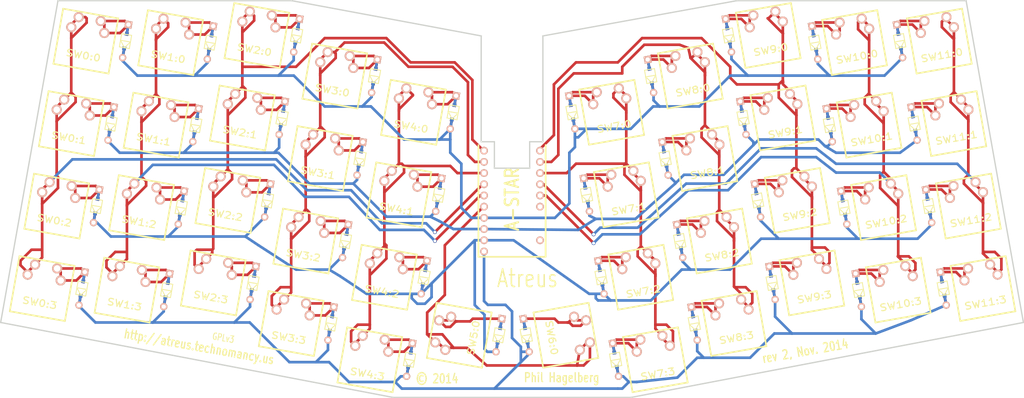
<source format=kicad_pcb>
(kicad_pcb (version 3) (host pcbnew "(2014-02-26 BZR 4721)-product")
  (title_block (date "16 oct 2014"))
  (layers (15 Front signal) (0 Back signal) (18 B.Paste user) (19 F.Paste user) (20 B.SilkS user) (21 F.SilkS user) (22 B.Mask user) (23 F.Mask user) (28 Edge.Cuts user))
  (gr_text Atreus (at 137.5 85) (layer F.SilkS) (effects (font (size 4 3) (thickness 0.3048))))
  (gr_text Atreus (at 137.5 85) (layer F.SilkS) (effects (font (size 4 3) (thickness 0.3048))))
  (gr_text "Phil Hagelberg" (at 145.25 107.5) (layer F.SilkS) (effects (font (size 2.032 1.524) (thickness 0.3048))))
  (gr_text "GPLv3" (at 68.5 98.5 350) (layer F.SilkS) (effects (font (size 1.5 1.1) (thickness 0.2))))
  (gr_text http://atreus.technomancy.us (at 63 100.5 350) (layer F.SilkS) (effects (font (size 2.032 1.524) (thickness 0.3048))))
  (gr_text "rev 2, Nov. 2014" (at 200.5 101.5 10) (layer F.SilkS) (effects (font (size 2.032 1.524) (thickness 0.3048))))
  (gr_text "© 2014" (at 117 107.75) (layer F.SilkS) (effects (font (size 2.032 1.524) (thickness 0.3048))))
  (net 0 "")
  (net 1 N-row-0)
  (net 2 N-row-1)
  (net 3 N-row-2)
  (net 4 N-row-3)
  (net 5 N-col-0)
  (net 6 N-col-1)
  (net 7 N-col-2)
  (net 8 N-col-3)
  (net 9 N-col-4)
  (net 10 N-col-5)
  (net 11 N-col-6)
  (net 12 N-col-7)
  (net 13 N-col-8)
  (net 14 N-col-9)
  (net 15 N-col-10)
  (net 16 N-diode-0)
  (net 17 N-diode-1)
  (net 18 N-diode-2)
  (net 19 N-diode-3)
  (net 20 N-diode-4)
  (net 21 N-diode-5)
  (net 22 N-diode-6)
  (net 23 N-diode-7)
  (net 24 N-diode-8)
  (net 25 N-diode-9)
  (net 26 N-diode-10)
  (net 27 N-diode-11)
  (net 28 N-diode-12)
  (net 29 N-diode-13)
  (net 30 N-diode-14)
  (net 31 N-diode-15)
  (net 32 N-diode-16)
  (net 33 N-diode-17)
  (net 34 N-diode-18)
  (net 35 N-diode-19)
  (net 36 N-diode-20)
  (net 37 N-diode-21)
  (net 38 N-diode-22)
  (net 39 N-diode-23)
  (net 40 N-diode-24)
  (net 41 N-diode-25)
  (net 42 N-diode-26)
  (net 43 N-diode-27)
  (net 44 N-diode-28)
  (net 45 N-diode-29)
  (net 46 N-diode-30)
  (net 47 N-diode-31)
  (net 48 N-diode-32)
  (net 49 N-diode-33)
  (net 50 N-diode-34)
  (net 51 N-diode-35)
  (net 52 N-diode-36)
  (net 53 N-diode-37)
  (net 54 N-diode-38)
  (net 55 N-diode-39)
  (net 56 N-diode-40)
  (net 57 N-diode-41)
  (module A_STAR (layer Front) (at 134 70 270)
    (fp_text value A-STAR (at -3 0 270) (layer F.SilkS) (effects (font (size 3.048 2.54) (thickness 0.4572))))
    (pad B5 thru_hole circle (at -13.97 6.35 270) (size 1.7526 1.7526) (drill 1.0922) (layers *.Cu *.SilkS *.Mask) (net 7 N-col-2))
    (pad B4 thru_hole circle (at -11.43 6.35 270) (size 1.7526 1.7526) (drill 1.0922) (layers *.Cu *.SilkS *.Mask) (net 8 N-col-3))
    (pad E6 thru_hole circle (at -8.89 6.35 270) (size 1.7526 1.7526) (drill 1.0922) (layers *.Cu *.SilkS *.Mask) (net 9 N-col-4))
    (pad D7 thru_hole circle (at -6.35 6.35 270) (size 1.7526 1.7526) (drill 1.0922) (layers *.Cu *.SilkS *.Mask) (net 5 N-col-0))
    (pad C6 thru_hole circle (at -3.81 6.35 270) (size 1.7526 1.7526) (drill 1.0922) (layers *.Cu *.SilkS *.Mask) (net 6 N-col-1))
    (pad D4 thru_hole circle (at -1.27 6.35 270) (size 1.7526 1.7526) (drill 1.0922) (layers *.Cu *.SilkS *.Mask) (net 10 N-col-5))
    (pad D0 thru_hole circle (at 1.27 6.35 270) (size 1.7526 1.7526) (drill 1.0922) (layers *.Cu *.SilkS *.Mask) (net 1 N-row-0))
    (pad D1 thru_hole circle (at 3.81 6.35 270) (size 1.7526 1.7526) (drill 1.0922) (layers *.Cu *.SilkS *.Mask) (net 2 N-row-1))
    (pad D3 thru_hole circle (at 6.35 6.35 270) (size 1.7526 1.7526) (drill 1.0922) (layers *.Cu *.SilkS *.Mask) (net 3 N-row-2))
    (pad D2 thru_hole circle (at 8.89 6.35 270) (size 1.7526 1.7526) (drill 1.0922) (layers *.Cu *.SilkS *.Mask) (net 4 N-row-3))
    (pad F7 thru_hole circle (at -13.97 -6.35 270) (size 1.7526 1.7526) (drill 1.0922) (layers *.Cu *.SilkS *.Mask) (net 13 N-col-8))
    (pad F6 thru_hole circle (at -11.43 -6.35 270) (size 1.7526 1.7526) (drill 1.0922) (layers *.Cu *.SilkS *.Mask) (net 12 N-col-7))
    (pad B6 thru_hole circle (at -8.89 -6.35 270) (size 1.7526 1.7526) (drill 1.0922) (layers *.Cu *.SilkS *.Mask) (net 11 N-col-6))
    (pad B7 thru_hole circle (at -6.35 -6.35 270) (size 1.7526 1.7526) (drill 1.0922) (layers *.Cu *.SilkS *.Mask) (net 15 N-col-10))
    (pad D6 thru_hole circle (at -3.81 -6.35 270) (size 1.7526 1.7526) (drill 1.0922) (layers *.Cu *.SilkS *.Mask) (net 14 N-col-9))
    (pad RST thru_hole circle (at -1.27 -6.35 270) (size 1.7526 1.7526) (drill 1.0922) (layers *.Cu *.SilkS *.Mask) (net 0 ""))
    (pad GND thru_hole circle (at 6.35 -6.35 270) (size 1.7526 1.7526) (drill 1.0922) (layers *.Cu *.SilkS *.Mask) (net 0 ""))
  )
  (gr_line (start 31 22) (end 84 22) (angle 90) (layer Edge.Cuts) (width 0.3))
  (gr_line (start 84 22) (end 127 30) (angle 90) (layer Edge.Cuts) (width 0.3))
  (gr_line (start 127 30) (end 127 54) (angle 90) (layer Edge.Cuts) (width 0.3))
  (gr_line (start 127 54) (end 130 54) (angle 90) (layer Edge.Cuts) (width 0.3))
  (gr_line (start 130 54) (end 130 60) (angle 90) (layer Edge.Cuts) (width 0.3))
  (gr_line (start 130 60) (end 138 60) (angle 90) (layer Edge.Cuts) (width 0.3))
  (gr_line (start 138 60) (end 138 54) (angle 90) (layer Edge.Cuts) (width 0.3))
  (gr_line (start 138 54) (end 141 54) (angle 90) (layer Edge.Cuts) (width 0.3))
  (gr_line (start 141 54) (end 141 30) (angle 90) (layer Edge.Cuts) (width 0.3))
  (gr_line (start 141 30) (end 185 22) (angle 90) (layer Edge.Cuts) (width 0.3))
  (gr_line (start 185 22) (end 237 22) (angle 90) (layer Edge.Cuts) (width 0.3))
  (gr_line (start 237 22) (end 250 95) (angle 90) (layer Edge.Cuts) (width 0.3))
  (gr_line (start 250 95) (end 161 112) (angle 90) (layer Edge.Cuts) (width 0.3))
  (gr_line (start 161 112) (end 107 112) (angle 90) (layer Edge.Cuts) (width 0.3))
  (gr_line (start 107 112) (end 18 95) (angle 90) (layer Edge.Cuts) (width 0.3))
  (gr_line (start 18 95) (end 31 22) (angle 90) (layer Edge.Cuts) (width 0.3))
  (module MX_FLIP (layer Front) (at 37.32216188589651 31.17777739976934 -10)
    (fp_text reference "SW0:0" (at 0 3.302 -10) (layer F.SilkS) (effects (font (size 1.524 1.778) (thickness 0.254))))
    (pad 0 np_thru_hole circle (at 0 0) (size 3.9878 3.9878) (drill 3.9878))
    (pad 0 np_thru_hole circle (at -5.08 0) (size 1.7018 1.7018) (drill 1.7018))
    (pad 0 np_thru_hole circle (at 5.08 0) (size 1.7018 1.7018) (drill 1.7018))
    (pad 1 thru_hole circle (at 2.54 -5.08) (size 2.286 2.286) (drill 1.4986) (layers *.Cu *.SilkS *.Mask) (net 16 N-diode-0))
    (pad 1 thru_hole circle (at 3.81 -2.54) (size 2.286 2.286) (drill 1.4986) (layers *.Cu *.SilkS *.Mask) (net 16 N-diode-0))
    (pad 2 thru_hole circle (at -2.54 -5.08) (size 2.286 2.286) (drill 1.4986) (layers *.Cu *.SilkS *.Mask) (net 5 N-col-0))
    (pad 2 thru_hole circle (at -3.81 -2.54) (size 2.286 2.286) (drill 1.4986) (layers *.Cu *.SilkS *.Mask) (net 5 N-col-0))
  )
  (module DIODE (layer Front) (at 46.32216188589651 31.17777739976934 80)
    (fp_text reference D2:2 hide)
    (fp_line (start -3.81 0) (end -1.6637 0) (layer Back) (width 0.6096))
    (fp_line (start 1.6637 0) (end 3.81 0) (layer Back) (width 0.6096))
    (fp_line (start -3.81 0) (end -1.6637 0) (layer Front) (width 0.6096))
    (fp_line (start 1.6637 0) (end 3.81 0) (layer Front) (width 0.6096))
    (pad 1 thru_hole circle (at -3.81 0 180) (size 1.651 1.651) (drill 0.9906) (layers *.Cu *.SilkS *.Mask) (net 1 N-row-0))
    (pad 2 thru_hole rect (at 3.81 0 -10) (size 1.651 1.651) (drill 0.9906) (layers *.Cu *.SilkS *.Mask) (net 16 N-diode-0))
    (pad 99 smd rect (at -1.6637 0 -10) (size 0.8382 0.8382) (layers Front F.Paste F.Mask))
    (pad 99 smd rect (at -1.6637 0 -10) (size 0.8382 0.8382) (layers Back B.Paste B.Mask))
    (pad 99 smd rect (at 1.6637 0 -10) (size 0.8382 0.8382) (layers Front F.Paste F.Mask))
    (pad 99 smd rect (at 1.6637 0 -10) (size 0.8382 0.8382) (layers Back B.Paste B.Mask))
  )
  (module MX_FLIP (layer Front) (at 34.02284651022484 49.88912470700129 -10)
    (fp_text reference "SW0:1" (at 0 3.302 -10) (layer F.SilkS) (effects (font (size 1.524 1.778) (thickness 0.254))))
    (pad 0 np_thru_hole circle (at 0 0) (size 3.9878 3.9878) (drill 3.9878))
    (pad 0 np_thru_hole circle (at -5.08 0) (size 1.7018 1.7018) (drill 1.7018))
    (pad 0 np_thru_hole circle (at 5.08 0) (size 1.7018 1.7018) (drill 1.7018))
    (pad 1 thru_hole circle (at 2.54 -5.08) (size 2.286 2.286) (drill 1.4986) (layers *.Cu *.SilkS *.Mask) (net 17 N-diode-1))
    (pad 1 thru_hole circle (at 3.81 -2.54) (size 2.286 2.286) (drill 1.4986) (layers *.Cu *.SilkS *.Mask) (net 17 N-diode-1))
    (pad 2 thru_hole circle (at -2.54 -5.08) (size 2.286 2.286) (drill 1.4986) (layers *.Cu *.SilkS *.Mask) (net 5 N-col-0))
    (pad 2 thru_hole circle (at -3.81 -2.54) (size 2.286 2.286) (drill 1.4986) (layers *.Cu *.SilkS *.Mask) (net 5 N-col-0))
  )
  (module DIODE (layer Front) (at 43.02284651022484 49.88912470700129 80)
    (fp_text reference D2:2 hide)
    (fp_line (start -3.81 0) (end -1.6637 0) (layer Back) (width 0.6096))
    (fp_line (start 1.6637 0) (end 3.81 0) (layer Back) (width 0.6096))
    (fp_line (start -3.81 0) (end -1.6637 0) (layer Front) (width 0.6096))
    (fp_line (start 1.6637 0) (end 3.81 0) (layer Front) (width 0.6096))
    (pad 1 thru_hole circle (at -3.81 0 180) (size 1.651 1.651) (drill 0.9906) (layers *.Cu *.SilkS *.Mask) (net 2 N-row-1))
    (pad 2 thru_hole rect (at 3.81 0 -10) (size 1.651 1.651) (drill 0.9906) (layers *.Cu *.SilkS *.Mask) (net 17 N-diode-1))
    (pad 99 smd rect (at -1.6637 0 -10) (size 0.8382 0.8382) (layers Front F.Paste F.Mask))
    (pad 99 smd rect (at -1.6637 0 -10) (size 0.8382 0.8382) (layers Back B.Paste B.Mask))
    (pad 99 smd rect (at 1.6637 0 -10) (size 0.8382 0.8382) (layers Front F.Paste F.Mask))
    (pad 99 smd rect (at 1.6637 0 -10) (size 0.8382 0.8382) (layers Back B.Paste B.Mask))
  )
  (module MX_FLIP (layer Front) (at 30.723531134553163 68.60047201423325 -10)
    (fp_text reference "SW0:2" (at 0 3.302 -10) (layer F.SilkS) (effects (font (size 1.524 1.778) (thickness 0.254))))
    (pad 0 np_thru_hole circle (at 0 0) (size 3.9878 3.9878) (drill 3.9878))
    (pad 0 np_thru_hole circle (at -5.08 0) (size 1.7018 1.7018) (drill 1.7018))
    (pad 0 np_thru_hole circle (at 5.08 0) (size 1.7018 1.7018) (drill 1.7018))
    (pad 1 thru_hole circle (at 2.54 -5.08) (size 2.286 2.286) (drill 1.4986) (layers *.Cu *.SilkS *.Mask) (net 18 N-diode-2))
    (pad 1 thru_hole circle (at 3.81 -2.54) (size 2.286 2.286) (drill 1.4986) (layers *.Cu *.SilkS *.Mask) (net 18 N-diode-2))
    (pad 2 thru_hole circle (at -2.54 -5.08) (size 2.286 2.286) (drill 1.4986) (layers *.Cu *.SilkS *.Mask) (net 5 N-col-0))
    (pad 2 thru_hole circle (at -3.81 -2.54) (size 2.286 2.286) (drill 1.4986) (layers *.Cu *.SilkS *.Mask) (net 5 N-col-0))
  )
  (module DIODE (layer Front) (at 39.72353113455316 68.60047201423325 80)
    (fp_text reference D2:2 hide)
    (fp_line (start -3.81 0) (end -1.6637 0) (layer Back) (width 0.6096))
    (fp_line (start 1.6637 0) (end 3.81 0) (layer Back) (width 0.6096))
    (fp_line (start -3.81 0) (end -1.6637 0) (layer Front) (width 0.6096))
    (fp_line (start 1.6637 0) (end 3.81 0) (layer Front) (width 0.6096))
    (pad 1 thru_hole circle (at -3.81 0 180) (size 1.651 1.651) (drill 0.9906) (layers *.Cu *.SilkS *.Mask) (net 3 N-row-2))
    (pad 2 thru_hole rect (at 3.81 0 -10) (size 1.651 1.651) (drill 0.9906) (layers *.Cu *.SilkS *.Mask) (net 18 N-diode-2))
    (pad 99 smd rect (at -1.6637 0 -10) (size 0.8382 0.8382) (layers Front F.Paste F.Mask))
    (pad 99 smd rect (at -1.6637 0 -10) (size 0.8382 0.8382) (layers Back B.Paste B.Mask))
    (pad 99 smd rect (at 1.6637 0 -10) (size 0.8382 0.8382) (layers Front F.Paste F.Mask))
    (pad 99 smd rect (at 1.6637 0 -10) (size 0.8382 0.8382) (layers Back B.Paste B.Mask))
  )
  (module MX_FLIP (layer Front) (at 27.424215758881473 87.3118193214652 -10)
    (fp_text reference "SW0:3" (at 0 3.302 -10) (layer F.SilkS) (effects (font (size 1.524 1.778) (thickness 0.254))))
    (pad 0 np_thru_hole circle (at 0 0) (size 3.9878 3.9878) (drill 3.9878))
    (pad 0 np_thru_hole circle (at -5.08 0) (size 1.7018 1.7018) (drill 1.7018))
    (pad 0 np_thru_hole circle (at 5.08 0) (size 1.7018 1.7018) (drill 1.7018))
    (pad 1 thru_hole circle (at 2.54 -5.08) (size 2.286 2.286) (drill 1.4986) (layers *.Cu *.SilkS *.Mask) (net 19 N-diode-3))
    (pad 1 thru_hole circle (at 3.81 -2.54) (size 2.286 2.286) (drill 1.4986) (layers *.Cu *.SilkS *.Mask) (net 19 N-diode-3))
    (pad 2 thru_hole circle (at -2.54 -5.08) (size 2.286 2.286) (drill 1.4986) (layers *.Cu *.SilkS *.Mask) (net 5 N-col-0))
    (pad 2 thru_hole circle (at -3.81 -2.54) (size 2.286 2.286) (drill 1.4986) (layers *.Cu *.SilkS *.Mask) (net 5 N-col-0))
  )
  (module DIODE (layer Front) (at 36.42421575888147 87.3118193214652 80)
    (fp_text reference D2:2 hide)
    (fp_line (start -3.81 0) (end -1.6637 0) (layer Back) (width 0.6096))
    (fp_line (start 1.6637 0) (end 3.81 0) (layer Back) (width 0.6096))
    (fp_line (start -3.81 0) (end -1.6637 0) (layer Front) (width 0.6096))
    (fp_line (start 1.6637 0) (end 3.81 0) (layer Front) (width 0.6096))
    (pad 1 thru_hole circle (at -3.81 0 180) (size 1.651 1.651) (drill 0.9906) (layers *.Cu *.SilkS *.Mask) (net 4 N-row-3))
    (pad 2 thru_hole rect (at 3.81 0 -10) (size 1.651 1.651) (drill 0.9906) (layers *.Cu *.SilkS *.Mask) (net 19 N-diode-3))
    (pad 99 smd rect (at -1.6637 0 -10) (size 0.8382 0.8382) (layers Front F.Paste F.Mask))
    (pad 99 smd rect (at -1.6637 0 -10) (size 0.8382 0.8382) (layers Back B.Paste B.Mask))
    (pad 99 smd rect (at 1.6637 0 -10) (size 0.8382 0.8382) (layers Front F.Paste F.Mask))
    (pad 99 smd rect (at 1.6637 0 -10) (size 0.8382 0.8382) (layers Back B.Paste B.Mask))
  )
  (module MX_FLIP (layer Front) (at 56.55445372612925 31.52266951640439 -10)
    (fp_text reference "SW1:0" (at 0 3.302 -10) (layer F.SilkS) (effects (font (size 1.524 1.778) (thickness 0.254))))
    (pad 0 np_thru_hole circle (at 0 0) (size 3.9878 3.9878) (drill 3.9878))
    (pad 0 np_thru_hole circle (at -5.08 0) (size 1.7018 1.7018) (drill 1.7018))
    (pad 0 np_thru_hole circle (at 5.08 0) (size 1.7018 1.7018) (drill 1.7018))
    (pad 1 thru_hole circle (at 2.54 -5.08) (size 2.286 2.286) (drill 1.4986) (layers *.Cu *.SilkS *.Mask) (net 20 N-diode-4))
    (pad 1 thru_hole circle (at 3.81 -2.54) (size 2.286 2.286) (drill 1.4986) (layers *.Cu *.SilkS *.Mask) (net 20 N-diode-4))
    (pad 2 thru_hole circle (at -2.54 -5.08) (size 2.286 2.286) (drill 1.4986) (layers *.Cu *.SilkS *.Mask) (net 6 N-col-1))
    (pad 2 thru_hole circle (at -3.81 -2.54) (size 2.286 2.286) (drill 1.4986) (layers *.Cu *.SilkS *.Mask) (net 6 N-col-1))
  )
  (module DIODE (layer Front) (at 65.55445372612925 31.52266951640439 80)
    (fp_text reference D2:2 hide)
    (fp_line (start -3.81 0) (end -1.6637 0) (layer Back) (width 0.6096))
    (fp_line (start 1.6637 0) (end 3.81 0) (layer Back) (width 0.6096))
    (fp_line (start -3.81 0) (end -1.6637 0) (layer Front) (width 0.6096))
    (fp_line (start 1.6637 0) (end 3.81 0) (layer Front) (width 0.6096))
    (pad 1 thru_hole circle (at -3.81 0 180) (size 1.651 1.651) (drill 0.9906) (layers *.Cu *.SilkS *.Mask) (net 1 N-row-0))
    (pad 2 thru_hole rect (at 3.81 0 -10) (size 1.651 1.651) (drill 0.9906) (layers *.Cu *.SilkS *.Mask) (net 20 N-diode-4))
    (pad 99 smd rect (at -1.6637 0 -10) (size 0.8382 0.8382) (layers Front F.Paste F.Mask))
    (pad 99 smd rect (at -1.6637 0 -10) (size 0.8382 0.8382) (layers Back B.Paste B.Mask))
    (pad 99 smd rect (at 1.6637 0 -10) (size 0.8382 0.8382) (layers Front F.Paste F.Mask))
    (pad 99 smd rect (at 1.6637 0 -10) (size 0.8382 0.8382) (layers Back B.Paste B.Mask))
  )
  (module MX_FLIP (layer Front) (at 53.25513835045758 50.23401682363635 -10)
    (fp_text reference "SW1:1" (at 0 3.302 -10) (layer F.SilkS) (effects (font (size 1.524 1.778) (thickness 0.254))))
    (pad 0 np_thru_hole circle (at 0 0) (size 3.9878 3.9878) (drill 3.9878))
    (pad 0 np_thru_hole circle (at -5.08 0) (size 1.7018 1.7018) (drill 1.7018))
    (pad 0 np_thru_hole circle (at 5.08 0) (size 1.7018 1.7018) (drill 1.7018))
    (pad 1 thru_hole circle (at 2.54 -5.08) (size 2.286 2.286) (drill 1.4986) (layers *.Cu *.SilkS *.Mask) (net 21 N-diode-5))
    (pad 1 thru_hole circle (at 3.81 -2.54) (size 2.286 2.286) (drill 1.4986) (layers *.Cu *.SilkS *.Mask) (net 21 N-diode-5))
    (pad 2 thru_hole circle (at -2.54 -5.08) (size 2.286 2.286) (drill 1.4986) (layers *.Cu *.SilkS *.Mask) (net 6 N-col-1))
    (pad 2 thru_hole circle (at -3.81 -2.54) (size 2.286 2.286) (drill 1.4986) (layers *.Cu *.SilkS *.Mask) (net 6 N-col-1))
  )
  (module DIODE (layer Front) (at 62.25513835045758 50.23401682363635 80)
    (fp_text reference D2:2 hide)
    (fp_line (start -3.81 0) (end -1.6637 0) (layer Back) (width 0.6096))
    (fp_line (start 1.6637 0) (end 3.81 0) (layer Back) (width 0.6096))
    (fp_line (start -3.81 0) (end -1.6637 0) (layer Front) (width 0.6096))
    (fp_line (start 1.6637 0) (end 3.81 0) (layer Front) (width 0.6096))
    (pad 1 thru_hole circle (at -3.81 0 180) (size 1.651 1.651) (drill 0.9906) (layers *.Cu *.SilkS *.Mask) (net 2 N-row-1))
    (pad 2 thru_hole rect (at 3.81 0 -10) (size 1.651 1.651) (drill 0.9906) (layers *.Cu *.SilkS *.Mask) (net 21 N-diode-5))
    (pad 99 smd rect (at -1.6637 0 -10) (size 0.8382 0.8382) (layers Front F.Paste F.Mask))
    (pad 99 smd rect (at -1.6637 0 -10) (size 0.8382 0.8382) (layers Back B.Paste B.Mask))
    (pad 99 smd rect (at 1.6637 0 -10) (size 0.8382 0.8382) (layers Front F.Paste F.Mask))
    (pad 99 smd rect (at 1.6637 0 -10) (size 0.8382 0.8382) (layers Back B.Paste B.Mask))
  )
  (module MX_FLIP (layer Front) (at 49.9558229747859 68.9453641308683 -10)
    (fp_text reference "SW1:2" (at 0 3.302 -10) (layer F.SilkS) (effects (font (size 1.524 1.778) (thickness 0.254))))
    (pad 0 np_thru_hole circle (at 0 0) (size 3.9878 3.9878) (drill 3.9878))
    (pad 0 np_thru_hole circle (at -5.08 0) (size 1.7018 1.7018) (drill 1.7018))
    (pad 0 np_thru_hole circle (at 5.08 0) (size 1.7018 1.7018) (drill 1.7018))
    (pad 1 thru_hole circle (at 2.54 -5.08) (size 2.286 2.286) (drill 1.4986) (layers *.Cu *.SilkS *.Mask) (net 22 N-diode-6))
    (pad 1 thru_hole circle (at 3.81 -2.54) (size 2.286 2.286) (drill 1.4986) (layers *.Cu *.SilkS *.Mask) (net 22 N-diode-6))
    (pad 2 thru_hole circle (at -2.54 -5.08) (size 2.286 2.286) (drill 1.4986) (layers *.Cu *.SilkS *.Mask) (net 6 N-col-1))
    (pad 2 thru_hole circle (at -3.81 -2.54) (size 2.286 2.286) (drill 1.4986) (layers *.Cu *.SilkS *.Mask) (net 6 N-col-1))
  )
  (module DIODE (layer Front) (at 58.9558229747859 68.9453641308683 80)
    (fp_text reference D2:2 hide)
    (fp_line (start -3.81 0) (end -1.6637 0) (layer Back) (width 0.6096))
    (fp_line (start 1.6637 0) (end 3.81 0) (layer Back) (width 0.6096))
    (fp_line (start -3.81 0) (end -1.6637 0) (layer Front) (width 0.6096))
    (fp_line (start 1.6637 0) (end 3.81 0) (layer Front) (width 0.6096))
    (pad 1 thru_hole circle (at -3.81 0 180) (size 1.651 1.651) (drill 0.9906) (layers *.Cu *.SilkS *.Mask) (net 3 N-row-2))
    (pad 2 thru_hole rect (at 3.81 0 -10) (size 1.651 1.651) (drill 0.9906) (layers *.Cu *.SilkS *.Mask) (net 22 N-diode-6))
    (pad 99 smd rect (at -1.6637 0 -10) (size 0.8382 0.8382) (layers Front F.Paste F.Mask))
    (pad 99 smd rect (at -1.6637 0 -10) (size 0.8382 0.8382) (layers Back B.Paste B.Mask))
    (pad 99 smd rect (at 1.6637 0 -10) (size 0.8382 0.8382) (layers Front F.Paste F.Mask))
    (pad 99 smd rect (at 1.6637 0 -10) (size 0.8382 0.8382) (layers Back B.Paste B.Mask))
  )
  (module MX_FLIP (layer Front) (at 46.65650759911422 87.65671143810026 -10)
    (fp_text reference "SW1:3" (at 0 3.302 -10) (layer F.SilkS) (effects (font (size 1.524 1.778) (thickness 0.254))))
    (pad 0 np_thru_hole circle (at 0 0) (size 3.9878 3.9878) (drill 3.9878))
    (pad 0 np_thru_hole circle (at -5.08 0) (size 1.7018 1.7018) (drill 1.7018))
    (pad 0 np_thru_hole circle (at 5.08 0) (size 1.7018 1.7018) (drill 1.7018))
    (pad 1 thru_hole circle (at 2.54 -5.08) (size 2.286 2.286) (drill 1.4986) (layers *.Cu *.SilkS *.Mask) (net 23 N-diode-7))
    (pad 1 thru_hole circle (at 3.81 -2.54) (size 2.286 2.286) (drill 1.4986) (layers *.Cu *.SilkS *.Mask) (net 23 N-diode-7))
    (pad 2 thru_hole circle (at -2.54 -5.08) (size 2.286 2.286) (drill 1.4986) (layers *.Cu *.SilkS *.Mask) (net 6 N-col-1))
    (pad 2 thru_hole circle (at -3.81 -2.54) (size 2.286 2.286) (drill 1.4986) (layers *.Cu *.SilkS *.Mask) (net 6 N-col-1))
  )
  (module DIODE (layer Front) (at 55.65650759911422 87.65671143810026 80)
    (fp_text reference D2:2 hide)
    (fp_line (start -3.81 0) (end -1.6637 0) (layer Back) (width 0.6096))
    (fp_line (start 1.6637 0) (end 3.81 0) (layer Back) (width 0.6096))
    (fp_line (start -3.81 0) (end -1.6637 0) (layer Front) (width 0.6096))
    (fp_line (start 1.6637 0) (end 3.81 0) (layer Front) (width 0.6096))
    (pad 1 thru_hole circle (at -3.81 0 180) (size 1.651 1.651) (drill 0.9906) (layers *.Cu *.SilkS *.Mask) (net 4 N-row-3))
    (pad 2 thru_hole rect (at 3.81 0 -10) (size 1.651 1.651) (drill 0.9906) (layers *.Cu *.SilkS *.Mask) (net 23 N-diode-7))
    (pad 99 smd rect (at -1.6637 0 -10) (size 0.8382 0.8382) (layers Front F.Paste F.Mask))
    (pad 99 smd rect (at -1.6637 0 -10) (size 0.8382 0.8382) (layers Back B.Paste B.Mask))
    (pad 99 smd rect (at 1.6637 0 -10) (size 0.8382 0.8382) (layers Front F.Paste F.Mask))
    (pad 99 smd rect (at 1.6637 0 -10) (size 0.8382 0.8382) (layers Back B.Paste B.Mask))
  )
  (module MX_FLIP (layer Front) (at 76.13404192169585 29.89794612701503 -10)
    (fp_text reference "SW2:0" (at 0 3.302 -10) (layer F.SilkS) (effects (font (size 1.524 1.778) (thickness 0.254))))
    (pad 0 np_thru_hole circle (at 0 0) (size 3.9878 3.9878) (drill 3.9878))
    (pad 0 np_thru_hole circle (at -5.08 0) (size 1.7018 1.7018) (drill 1.7018))
    (pad 0 np_thru_hole circle (at 5.08 0) (size 1.7018 1.7018) (drill 1.7018))
    (pad 1 thru_hole circle (at 2.54 -5.08) (size 2.286 2.286) (drill 1.4986) (layers *.Cu *.SilkS *.Mask) (net 24 N-diode-8))
    (pad 1 thru_hole circle (at 3.81 -2.54) (size 2.286 2.286) (drill 1.4986) (layers *.Cu *.SilkS *.Mask) (net 24 N-diode-8))
    (pad 2 thru_hole circle (at -2.54 -5.08) (size 2.286 2.286) (drill 1.4986) (layers *.Cu *.SilkS *.Mask) (net 7 N-col-2))
    (pad 2 thru_hole circle (at -3.81 -2.54) (size 2.286 2.286) (drill 1.4986) (layers *.Cu *.SilkS *.Mask) (net 7 N-col-2))
  )
  (module DIODE (layer Front) (at 85.13404192169585 29.89794612701503 80)
    (fp_text reference D2:2 hide)
    (fp_line (start -3.81 0) (end -1.6637 0) (layer Back) (width 0.6096))
    (fp_line (start 1.6637 0) (end 3.81 0) (layer Back) (width 0.6096))
    (fp_line (start -3.81 0) (end -1.6637 0) (layer Front) (width 0.6096))
    (fp_line (start 1.6637 0) (end 3.81 0) (layer Front) (width 0.6096))
    (pad 1 thru_hole circle (at -3.81 0 180) (size 1.651 1.651) (drill 0.9906) (layers *.Cu *.SilkS *.Mask) (net 1 N-row-0))
    (pad 2 thru_hole rect (at 3.81 0 -10) (size 1.651 1.651) (drill 0.9906) (layers *.Cu *.SilkS *.Mask) (net 24 N-diode-8))
    (pad 99 smd rect (at -1.6637 0 -10) (size 0.8382 0.8382) (layers Front F.Paste F.Mask))
    (pad 99 smd rect (at -1.6637 0 -10) (size 0.8382 0.8382) (layers Back B.Paste B.Mask))
    (pad 99 smd rect (at 1.6637 0 -10) (size 0.8382 0.8382) (layers Front F.Paste F.Mask))
    (pad 99 smd rect (at 1.6637 0 -10) (size 0.8382 0.8382) (layers Back B.Paste B.Mask))
  )
  (module MX_FLIP (layer Front) (at 72.83472654602419 48.60929343424698 -10)
    (fp_text reference "SW2:1" (at 0 3.302 -10) (layer F.SilkS) (effects (font (size 1.524 1.778) (thickness 0.254))))
    (pad 0 np_thru_hole circle (at 0 0) (size 3.9878 3.9878) (drill 3.9878))
    (pad 0 np_thru_hole circle (at -5.08 0) (size 1.7018 1.7018) (drill 1.7018))
    (pad 0 np_thru_hole circle (at 5.08 0) (size 1.7018 1.7018) (drill 1.7018))
    (pad 1 thru_hole circle (at 2.54 -5.08) (size 2.286 2.286) (drill 1.4986) (layers *.Cu *.SilkS *.Mask) (net 25 N-diode-9))
    (pad 1 thru_hole circle (at 3.81 -2.54) (size 2.286 2.286) (drill 1.4986) (layers *.Cu *.SilkS *.Mask) (net 25 N-diode-9))
    (pad 2 thru_hole circle (at -2.54 -5.08) (size 2.286 2.286) (drill 1.4986) (layers *.Cu *.SilkS *.Mask) (net 7 N-col-2))
    (pad 2 thru_hole circle (at -3.81 -2.54) (size 2.286 2.286) (drill 1.4986) (layers *.Cu *.SilkS *.Mask) (net 7 N-col-2))
  )
  (module DIODE (layer Front) (at 81.83472654602419 48.60929343424698 80)
    (fp_text reference D2:2 hide)
    (fp_line (start -3.81 0) (end -1.6637 0) (layer Back) (width 0.6096))
    (fp_line (start 1.6637 0) (end 3.81 0) (layer Back) (width 0.6096))
    (fp_line (start -3.81 0) (end -1.6637 0) (layer Front) (width 0.6096))
    (fp_line (start 1.6637 0) (end 3.81 0) (layer Front) (width 0.6096))
    (pad 1 thru_hole circle (at -3.81 0 180) (size 1.651 1.651) (drill 0.9906) (layers *.Cu *.SilkS *.Mask) (net 2 N-row-1))
    (pad 2 thru_hole rect (at 3.81 0 -10) (size 1.651 1.651) (drill 0.9906) (layers *.Cu *.SilkS *.Mask) (net 25 N-diode-9))
    (pad 99 smd rect (at -1.6637 0 -10) (size 0.8382 0.8382) (layers Front F.Paste F.Mask))
    (pad 99 smd rect (at -1.6637 0 -10) (size 0.8382 0.8382) (layers Back B.Paste B.Mask))
    (pad 99 smd rect (at 1.6637 0 -10) (size 0.8382 0.8382) (layers Front F.Paste F.Mask))
    (pad 99 smd rect (at 1.6637 0 -10) (size 0.8382 0.8382) (layers Back B.Paste B.Mask))
  )
  (module MX_FLIP (layer Front) (at 69.53541117035252 67.32064074147894 -10)
    (fp_text reference "SW2:2" (at 0 3.302 -10) (layer F.SilkS) (effects (font (size 1.524 1.778) (thickness 0.254))))
    (pad 0 np_thru_hole circle (at 0 0) (size 3.9878 3.9878) (drill 3.9878))
    (pad 0 np_thru_hole circle (at -5.08 0) (size 1.7018 1.7018) (drill 1.7018))
    (pad 0 np_thru_hole circle (at 5.08 0) (size 1.7018 1.7018) (drill 1.7018))
    (pad 1 thru_hole circle (at 2.54 -5.08) (size 2.286 2.286) (drill 1.4986) (layers *.Cu *.SilkS *.Mask) (net 26 N-diode-10))
    (pad 1 thru_hole circle (at 3.81 -2.54) (size 2.286 2.286) (drill 1.4986) (layers *.Cu *.SilkS *.Mask) (net 26 N-diode-10))
    (pad 2 thru_hole circle (at -2.54 -5.08) (size 2.286 2.286) (drill 1.4986) (layers *.Cu *.SilkS *.Mask) (net 7 N-col-2))
    (pad 2 thru_hole circle (at -3.81 -2.54) (size 2.286 2.286) (drill 1.4986) (layers *.Cu *.SilkS *.Mask) (net 7 N-col-2))
  )
  (module DIODE (layer Front) (at 78.53541117035252 67.32064074147894 80)
    (fp_text reference D2:2 hide)
    (fp_line (start -3.81 0) (end -1.6637 0) (layer Back) (width 0.6096))
    (fp_line (start 1.6637 0) (end 3.81 0) (layer Back) (width 0.6096))
    (fp_line (start -3.81 0) (end -1.6637 0) (layer Front) (width 0.6096))
    (fp_line (start 1.6637 0) (end 3.81 0) (layer Front) (width 0.6096))
    (pad 1 thru_hole circle (at -3.81 0 180) (size 1.651 1.651) (drill 0.9906) (layers *.Cu *.SilkS *.Mask) (net 3 N-row-2))
    (pad 2 thru_hole rect (at 3.81 0 -10) (size 1.651 1.651) (drill 0.9906) (layers *.Cu *.SilkS *.Mask) (net 26 N-diode-10))
    (pad 99 smd rect (at -1.6637 0 -10) (size 0.8382 0.8382) (layers Front F.Paste F.Mask))
    (pad 99 smd rect (at -1.6637 0 -10) (size 0.8382 0.8382) (layers Back B.Paste B.Mask))
    (pad 99 smd rect (at 1.6637 0 -10) (size 0.8382 0.8382) (layers Front F.Paste F.Mask))
    (pad 99 smd rect (at 1.6637 0 -10) (size 0.8382 0.8382) (layers Back B.Paste B.Mask))
  )
  (module MX_FLIP (layer Front) (at 66.23609579468084 86.03198804871089 -10)
    (fp_text reference "SW2:3" (at 0 3.302 -10) (layer F.SilkS) (effects (font (size 1.524 1.778) (thickness 0.254))))
    (pad 0 np_thru_hole circle (at 0 0) (size 3.9878 3.9878) (drill 3.9878))
    (pad 0 np_thru_hole circle (at -5.08 0) (size 1.7018 1.7018) (drill 1.7018))
    (pad 0 np_thru_hole circle (at 5.08 0) (size 1.7018 1.7018) (drill 1.7018))
    (pad 1 thru_hole circle (at 2.54 -5.08) (size 2.286 2.286) (drill 1.4986) (layers *.Cu *.SilkS *.Mask) (net 27 N-diode-11))
    (pad 1 thru_hole circle (at 3.81 -2.54) (size 2.286 2.286) (drill 1.4986) (layers *.Cu *.SilkS *.Mask) (net 27 N-diode-11))
    (pad 2 thru_hole circle (at -2.54 -5.08) (size 2.286 2.286) (drill 1.4986) (layers *.Cu *.SilkS *.Mask) (net 7 N-col-2))
    (pad 2 thru_hole circle (at -3.81 -2.54) (size 2.286 2.286) (drill 1.4986) (layers *.Cu *.SilkS *.Mask) (net 7 N-col-2))
  )
  (module DIODE (layer Front) (at 75.23609579468084 86.03198804871089 80)
    (fp_text reference D2:2 hide)
    (fp_line (start -3.81 0) (end -1.6637 0) (layer Back) (width 0.6096))
    (fp_line (start 1.6637 0) (end 3.81 0) (layer Back) (width 0.6096))
    (fp_line (start -3.81 0) (end -1.6637 0) (layer Front) (width 0.6096))
    (fp_line (start 1.6637 0) (end 3.81 0) (layer Front) (width 0.6096))
    (pad 1 thru_hole circle (at -3.81 0 180) (size 1.651 1.651) (drill 0.9906) (layers *.Cu *.SilkS *.Mask) (net 4 N-row-3))
    (pad 2 thru_hole rect (at 3.81 0 -10) (size 1.651 1.651) (drill 0.9906) (layers *.Cu *.SilkS *.Mask) (net 27 N-diode-11))
    (pad 99 smd rect (at -1.6637 0 -10) (size 0.8382 0.8382) (layers Front F.Paste F.Mask))
    (pad 99 smd rect (at -1.6637 0 -10) (size 0.8382 0.8382) (layers Back B.Paste B.Mask))
    (pad 99 smd rect (at 1.6637 0 -10) (size 0.8382 0.8382) (layers Front F.Paste F.Mask))
    (pad 99 smd rect (at 1.6637 0 -10) (size 0.8382 0.8382) (layers Back B.Paste B.Mask))
  )
  (module MX_FLIP (layer Front) (at 93.80350016292623 39.106108020759955 -10)
    (fp_text reference "SW3:0" (at 0 3.302 -10) (layer F.SilkS) (effects (font (size 1.524 1.778) (thickness 0.254))))
    (pad 0 np_thru_hole circle (at 0 0) (size 3.9878 3.9878) (drill 3.9878))
    (pad 0 np_thru_hole circle (at -5.08 0) (size 1.7018 1.7018) (drill 1.7018))
    (pad 0 np_thru_hole circle (at 5.08 0) (size 1.7018 1.7018) (drill 1.7018))
    (pad 1 thru_hole circle (at 2.54 -5.08) (size 2.286 2.286) (drill 1.4986) (layers *.Cu *.SilkS *.Mask) (net 28 N-diode-12))
    (pad 1 thru_hole circle (at 3.81 -2.54) (size 2.286 2.286) (drill 1.4986) (layers *.Cu *.SilkS *.Mask) (net 28 N-diode-12))
    (pad 2 thru_hole circle (at -2.54 -5.08) (size 2.286 2.286) (drill 1.4986) (layers *.Cu *.SilkS *.Mask) (net 8 N-col-3))
    (pad 2 thru_hole circle (at -3.81 -2.54) (size 2.286 2.286) (drill 1.4986) (layers *.Cu *.SilkS *.Mask) (net 8 N-col-3))
  )
  (module DIODE (layer Front) (at 102.80350016292623 39.106108020759955 80)
    (fp_text reference D2:2 hide)
    (fp_line (start -3.81 0) (end -1.6637 0) (layer Back) (width 0.6096))
    (fp_line (start 1.6637 0) (end 3.81 0) (layer Back) (width 0.6096))
    (fp_line (start -3.81 0) (end -1.6637 0) (layer Front) (width 0.6096))
    (fp_line (start 1.6637 0) (end 3.81 0) (layer Front) (width 0.6096))
    (pad 1 thru_hole circle (at -3.81 0 180) (size 1.651 1.651) (drill 0.9906) (layers *.Cu *.SilkS *.Mask) (net 1 N-row-0))
    (pad 2 thru_hole rect (at 3.81 0 -10) (size 1.651 1.651) (drill 0.9906) (layers *.Cu *.SilkS *.Mask) (net 28 N-diode-12))
    (pad 99 smd rect (at -1.6637 0 -10) (size 0.8382 0.8382) (layers Front F.Paste F.Mask))
    (pad 99 smd rect (at -1.6637 0 -10) (size 0.8382 0.8382) (layers Back B.Paste B.Mask))
    (pad 99 smd rect (at 1.6637 0 -10) (size 0.8382 0.8382) (layers Front F.Paste F.Mask))
    (pad 99 smd rect (at 1.6637 0 -10) (size 0.8382 0.8382) (layers Back B.Paste B.Mask))
  )
  (module MX_FLIP (layer Front) (at 90.50418478725454 57.81745532799191 -10)
    (fp_text reference "SW3:1" (at 0 3.302 -10) (layer F.SilkS) (effects (font (size 1.524 1.778) (thickness 0.254))))
    (pad 0 np_thru_hole circle (at 0 0) (size 3.9878 3.9878) (drill 3.9878))
    (pad 0 np_thru_hole circle (at -5.08 0) (size 1.7018 1.7018) (drill 1.7018))
    (pad 0 np_thru_hole circle (at 5.08 0) (size 1.7018 1.7018) (drill 1.7018))
    (pad 1 thru_hole circle (at 2.54 -5.08) (size 2.286 2.286) (drill 1.4986) (layers *.Cu *.SilkS *.Mask) (net 29 N-diode-13))
    (pad 1 thru_hole circle (at 3.81 -2.54) (size 2.286 2.286) (drill 1.4986) (layers *.Cu *.SilkS *.Mask) (net 29 N-diode-13))
    (pad 2 thru_hole circle (at -2.54 -5.08) (size 2.286 2.286) (drill 1.4986) (layers *.Cu *.SilkS *.Mask) (net 8 N-col-3))
    (pad 2 thru_hole circle (at -3.81 -2.54) (size 2.286 2.286) (drill 1.4986) (layers *.Cu *.SilkS *.Mask) (net 8 N-col-3))
  )
  (module DIODE (layer Front) (at 99.50418478725454 57.81745532799191 80)
    (fp_text reference D2:2 hide)
    (fp_line (start -3.81 0) (end -1.6637 0) (layer Back) (width 0.6096))
    (fp_line (start 1.6637 0) (end 3.81 0) (layer Back) (width 0.6096))
    (fp_line (start -3.81 0) (end -1.6637 0) (layer Front) (width 0.6096))
    (fp_line (start 1.6637 0) (end 3.81 0) (layer Front) (width 0.6096))
    (pad 1 thru_hole circle (at -3.81 0 180) (size 1.651 1.651) (drill 0.9906) (layers *.Cu *.SilkS *.Mask) (net 2 N-row-1))
    (pad 2 thru_hole rect (at 3.81 0 -10) (size 1.651 1.651) (drill 0.9906) (layers *.Cu *.SilkS *.Mask) (net 29 N-diode-13))
    (pad 99 smd rect (at -1.6637 0 -10) (size 0.8382 0.8382) (layers Front F.Paste F.Mask))
    (pad 99 smd rect (at -1.6637 0 -10) (size 0.8382 0.8382) (layers Back B.Paste B.Mask))
    (pad 99 smd rect (at 1.6637 0 -10) (size 0.8382 0.8382) (layers Front F.Paste F.Mask))
    (pad 99 smd rect (at 1.6637 0 -10) (size 0.8382 0.8382) (layers Back B.Paste B.Mask))
  )
  (module MX_FLIP (layer Front) (at 87.20486941158288 76.52880263522387 -10)
    (fp_text reference "SW3:2" (at 0 3.302 -10) (layer F.SilkS) (effects (font (size 1.524 1.778) (thickness 0.254))))
    (pad 0 np_thru_hole circle (at 0 0) (size 3.9878 3.9878) (drill 3.9878))
    (pad 0 np_thru_hole circle (at -5.08 0) (size 1.7018 1.7018) (drill 1.7018))
    (pad 0 np_thru_hole circle (at 5.08 0) (size 1.7018 1.7018) (drill 1.7018))
    (pad 1 thru_hole circle (at 2.54 -5.08) (size 2.286 2.286) (drill 1.4986) (layers *.Cu *.SilkS *.Mask) (net 30 N-diode-14))
    (pad 1 thru_hole circle (at 3.81 -2.54) (size 2.286 2.286) (drill 1.4986) (layers *.Cu *.SilkS *.Mask) (net 30 N-diode-14))
    (pad 2 thru_hole circle (at -2.54 -5.08) (size 2.286 2.286) (drill 1.4986) (layers *.Cu *.SilkS *.Mask) (net 8 N-col-3))
    (pad 2 thru_hole circle (at -3.81 -2.54) (size 2.286 2.286) (drill 1.4986) (layers *.Cu *.SilkS *.Mask) (net 8 N-col-3))
  )
  (module DIODE (layer Front) (at 96.20486941158288 76.52880263522387 80)
    (fp_text reference D2:2 hide)
    (fp_line (start -3.81 0) (end -1.6637 0) (layer Back) (width 0.6096))
    (fp_line (start 1.6637 0) (end 3.81 0) (layer Back) (width 0.6096))
    (fp_line (start -3.81 0) (end -1.6637 0) (layer Front) (width 0.6096))
    (fp_line (start 1.6637 0) (end 3.81 0) (layer Front) (width 0.6096))
    (pad 1 thru_hole circle (at -3.81 0 180) (size 1.651 1.651) (drill 0.9906) (layers *.Cu *.SilkS *.Mask) (net 3 N-row-2))
    (pad 2 thru_hole rect (at 3.81 0 -10) (size 1.651 1.651) (drill 0.9906) (layers *.Cu *.SilkS *.Mask) (net 30 N-diode-14))
    (pad 99 smd rect (at -1.6637 0 -10) (size 0.8382 0.8382) (layers Front F.Paste F.Mask))
    (pad 99 smd rect (at -1.6637 0 -10) (size 0.8382 0.8382) (layers Back B.Paste B.Mask))
    (pad 99 smd rect (at 1.6637 0 -10) (size 0.8382 0.8382) (layers Front F.Paste F.Mask))
    (pad 99 smd rect (at 1.6637 0 -10) (size 0.8382 0.8382) (layers Back B.Paste B.Mask))
  )
  (module MX_FLIP (layer Front) (at 83.9055540359112 95.24014994245582 -10)
    (fp_text reference "SW3:3" (at 0 3.302 -10) (layer F.SilkS) (effects (font (size 1.524 1.778) (thickness 0.254))))
    (pad 0 np_thru_hole circle (at 0 0) (size 3.9878 3.9878) (drill 3.9878))
    (pad 0 np_thru_hole circle (at -5.08 0) (size 1.7018 1.7018) (drill 1.7018))
    (pad 0 np_thru_hole circle (at 5.08 0) (size 1.7018 1.7018) (drill 1.7018))
    (pad 1 thru_hole circle (at 2.54 -5.08) (size 2.286 2.286) (drill 1.4986) (layers *.Cu *.SilkS *.Mask) (net 31 N-diode-15))
    (pad 1 thru_hole circle (at 3.81 -2.54) (size 2.286 2.286) (drill 1.4986) (layers *.Cu *.SilkS *.Mask) (net 31 N-diode-15))
    (pad 2 thru_hole circle (at -2.54 -5.08) (size 2.286 2.286) (drill 1.4986) (layers *.Cu *.SilkS *.Mask) (net 8 N-col-3))
    (pad 2 thru_hole circle (at -3.81 -2.54) (size 2.286 2.286) (drill 1.4986) (layers *.Cu *.SilkS *.Mask) (net 8 N-col-3))
  )
  (module DIODE (layer Front) (at 92.9055540359112 95.24014994245582 80)
    (fp_text reference D2:2 hide)
    (fp_line (start -3.81 0) (end -1.6637 0) (layer Back) (width 0.6096))
    (fp_line (start 1.6637 0) (end 3.81 0) (layer Back) (width 0.6096))
    (fp_line (start -3.81 0) (end -1.6637 0) (layer Front) (width 0.6096))
    (fp_line (start 1.6637 0) (end 3.81 0) (layer Front) (width 0.6096))
    (pad 1 thru_hole circle (at -3.81 0 180) (size 1.651 1.651) (drill 0.9906) (layers *.Cu *.SilkS *.Mask) (net 4 N-row-3))
    (pad 2 thru_hole rect (at 3.81 0 -10) (size 1.651 1.651) (drill 0.9906) (layers *.Cu *.SilkS *.Mask) (net 31 N-diode-15))
    (pad 99 smd rect (at -1.6637 0 -10) (size 0.8382 0.8382) (layers Front F.Paste F.Mask))
    (pad 99 smd rect (at -1.6637 0 -10) (size 0.8382 0.8382) (layers Back B.Paste B.Mask))
    (pad 99 smd rect (at 1.6637 0 -10) (size 0.8382 0.8382) (layers Front F.Paste F.Mask))
    (pad 99 smd rect (at 1.6637 0 -10) (size 0.8382 0.8382) (layers Back B.Paste B.Mask))
  )
  (module MX_FLIP (layer Front) (at 111.64660658182353 47.32946216149267 -10)
    (fp_text reference "SW4:0" (at 0 3.302 -10) (layer F.SilkS) (effects (font (size 1.524 1.778) (thickness 0.254))))
    (pad 0 np_thru_hole circle (at 0 0) (size 3.9878 3.9878) (drill 3.9878))
    (pad 0 np_thru_hole circle (at -5.08 0) (size 1.7018 1.7018) (drill 1.7018))
    (pad 0 np_thru_hole circle (at 5.08 0) (size 1.7018 1.7018) (drill 1.7018))
    (pad 1 thru_hole circle (at 2.54 -5.08) (size 2.286 2.286) (drill 1.4986) (layers *.Cu *.SilkS *.Mask) (net 32 N-diode-16))
    (pad 1 thru_hole circle (at 3.81 -2.54) (size 2.286 2.286) (drill 1.4986) (layers *.Cu *.SilkS *.Mask) (net 32 N-diode-16))
    (pad 2 thru_hole circle (at -2.54 -5.08) (size 2.286 2.286) (drill 1.4986) (layers *.Cu *.SilkS *.Mask) (net 9 N-col-4))
    (pad 2 thru_hole circle (at -3.81 -2.54) (size 2.286 2.286) (drill 1.4986) (layers *.Cu *.SilkS *.Mask) (net 9 N-col-4))
  )
  (module DIODE (layer Front) (at 120.64660658182353 47.32946216149267 80)
    (fp_text reference D2:2 hide)
    (fp_line (start -3.81 0) (end -1.6637 0) (layer Back) (width 0.6096))
    (fp_line (start 1.6637 0) (end 3.81 0) (layer Back) (width 0.6096))
    (fp_line (start -3.81 0) (end -1.6637 0) (layer Front) (width 0.6096))
    (fp_line (start 1.6637 0) (end 3.81 0) (layer Front) (width 0.6096))
    (pad 1 thru_hole circle (at -3.81 0 180) (size 1.651 1.651) (drill 0.9906) (layers *.Cu *.SilkS *.Mask) (net 1 N-row-0))
    (pad 2 thru_hole rect (at 3.81 0 -10) (size 1.651 1.651) (drill 0.9906) (layers *.Cu *.SilkS *.Mask) (net 32 N-diode-16))
    (pad 99 smd rect (at -1.6637 0 -10) (size 0.8382 0.8382) (layers Front F.Paste F.Mask))
    (pad 99 smd rect (at -1.6637 0 -10) (size 0.8382 0.8382) (layers Back B.Paste B.Mask))
    (pad 99 smd rect (at 1.6637 0 -10) (size 0.8382 0.8382) (layers Front F.Paste F.Mask))
    (pad 99 smd rect (at 1.6637 0 -10) (size 0.8382 0.8382) (layers Back B.Paste B.Mask))
  )
  (module MX_FLIP (layer Front) (at 108.34729120615185 66.04080946872463 -10)
    (fp_text reference "SW4:1" (at 0 3.302 -10) (layer F.SilkS) (effects (font (size 1.524 1.778) (thickness 0.254))))
    (pad 0 np_thru_hole circle (at 0 0) (size 3.9878 3.9878) (drill 3.9878))
    (pad 0 np_thru_hole circle (at -5.08 0) (size 1.7018 1.7018) (drill 1.7018))
    (pad 0 np_thru_hole circle (at 5.08 0) (size 1.7018 1.7018) (drill 1.7018))
    (pad 1 thru_hole circle (at 2.54 -5.08) (size 2.286 2.286) (drill 1.4986) (layers *.Cu *.SilkS *.Mask) (net 33 N-diode-17))
    (pad 1 thru_hole circle (at 3.81 -2.54) (size 2.286 2.286) (drill 1.4986) (layers *.Cu *.SilkS *.Mask) (net 33 N-diode-17))
    (pad 2 thru_hole circle (at -2.54 -5.08) (size 2.286 2.286) (drill 1.4986) (layers *.Cu *.SilkS *.Mask) (net 9 N-col-4))
    (pad 2 thru_hole circle (at -3.81 -2.54) (size 2.286 2.286) (drill 1.4986) (layers *.Cu *.SilkS *.Mask) (net 9 N-col-4))
  )
  (module DIODE (layer Front) (at 117.34729120615185 66.04080946872463 80)
    (fp_text reference D2:2 hide)
    (fp_line (start -3.81 0) (end -1.6637 0) (layer Back) (width 0.6096))
    (fp_line (start 1.6637 0) (end 3.81 0) (layer Back) (width 0.6096))
    (fp_line (start -3.81 0) (end -1.6637 0) (layer Front) (width 0.6096))
    (fp_line (start 1.6637 0) (end 3.81 0) (layer Front) (width 0.6096))
    (pad 1 thru_hole circle (at -3.81 0 180) (size 1.651 1.651) (drill 0.9906) (layers *.Cu *.SilkS *.Mask) (net 2 N-row-1))
    (pad 2 thru_hole rect (at 3.81 0 -10) (size 1.651 1.651) (drill 0.9906) (layers *.Cu *.SilkS *.Mask) (net 33 N-diode-17))
    (pad 99 smd rect (at -1.6637 0 -10) (size 0.8382 0.8382) (layers Front F.Paste F.Mask))
    (pad 99 smd rect (at -1.6637 0 -10) (size 0.8382 0.8382) (layers Back B.Paste B.Mask))
    (pad 99 smd rect (at 1.6637 0 -10) (size 0.8382 0.8382) (layers Front F.Paste F.Mask))
    (pad 99 smd rect (at 1.6637 0 -10) (size 0.8382 0.8382) (layers Back B.Paste B.Mask))
  )
  (module MX_FLIP (layer Front) (at 105.04797583048018 84.75215677595658 -10)
    (fp_text reference "SW4:2" (at 0 3.302 -10) (layer F.SilkS) (effects (font (size 1.524 1.778) (thickness 0.254))))
    (pad 0 np_thru_hole circle (at 0 0) (size 3.9878 3.9878) (drill 3.9878))
    (pad 0 np_thru_hole circle (at -5.08 0) (size 1.7018 1.7018) (drill 1.7018))
    (pad 0 np_thru_hole circle (at 5.08 0) (size 1.7018 1.7018) (drill 1.7018))
    (pad 1 thru_hole circle (at 2.54 -5.08) (size 2.286 2.286) (drill 1.4986) (layers *.Cu *.SilkS *.Mask) (net 34 N-diode-18))
    (pad 1 thru_hole circle (at 3.81 -2.54) (size 2.286 2.286) (drill 1.4986) (layers *.Cu *.SilkS *.Mask) (net 34 N-diode-18))
    (pad 2 thru_hole circle (at -2.54 -5.08) (size 2.286 2.286) (drill 1.4986) (layers *.Cu *.SilkS *.Mask) (net 9 N-col-4))
    (pad 2 thru_hole circle (at -3.81 -2.54) (size 2.286 2.286) (drill 1.4986) (layers *.Cu *.SilkS *.Mask) (net 9 N-col-4))
  )
  (module DIODE (layer Front) (at 114.04797583048018 84.75215677595658 80)
    (fp_text reference D2:2 hide)
    (fp_line (start -3.81 0) (end -1.6637 0) (layer Back) (width 0.6096))
    (fp_line (start 1.6637 0) (end 3.81 0) (layer Back) (width 0.6096))
    (fp_line (start -3.81 0) (end -1.6637 0) (layer Front) (width 0.6096))
    (fp_line (start 1.6637 0) (end 3.81 0) (layer Front) (width 0.6096))
    (pad 1 thru_hole circle (at -3.81 0 180) (size 1.651 1.651) (drill 0.9906) (layers *.Cu *.SilkS *.Mask) (net 3 N-row-2))
    (pad 2 thru_hole rect (at 3.81 0 -10) (size 1.651 1.651) (drill 0.9906) (layers *.Cu *.SilkS *.Mask) (net 34 N-diode-18))
    (pad 99 smd rect (at -1.6637 0 -10) (size 0.8382 0.8382) (layers Front F.Paste F.Mask))
    (pad 99 smd rect (at -1.6637 0 -10) (size 0.8382 0.8382) (layers Back B.Paste B.Mask))
    (pad 99 smd rect (at 1.6637 0 -10) (size 0.8382 0.8382) (layers Front F.Paste F.Mask))
    (pad 99 smd rect (at 1.6637 0 -10) (size 0.8382 0.8382) (layers Back B.Paste B.Mask))
  )
  (module MX_FLIP (layer Front) (at 101.7486604548085 103.46350408318854 -10)
    (fp_text reference "SW4:3" (at 0 3.302 -10) (layer F.SilkS) (effects (font (size 1.524 1.778) (thickness 0.254))))
    (pad 0 np_thru_hole circle (at 0 0) (size 3.9878 3.9878) (drill 3.9878))
    (pad 0 np_thru_hole circle (at -5.08 0) (size 1.7018 1.7018) (drill 1.7018))
    (pad 0 np_thru_hole circle (at 5.08 0) (size 1.7018 1.7018) (drill 1.7018))
    (pad 1 thru_hole circle (at 2.54 -5.08) (size 2.286 2.286) (drill 1.4986) (layers *.Cu *.SilkS *.Mask) (net 35 N-diode-19))
    (pad 1 thru_hole circle (at 3.81 -2.54) (size 2.286 2.286) (drill 1.4986) (layers *.Cu *.SilkS *.Mask) (net 35 N-diode-19))
    (pad 2 thru_hole circle (at -2.54 -5.08) (size 2.286 2.286) (drill 1.4986) (layers *.Cu *.SilkS *.Mask) (net 9 N-col-4))
    (pad 2 thru_hole circle (at -3.81 -2.54) (size 2.286 2.286) (drill 1.4986) (layers *.Cu *.SilkS *.Mask) (net 9 N-col-4))
  )
  (module DIODE (layer Front) (at 110.7486604548085 103.46350408318854 80)
    (fp_text reference D2:2 hide)
    (fp_line (start -3.81 0) (end -1.6637 0) (layer Back) (width 0.6096))
    (fp_line (start 1.6637 0) (end 3.81 0) (layer Back) (width 0.6096))
    (fp_line (start -3.81 0) (end -1.6637 0) (layer Front) (width 0.6096))
    (fp_line (start 1.6637 0) (end 3.81 0) (layer Front) (width 0.6096))
    (pad 1 thru_hole circle (at -3.81 0 180) (size 1.651 1.651) (drill 0.9906) (layers *.Cu *.SilkS *.Mask) (net 4 N-row-3))
    (pad 2 thru_hole rect (at 3.81 0 -10) (size 1.651 1.651) (drill 0.9906) (layers *.Cu *.SilkS *.Mask) (net 35 N-diode-19))
    (pad 99 smd rect (at -1.6637 0 -10) (size 0.8382 0.8382) (layers Front F.Paste F.Mask))
    (pad 99 smd rect (at -1.6637 0 -10) (size 0.8382 0.8382) (layers Back B.Paste B.Mask))
    (pad 99 smd rect (at 1.6637 0 -10) (size 0.8382 0.8382) (layers Front F.Paste F.Mask))
    (pad 99 smd rect (at 1.6637 0 -10) (size 0.8382 0.8382) (layers Back B.Paste B.Mask))
  )
  (module MX_FLIP (layer Front) (at 122.02284136104284 97.89954968175034 80)
    (fp_text reference "SW5:0" (at 0 3.302 80) (layer F.SilkS) (effects (font (size 1.524 1.778) (thickness 0.254))))
    (pad 0 np_thru_hole circle (at 0 0) (size 3.9878 3.9878) (drill 3.9878))
    (pad 0 np_thru_hole circle (at -5.08 0) (size 1.7018 1.7018) (drill 1.7018))
    (pad 0 np_thru_hole circle (at 5.08 0) (size 1.7018 1.7018) (drill 1.7018))
    (pad 1 thru_hole circle (at 2.54 -5.08) (size 2.286 2.286) (drill 1.4986) (layers *.Cu *.SilkS *.Mask) (net 36 N-diode-20))
    (pad 1 thru_hole circle (at 3.81 -2.54) (size 2.286 2.286) (drill 1.4986) (layers *.Cu *.SilkS *.Mask) (net 36 N-diode-20))
    (pad 2 thru_hole circle (at -2.54 -5.08) (size 2.286 2.286) (drill 1.4986) (layers *.Cu *.SilkS *.Mask) (net 10 N-col-5))
    (pad 2 thru_hole circle (at -3.81 -2.54) (size 2.286 2.286) (drill 1.4986) (layers *.Cu *.SilkS *.Mask) (net 10 N-col-5))
  )
  (module DIODE (layer Front) (at 131.02284136104282 97.89954968175034 80)
    (fp_text reference D2:2 hide)
    (fp_line (start -3.81 0) (end -1.6637 0) (layer Back) (width 0.6096))
    (fp_line (start 1.6637 0) (end 3.81 0) (layer Back) (width 0.6096))
    (fp_line (start -3.81 0) (end -1.6637 0) (layer Front) (width 0.6096))
    (fp_line (start 1.6637 0) (end 3.81 0) (layer Front) (width 0.6096))
    (pad 1 thru_hole circle (at -3.81 0 180) (size 1.651 1.651) (drill 0.9906) (layers *.Cu *.SilkS *.Mask) (net 3 N-row-2))
    (pad 2 thru_hole rect (at 3.81 0 -10) (size 1.651 1.651) (drill 0.9906) (layers *.Cu *.SilkS *.Mask) (net 36 N-diode-20))
    (pad 99 smd rect (at -1.6637 0 -10) (size 0.8382 0.8382) (layers Front F.Paste F.Mask))
    (pad 99 smd rect (at -1.6637 0 -10) (size 0.8382 0.8382) (layers Back B.Paste B.Mask))
    (pad 99 smd rect (at 1.6637 0 -10) (size 0.8382 0.8382) (layers Front F.Paste F.Mask))
    (pad 99 smd rect (at 1.6637 0 -10) (size 0.8382 0.8382) (layers Back B.Paste B.Mask))
  )
  (module MX_FLIP (layer Front) (at 146.22467363297258 97.89344979801854 280)
    (fp_text reference "SW6:0" (at 0 3.302 280) (layer F.SilkS) (effects (font (size 1.524 1.778) (thickness 0.254))))
    (pad 0 np_thru_hole circle (at 0 0) (size 3.9878 3.9878) (drill 3.9878))
    (pad 0 np_thru_hole circle (at -5.08 0) (size 1.7018 1.7018) (drill 1.7018))
    (pad 0 np_thru_hole circle (at 5.08 0) (size 1.7018 1.7018) (drill 1.7018))
    (pad 1 thru_hole circle (at 2.54 -5.08) (size 2.286 2.286) (drill 1.4986) (layers *.Cu *.SilkS *.Mask) (net 10 N-col-5))
    (pad 1 thru_hole circle (at 3.81 -2.54) (size 2.286 2.286) (drill 1.4986) (layers *.Cu *.SilkS *.Mask) (net 10 N-col-5))
    (pad 2 thru_hole circle (at -2.54 -5.08) (size 2.286 2.286) (drill 1.4986) (layers *.Cu *.SilkS *.Mask) (net 40 N-diode-24))
    (pad 2 thru_hole circle (at -3.81 -2.54) (size 2.286 2.286) (drill 1.4986) (layers *.Cu *.SilkS *.Mask) (net 40 N-diode-24))
  )
  (module DIODE (layer Front) (at 137.22467363297258 97.89344979801854 100)
    (fp_text reference D2:2 hide)
    (fp_line (start -3.81 0) (end -1.6637 0) (layer Back) (width 0.6096))
    (fp_line (start 1.6637 0) (end 3.81 0) (layer Back) (width 0.6096))
    (fp_line (start -3.81 0) (end -1.6637 0) (layer Front) (width 0.6096))
    (fp_line (start 1.6637 0) (end 3.81 0) (layer Front) (width 0.6096))
    (pad 1 thru_hole circle (at -3.81 0 180) (size 1.651 1.651) (drill 0.9906) (layers *.Cu *.SilkS *.Mask) (net 4 N-row-3))
    (pad 2 thru_hole rect (at 3.81 0 10) (size 1.651 1.651) (drill 0.9906) (layers *.Cu *.SilkS *.Mask) (net 40 N-diode-24))
    (pad 99 smd rect (at -1.6637 0 10) (size 0.8382 0.8382) (layers Front F.Paste F.Mask))
    (pad 99 smd rect (at -1.6637 0 10) (size 0.8382 0.8382) (layers Back B.Paste B.Mask))
    (pad 99 smd rect (at 1.6637 0 10) (size 0.8382 0.8382) (layers Front F.Paste F.Mask))
    (pad 99 smd rect (at 1.6637 0 10) (size 0.8382 0.8382) (layers Back B.Paste B.Mask))
  )
  (module MX_FLIP (layer Front) (at 156.60090841219187 47.32336227776088 10)
    (fp_text reference "SW7:0" (at 0 3.302 10) (layer F.SilkS) (effects (font (size 1.524 1.778) (thickness 0.254))))
    (pad 0 np_thru_hole circle (at 0 0) (size 3.9878 3.9878) (drill 3.9878))
    (pad 0 np_thru_hole circle (at -5.08 0) (size 1.7018 1.7018) (drill 1.7018))
    (pad 0 np_thru_hole circle (at 5.08 0) (size 1.7018 1.7018) (drill 1.7018))
    (pad 1 thru_hole circle (at 2.54 -5.08) (size 2.286 2.286) (drill 1.4986) (layers *.Cu *.SilkS *.Mask) (net 11 N-col-6))
    (pad 1 thru_hole circle (at 3.81 -2.54) (size 2.286 2.286) (drill 1.4986) (layers *.Cu *.SilkS *.Mask) (net 11 N-col-6))
    (pad 2 thru_hole circle (at -2.54 -5.08) (size 2.286 2.286) (drill 1.4986) (layers *.Cu *.SilkS *.Mask) (net 44 N-diode-28))
    (pad 2 thru_hole circle (at -3.81 -2.54) (size 2.286 2.286) (drill 1.4986) (layers *.Cu *.SilkS *.Mask) (net 44 N-diode-28))
  )
  (module DIODE (layer Front) (at 147.60090841219187 47.32336227776088 100)
    (fp_text reference D2:2 hide)
    (fp_line (start -3.81 0) (end -1.6637 0) (layer Back) (width 0.6096))
    (fp_line (start 1.6637 0) (end 3.81 0) (layer Back) (width 0.6096))
    (fp_line (start -3.81 0) (end -1.6637 0) (layer Front) (width 0.6096))
    (fp_line (start 1.6637 0) (end 3.81 0) (layer Front) (width 0.6096))
    (pad 1 thru_hole circle (at -3.81 0 180) (size 1.651 1.651) (drill 0.9906) (layers *.Cu *.SilkS *.Mask) (net 1 N-row-0))
    (pad 2 thru_hole rect (at 3.81 0 10) (size 1.651 1.651) (drill 0.9906) (layers *.Cu *.SilkS *.Mask) (net 44 N-diode-28))
    (pad 99 smd rect (at -1.6637 0 10) (size 0.8382 0.8382) (layers Front F.Paste F.Mask))
    (pad 99 smd rect (at -1.6637 0 10) (size 0.8382 0.8382) (layers Back B.Paste B.Mask))
    (pad 99 smd rect (at 1.6637 0 10) (size 0.8382 0.8382) (layers Front F.Paste F.Mask))
    (pad 99 smd rect (at 1.6637 0 10) (size 0.8382 0.8382) (layers Back B.Paste B.Mask))
  )
  (module MX_FLIP (layer Front) (at 159.90022378786352 66.03470958499283 10)
    (fp_text reference "SW7:1" (at 0 3.302 10) (layer F.SilkS) (effects (font (size 1.524 1.778) (thickness 0.254))))
    (pad 0 np_thru_hole circle (at 0 0) (size 3.9878 3.9878) (drill 3.9878))
    (pad 0 np_thru_hole circle (at -5.08 0) (size 1.7018 1.7018) (drill 1.7018))
    (pad 0 np_thru_hole circle (at 5.08 0) (size 1.7018 1.7018) (drill 1.7018))
    (pad 1 thru_hole circle (at 2.54 -5.08) (size 2.286 2.286) (drill 1.4986) (layers *.Cu *.SilkS *.Mask) (net 11 N-col-6))
    (pad 1 thru_hole circle (at 3.81 -2.54) (size 2.286 2.286) (drill 1.4986) (layers *.Cu *.SilkS *.Mask) (net 11 N-col-6))
    (pad 2 thru_hole circle (at -2.54 -5.08) (size 2.286 2.286) (drill 1.4986) (layers *.Cu *.SilkS *.Mask) (net 45 N-diode-29))
    (pad 2 thru_hole circle (at -3.81 -2.54) (size 2.286 2.286) (drill 1.4986) (layers *.Cu *.SilkS *.Mask) (net 45 N-diode-29))
  )
  (module DIODE (layer Front) (at 150.90022378786352 66.03470958499283 100)
    (fp_text reference D2:2 hide)
    (fp_line (start -3.81 0) (end -1.6637 0) (layer Back) (width 0.6096))
    (fp_line (start 1.6637 0) (end 3.81 0) (layer Back) (width 0.6096))
    (fp_line (start -3.81 0) (end -1.6637 0) (layer Front) (width 0.6096))
    (fp_line (start 1.6637 0) (end 3.81 0) (layer Front) (width 0.6096))
    (pad 1 thru_hole circle (at -3.81 0 180) (size 1.651 1.651) (drill 0.9906) (layers *.Cu *.SilkS *.Mask) (net 2 N-row-1))
    (pad 2 thru_hole rect (at 3.81 0 10) (size 1.651 1.651) (drill 0.9906) (layers *.Cu *.SilkS *.Mask) (net 45 N-diode-29))
    (pad 99 smd rect (at -1.6637 0 10) (size 0.8382 0.8382) (layers Front F.Paste F.Mask))
    (pad 99 smd rect (at -1.6637 0 10) (size 0.8382 0.8382) (layers Back B.Paste B.Mask))
    (pad 99 smd rect (at 1.6637 0 10) (size 0.8382 0.8382) (layers Front F.Paste F.Mask))
    (pad 99 smd rect (at 1.6637 0 10) (size 0.8382 0.8382) (layers Back B.Paste B.Mask))
  )
  (module MX_FLIP (layer Front) (at 163.1995391635352 84.74605689222479 10)
    (fp_text reference "SW7:2" (at 0 3.302 10) (layer F.SilkS) (effects (font (size 1.524 1.778) (thickness 0.254))))
    (pad 0 np_thru_hole circle (at 0 0) (size 3.9878 3.9878) (drill 3.9878))
    (pad 0 np_thru_hole circle (at -5.08 0) (size 1.7018 1.7018) (drill 1.7018))
    (pad 0 np_thru_hole circle (at 5.08 0) (size 1.7018 1.7018) (drill 1.7018))
    (pad 1 thru_hole circle (at 2.54 -5.08) (size 2.286 2.286) (drill 1.4986) (layers *.Cu *.SilkS *.Mask) (net 11 N-col-6))
    (pad 1 thru_hole circle (at 3.81 -2.54) (size 2.286 2.286) (drill 1.4986) (layers *.Cu *.SilkS *.Mask) (net 11 N-col-6))
    (pad 2 thru_hole circle (at -2.54 -5.08) (size 2.286 2.286) (drill 1.4986) (layers *.Cu *.SilkS *.Mask) (net 46 N-diode-30))
    (pad 2 thru_hole circle (at -3.81 -2.54) (size 2.286 2.286) (drill 1.4986) (layers *.Cu *.SilkS *.Mask) (net 46 N-diode-30))
  )
  (module DIODE (layer Front) (at 154.1995391635352 84.74605689222479 100)
    (fp_text reference D2:2 hide)
    (fp_line (start -3.81 0) (end -1.6637 0) (layer Back) (width 0.6096))
    (fp_line (start 1.6637 0) (end 3.81 0) (layer Back) (width 0.6096))
    (fp_line (start -3.81 0) (end -1.6637 0) (layer Front) (width 0.6096))
    (fp_line (start 1.6637 0) (end 3.81 0) (layer Front) (width 0.6096))
    (pad 1 thru_hole circle (at -3.81 0 180) (size 1.651 1.651) (drill 0.9906) (layers *.Cu *.SilkS *.Mask) (net 3 N-row-2))
    (pad 2 thru_hole rect (at 3.81 0 10) (size 1.651 1.651) (drill 0.9906) (layers *.Cu *.SilkS *.Mask) (net 46 N-diode-30))
    (pad 99 smd rect (at -1.6637 0 10) (size 0.8382 0.8382) (layers Front F.Paste F.Mask))
    (pad 99 smd rect (at -1.6637 0 10) (size 0.8382 0.8382) (layers Back B.Paste B.Mask))
    (pad 99 smd rect (at 1.6637 0 10) (size 0.8382 0.8382) (layers Front F.Paste F.Mask))
    (pad 99 smd rect (at 1.6637 0 10) (size 0.8382 0.8382) (layers Back B.Paste B.Mask))
  )
  (module MX_FLIP (layer Front) (at 166.49885453920692 103.45740419945673 10)
    (fp_text reference "SW7:3" (at 0 3.302 10) (layer F.SilkS) (effects (font (size 1.524 1.778) (thickness 0.254))))
    (pad 0 np_thru_hole circle (at 0 0) (size 3.9878 3.9878) (drill 3.9878))
    (pad 0 np_thru_hole circle (at -5.08 0) (size 1.7018 1.7018) (drill 1.7018))
    (pad 0 np_thru_hole circle (at 5.08 0) (size 1.7018 1.7018) (drill 1.7018))
    (pad 1 thru_hole circle (at 2.54 -5.08) (size 2.286 2.286) (drill 1.4986) (layers *.Cu *.SilkS *.Mask) (net 11 N-col-6))
    (pad 1 thru_hole circle (at 3.81 -2.54) (size 2.286 2.286) (drill 1.4986) (layers *.Cu *.SilkS *.Mask) (net 11 N-col-6))
    (pad 2 thru_hole circle (at -2.54 -5.08) (size 2.286 2.286) (drill 1.4986) (layers *.Cu *.SilkS *.Mask) (net 47 N-diode-31))
    (pad 2 thru_hole circle (at -3.81 -2.54) (size 2.286 2.286) (drill 1.4986) (layers *.Cu *.SilkS *.Mask) (net 47 N-diode-31))
  )
  (module DIODE (layer Front) (at 157.49885453920692 103.45740419945673 100)
    (fp_text reference D2:2 hide)
    (fp_line (start -3.81 0) (end -1.6637 0) (layer Back) (width 0.6096))
    (fp_line (start 1.6637 0) (end 3.81 0) (layer Back) (width 0.6096))
    (fp_line (start -3.81 0) (end -1.6637 0) (layer Front) (width 0.6096))
    (fp_line (start 1.6637 0) (end 3.81 0) (layer Front) (width 0.6096))
    (pad 1 thru_hole circle (at -3.81 0 180) (size 1.651 1.651) (drill 0.9906) (layers *.Cu *.SilkS *.Mask) (net 4 N-row-3))
    (pad 2 thru_hole rect (at 3.81 0 10) (size 1.651 1.651) (drill 0.9906) (layers *.Cu *.SilkS *.Mask) (net 47 N-diode-31))
    (pad 99 smd rect (at -1.6637 0 10) (size 0.8382 0.8382) (layers Front F.Paste F.Mask))
    (pad 99 smd rect (at -1.6637 0 10) (size 0.8382 0.8382) (layers Back B.Paste B.Mask))
    (pad 99 smd rect (at 1.6637 0 10) (size 0.8382 0.8382) (layers Front F.Paste F.Mask))
    (pad 99 smd rect (at 1.6637 0 10) (size 0.8382 0.8382) (layers Back B.Paste B.Mask))
  )
  (module MX_FLIP (layer Front) (at 174.44401483108916 39.100008137028155 10)
    (fp_text reference "SW8:0" (at 0 3.302 10) (layer F.SilkS) (effects (font (size 1.524 1.778) (thickness 0.254))))
    (pad 0 np_thru_hole circle (at 0 0) (size 3.9878 3.9878) (drill 3.9878))
    (pad 0 np_thru_hole circle (at -5.08 0) (size 1.7018 1.7018) (drill 1.7018))
    (pad 0 np_thru_hole circle (at 5.08 0) (size 1.7018 1.7018) (drill 1.7018))
    (pad 1 thru_hole circle (at 2.54 -5.08) (size 2.286 2.286) (drill 1.4986) (layers *.Cu *.SilkS *.Mask) (net 12 N-col-7))
    (pad 1 thru_hole circle (at 3.81 -2.54) (size 2.286 2.286) (drill 1.4986) (layers *.Cu *.SilkS *.Mask) (net 12 N-col-7))
    (pad 2 thru_hole circle (at -2.54 -5.08) (size 2.286 2.286) (drill 1.4986) (layers *.Cu *.SilkS *.Mask) (net 48 N-diode-32))
    (pad 2 thru_hole circle (at -3.81 -2.54) (size 2.286 2.286) (drill 1.4986) (layers *.Cu *.SilkS *.Mask) (net 48 N-diode-32))
  )
  (module DIODE (layer Front) (at 165.44401483108916 39.100008137028155 100)
    (fp_text reference D2:2 hide)
    (fp_line (start -3.81 0) (end -1.6637 0) (layer Back) (width 0.6096))
    (fp_line (start 1.6637 0) (end 3.81 0) (layer Back) (width 0.6096))
    (fp_line (start -3.81 0) (end -1.6637 0) (layer Front) (width 0.6096))
    (fp_line (start 1.6637 0) (end 3.81 0) (layer Front) (width 0.6096))
    (pad 1 thru_hole circle (at -3.81 0 180) (size 1.651 1.651) (drill 0.9906) (layers *.Cu *.SilkS *.Mask) (net 1 N-row-0))
    (pad 2 thru_hole rect (at 3.81 0 10) (size 1.651 1.651) (drill 0.9906) (layers *.Cu *.SilkS *.Mask) (net 48 N-diode-32))
    (pad 99 smd rect (at -1.6637 0 10) (size 0.8382 0.8382) (layers Front F.Paste F.Mask))
    (pad 99 smd rect (at -1.6637 0 10) (size 0.8382 0.8382) (layers Back B.Paste B.Mask))
    (pad 99 smd rect (at 1.6637 0 10) (size 0.8382 0.8382) (layers Front F.Paste F.Mask))
    (pad 99 smd rect (at 1.6637 0 10) (size 0.8382 0.8382) (layers Back B.Paste B.Mask))
  )
  (module MX_FLIP (layer Front) (at 177.74333020676085 57.81135544426011 10)
    (fp_text reference "SW8:1" (at 0 3.302 10) (layer F.SilkS) (effects (font (size 1.524 1.778) (thickness 0.254))))
    (pad 0 np_thru_hole circle (at 0 0) (size 3.9878 3.9878) (drill 3.9878))
    (pad 0 np_thru_hole circle (at -5.08 0) (size 1.7018 1.7018) (drill 1.7018))
    (pad 0 np_thru_hole circle (at 5.08 0) (size 1.7018 1.7018) (drill 1.7018))
    (pad 1 thru_hole circle (at 2.54 -5.08) (size 2.286 2.286) (drill 1.4986) (layers *.Cu *.SilkS *.Mask) (net 12 N-col-7))
    (pad 1 thru_hole circle (at 3.81 -2.54) (size 2.286 2.286) (drill 1.4986) (layers *.Cu *.SilkS *.Mask) (net 12 N-col-7))
    (pad 2 thru_hole circle (at -2.54 -5.08) (size 2.286 2.286) (drill 1.4986) (layers *.Cu *.SilkS *.Mask) (net 49 N-diode-33))
    (pad 2 thru_hole circle (at -3.81 -2.54) (size 2.286 2.286) (drill 1.4986) (layers *.Cu *.SilkS *.Mask) (net 49 N-diode-33))
  )
  (module DIODE (layer Front) (at 168.74333020676085 57.81135544426011 100)
    (fp_text reference D2:2 hide)
    (fp_line (start -3.81 0) (end -1.6637 0) (layer Back) (width 0.6096))
    (fp_line (start 1.6637 0) (end 3.81 0) (layer Back) (width 0.6096))
    (fp_line (start -3.81 0) (end -1.6637 0) (layer Front) (width 0.6096))
    (fp_line (start 1.6637 0) (end 3.81 0) (layer Front) (width 0.6096))
    (pad 1 thru_hole circle (at -3.81 0 180) (size 1.651 1.651) (drill 0.9906) (layers *.Cu *.SilkS *.Mask) (net 2 N-row-1))
    (pad 2 thru_hole rect (at 3.81 0 10) (size 1.651 1.651) (drill 0.9906) (layers *.Cu *.SilkS *.Mask) (net 49 N-diode-33))
    (pad 99 smd rect (at -1.6637 0 10) (size 0.8382 0.8382) (layers Front F.Paste F.Mask))
    (pad 99 smd rect (at -1.6637 0 10) (size 0.8382 0.8382) (layers Back B.Paste B.Mask))
    (pad 99 smd rect (at 1.6637 0 10) (size 0.8382 0.8382) (layers Front F.Paste F.Mask))
    (pad 99 smd rect (at 1.6637 0 10) (size 0.8382 0.8382) (layers Back B.Paste B.Mask))
  )
  (module MX_FLIP (layer Front) (at 181.0426455824325 76.52270275149206 10)
    (fp_text reference "SW8:2" (at 0 3.302 10) (layer F.SilkS) (effects (font (size 1.524 1.778) (thickness 0.254))))
    (pad 0 np_thru_hole circle (at 0 0) (size 3.9878 3.9878) (drill 3.9878))
    (pad 0 np_thru_hole circle (at -5.08 0) (size 1.7018 1.7018) (drill 1.7018))
    (pad 0 np_thru_hole circle (at 5.08 0) (size 1.7018 1.7018) (drill 1.7018))
    (pad 1 thru_hole circle (at 2.54 -5.08) (size 2.286 2.286) (drill 1.4986) (layers *.Cu *.SilkS *.Mask) (net 12 N-col-7))
    (pad 1 thru_hole circle (at 3.81 -2.54) (size 2.286 2.286) (drill 1.4986) (layers *.Cu *.SilkS *.Mask) (net 12 N-col-7))
    (pad 2 thru_hole circle (at -2.54 -5.08) (size 2.286 2.286) (drill 1.4986) (layers *.Cu *.SilkS *.Mask) (net 50 N-diode-34))
    (pad 2 thru_hole circle (at -3.81 -2.54) (size 2.286 2.286) (drill 1.4986) (layers *.Cu *.SilkS *.Mask) (net 50 N-diode-34))
  )
  (module DIODE (layer Front) (at 172.0426455824325 76.52270275149206 100)
    (fp_text reference D2:2 hide)
    (fp_line (start -3.81 0) (end -1.6637 0) (layer Back) (width 0.6096))
    (fp_line (start 1.6637 0) (end 3.81 0) (layer Back) (width 0.6096))
    (fp_line (start -3.81 0) (end -1.6637 0) (layer Front) (width 0.6096))
    (fp_line (start 1.6637 0) (end 3.81 0) (layer Front) (width 0.6096))
    (pad 1 thru_hole circle (at -3.81 0 180) (size 1.651 1.651) (drill 0.9906) (layers *.Cu *.SilkS *.Mask) (net 3 N-row-2))
    (pad 2 thru_hole rect (at 3.81 0 10) (size 1.651 1.651) (drill 0.9906) (layers *.Cu *.SilkS *.Mask) (net 50 N-diode-34))
    (pad 99 smd rect (at -1.6637 0 10) (size 0.8382 0.8382) (layers Front F.Paste F.Mask))
    (pad 99 smd rect (at -1.6637 0 10) (size 0.8382 0.8382) (layers Back B.Paste B.Mask))
    (pad 99 smd rect (at 1.6637 0 10) (size 0.8382 0.8382) (layers Front F.Paste F.Mask))
    (pad 99 smd rect (at 1.6637 0 10) (size 0.8382 0.8382) (layers Back B.Paste B.Mask))
  )
  (module MX_FLIP (layer Front) (at 184.3419609581042 95.23405005872402 10)
    (fp_text reference "SW8:3" (at 0 3.302 10) (layer F.SilkS) (effects (font (size 1.524 1.778) (thickness 0.254))))
    (pad 0 np_thru_hole circle (at 0 0) (size 3.9878 3.9878) (drill 3.9878))
    (pad 0 np_thru_hole circle (at -5.08 0) (size 1.7018 1.7018) (drill 1.7018))
    (pad 0 np_thru_hole circle (at 5.08 0) (size 1.7018 1.7018) (drill 1.7018))
    (pad 1 thru_hole circle (at 2.54 -5.08) (size 2.286 2.286) (drill 1.4986) (layers *.Cu *.SilkS *.Mask) (net 12 N-col-7))
    (pad 1 thru_hole circle (at 3.81 -2.54) (size 2.286 2.286) (drill 1.4986) (layers *.Cu *.SilkS *.Mask) (net 12 N-col-7))
    (pad 2 thru_hole circle (at -2.54 -5.08) (size 2.286 2.286) (drill 1.4986) (layers *.Cu *.SilkS *.Mask) (net 51 N-diode-35))
    (pad 2 thru_hole circle (at -3.81 -2.54) (size 2.286 2.286) (drill 1.4986) (layers *.Cu *.SilkS *.Mask) (net 51 N-diode-35))
  )
  (module DIODE (layer Front) (at 175.3419609581042 95.23405005872402 100)
    (fp_text reference D2:2 hide)
    (fp_line (start -3.81 0) (end -1.6637 0) (layer Back) (width 0.6096))
    (fp_line (start 1.6637 0) (end 3.81 0) (layer Back) (width 0.6096))
    (fp_line (start -3.81 0) (end -1.6637 0) (layer Front) (width 0.6096))
    (fp_line (start 1.6637 0) (end 3.81 0) (layer Front) (width 0.6096))
    (pad 1 thru_hole circle (at -3.81 0 180) (size 1.651 1.651) (drill 0.9906) (layers *.Cu *.SilkS *.Mask) (net 4 N-row-3))
    (pad 2 thru_hole rect (at 3.81 0 10) (size 1.651 1.651) (drill 0.9906) (layers *.Cu *.SilkS *.Mask) (net 51 N-diode-35))
    (pad 99 smd rect (at -1.6637 0 10) (size 0.8382 0.8382) (layers Front F.Paste F.Mask))
    (pad 99 smd rect (at -1.6637 0 10) (size 0.8382 0.8382) (layers Back B.Paste B.Mask))
    (pad 99 smd rect (at 1.6637 0 10) (size 0.8382 0.8382) (layers Front F.Paste F.Mask))
    (pad 99 smd rect (at 1.6637 0 10) (size 0.8382 0.8382) (layers Back B.Paste B.Mask))
  )
  (module MX_FLIP (layer Front) (at 192.11347307231952 29.891846243283233 10)
    (fp_text reference "SW9:0" (at 0 3.302 10) (layer F.SilkS) (effects (font (size 1.524 1.778) (thickness 0.254))))
    (pad 0 np_thru_hole circle (at 0 0) (size 3.9878 3.9878) (drill 3.9878))
    (pad 0 np_thru_hole circle (at -5.08 0) (size 1.7018 1.7018) (drill 1.7018))
    (pad 0 np_thru_hole circle (at 5.08 0) (size 1.7018 1.7018) (drill 1.7018))
    (pad 1 thru_hole circle (at 2.54 -5.08) (size 2.286 2.286) (drill 1.4986) (layers *.Cu *.SilkS *.Mask) (net 13 N-col-8))
    (pad 1 thru_hole circle (at 3.81 -2.54) (size 2.286 2.286) (drill 1.4986) (layers *.Cu *.SilkS *.Mask) (net 13 N-col-8))
    (pad 2 thru_hole circle (at -2.54 -5.08) (size 2.286 2.286) (drill 1.4986) (layers *.Cu *.SilkS *.Mask) (net 52 N-diode-36))
    (pad 2 thru_hole circle (at -3.81 -2.54) (size 2.286 2.286) (drill 1.4986) (layers *.Cu *.SilkS *.Mask) (net 52 N-diode-36))
  )
  (module DIODE (layer Front) (at 183.11347307231952 29.891846243283233 100)
    (fp_text reference D2:2 hide)
    (fp_line (start -3.81 0) (end -1.6637 0) (layer Back) (width 0.6096))
    (fp_line (start 1.6637 0) (end 3.81 0) (layer Back) (width 0.6096))
    (fp_line (start -3.81 0) (end -1.6637 0) (layer Front) (width 0.6096))
    (fp_line (start 1.6637 0) (end 3.81 0) (layer Front) (width 0.6096))
    (pad 1 thru_hole circle (at -3.81 0 180) (size 1.651 1.651) (drill 0.9906) (layers *.Cu *.SilkS *.Mask) (net 1 N-row-0))
    (pad 2 thru_hole rect (at 3.81 0 10) (size 1.651 1.651) (drill 0.9906) (layers *.Cu *.SilkS *.Mask) (net 52 N-diode-36))
    (pad 99 smd rect (at -1.6637 0 10) (size 0.8382 0.8382) (layers Front F.Paste F.Mask))
    (pad 99 smd rect (at -1.6637 0 10) (size 0.8382 0.8382) (layers Back B.Paste B.Mask))
    (pad 99 smd rect (at 1.6637 0 10) (size 0.8382 0.8382) (layers Front F.Paste F.Mask))
    (pad 99 smd rect (at 1.6637 0 10) (size 0.8382 0.8382) (layers Back B.Paste B.Mask))
  )
  (module MX_FLIP (layer Front) (at 195.4127884479912 48.603193550515186 10)
    (fp_text reference "SW9:1" (at 0 3.302 10) (layer F.SilkS) (effects (font (size 1.524 1.778) (thickness 0.254))))
    (pad 0 np_thru_hole circle (at 0 0) (size 3.9878 3.9878) (drill 3.9878))
    (pad 0 np_thru_hole circle (at -5.08 0) (size 1.7018 1.7018) (drill 1.7018))
    (pad 0 np_thru_hole circle (at 5.08 0) (size 1.7018 1.7018) (drill 1.7018))
    (pad 1 thru_hole circle (at 2.54 -5.08) (size 2.286 2.286) (drill 1.4986) (layers *.Cu *.SilkS *.Mask) (net 13 N-col-8))
    (pad 1 thru_hole circle (at 3.81 -2.54) (size 2.286 2.286) (drill 1.4986) (layers *.Cu *.SilkS *.Mask) (net 13 N-col-8))
    (pad 2 thru_hole circle (at -2.54 -5.08) (size 2.286 2.286) (drill 1.4986) (layers *.Cu *.SilkS *.Mask) (net 53 N-diode-37))
    (pad 2 thru_hole circle (at -3.81 -2.54) (size 2.286 2.286) (drill 1.4986) (layers *.Cu *.SilkS *.Mask) (net 53 N-diode-37))
  )
  (module DIODE (layer Front) (at 186.4127884479912 48.603193550515186 100)
    (fp_text reference D2:2 hide)
    (fp_line (start -3.81 0) (end -1.6637 0) (layer Back) (width 0.6096))
    (fp_line (start 1.6637 0) (end 3.81 0) (layer Back) (width 0.6096))
    (fp_line (start -3.81 0) (end -1.6637 0) (layer Front) (width 0.6096))
    (fp_line (start 1.6637 0) (end 3.81 0) (layer Front) (width 0.6096))
    (pad 1 thru_hole circle (at -3.81 0 180) (size 1.651 1.651) (drill 0.9906) (layers *.Cu *.SilkS *.Mask) (net 2 N-row-1))
    (pad 2 thru_hole rect (at 3.81 0 10) (size 1.651 1.651) (drill 0.9906) (layers *.Cu *.SilkS *.Mask) (net 53 N-diode-37))
    (pad 99 smd rect (at -1.6637 0 10) (size 0.8382 0.8382) (layers Front F.Paste F.Mask))
    (pad 99 smd rect (at -1.6637 0 10) (size 0.8382 0.8382) (layers Back B.Paste B.Mask))
    (pad 99 smd rect (at 1.6637 0 10) (size 0.8382 0.8382) (layers Front F.Paste F.Mask))
    (pad 99 smd rect (at 1.6637 0 10) (size 0.8382 0.8382) (layers Back B.Paste B.Mask))
  )
  (module MX_FLIP (layer Front) (at 198.7121038236629 67.31454085774715 10)
    (fp_text reference "SW9:2" (at 0 3.302 10) (layer F.SilkS) (effects (font (size 1.524 1.778) (thickness 0.254))))
    (pad 0 np_thru_hole circle (at 0 0) (size 3.9878 3.9878) (drill 3.9878))
    (pad 0 np_thru_hole circle (at -5.08 0) (size 1.7018 1.7018) (drill 1.7018))
    (pad 0 np_thru_hole circle (at 5.08 0) (size 1.7018 1.7018) (drill 1.7018))
    (pad 1 thru_hole circle (at 2.54 -5.08) (size 2.286 2.286) (drill 1.4986) (layers *.Cu *.SilkS *.Mask) (net 13 N-col-8))
    (pad 1 thru_hole circle (at 3.81 -2.54) (size 2.286 2.286) (drill 1.4986) (layers *.Cu *.SilkS *.Mask) (net 13 N-col-8))
    (pad 2 thru_hole circle (at -2.54 -5.08) (size 2.286 2.286) (drill 1.4986) (layers *.Cu *.SilkS *.Mask) (net 54 N-diode-38))
    (pad 2 thru_hole circle (at -3.81 -2.54) (size 2.286 2.286) (drill 1.4986) (layers *.Cu *.SilkS *.Mask) (net 54 N-diode-38))
  )
  (module DIODE (layer Front) (at 189.7121038236629 67.31454085774715 100)
    (fp_text reference D2:2 hide)
    (fp_line (start -3.81 0) (end -1.6637 0) (layer Back) (width 0.6096))
    (fp_line (start 1.6637 0) (end 3.81 0) (layer Back) (width 0.6096))
    (fp_line (start -3.81 0) (end -1.6637 0) (layer Front) (width 0.6096))
    (fp_line (start 1.6637 0) (end 3.81 0) (layer Front) (width 0.6096))
    (pad 1 thru_hole circle (at -3.81 0 180) (size 1.651 1.651) (drill 0.9906) (layers *.Cu *.SilkS *.Mask) (net 3 N-row-2))
    (pad 2 thru_hole rect (at 3.81 0 10) (size 1.651 1.651) (drill 0.9906) (layers *.Cu *.SilkS *.Mask) (net 54 N-diode-38))
    (pad 99 smd rect (at -1.6637 0 10) (size 0.8382 0.8382) (layers Front F.Paste F.Mask))
    (pad 99 smd rect (at -1.6637 0 10) (size 0.8382 0.8382) (layers Back B.Paste B.Mask))
    (pad 99 smd rect (at 1.6637 0 10) (size 0.8382 0.8382) (layers Front F.Paste F.Mask))
    (pad 99 smd rect (at 1.6637 0 10) (size 0.8382 0.8382) (layers Back B.Paste B.Mask))
  )
  (module MX_FLIP (layer Front) (at 202.01141919933454 86.0258881649791 10)
    (fp_text reference "SW9:3" (at 0 3.302 10) (layer F.SilkS) (effects (font (size 1.524 1.778) (thickness 0.254))))
    (pad 0 np_thru_hole circle (at 0 0) (size 3.9878 3.9878) (drill 3.9878))
    (pad 0 np_thru_hole circle (at -5.08 0) (size 1.7018 1.7018) (drill 1.7018))
    (pad 0 np_thru_hole circle (at 5.08 0) (size 1.7018 1.7018) (drill 1.7018))
    (pad 1 thru_hole circle (at 2.54 -5.08) (size 2.286 2.286) (drill 1.4986) (layers *.Cu *.SilkS *.Mask) (net 13 N-col-8))
    (pad 1 thru_hole circle (at 3.81 -2.54) (size 2.286 2.286) (drill 1.4986) (layers *.Cu *.SilkS *.Mask) (net 13 N-col-8))
    (pad 2 thru_hole circle (at -2.54 -5.08) (size 2.286 2.286) (drill 1.4986) (layers *.Cu *.SilkS *.Mask) (net 55 N-diode-39))
    (pad 2 thru_hole circle (at -3.81 -2.54) (size 2.286 2.286) (drill 1.4986) (layers *.Cu *.SilkS *.Mask) (net 55 N-diode-39))
  )
  (module DIODE (layer Front) (at 193.01141919933454 86.0258881649791 100)
    (fp_text reference D2:2 hide)
    (fp_line (start -3.81 0) (end -1.6637 0) (layer Back) (width 0.6096))
    (fp_line (start 1.6637 0) (end 3.81 0) (layer Back) (width 0.6096))
    (fp_line (start -3.81 0) (end -1.6637 0) (layer Front) (width 0.6096))
    (fp_line (start 1.6637 0) (end 3.81 0) (layer Front) (width 0.6096))
    (pad 1 thru_hole circle (at -3.81 0 180) (size 1.651 1.651) (drill 0.9906) (layers *.Cu *.SilkS *.Mask) (net 4 N-row-3))
    (pad 2 thru_hole rect (at 3.81 0 10) (size 1.651 1.651) (drill 0.9906) (layers *.Cu *.SilkS *.Mask) (net 55 N-diode-39))
    (pad 99 smd rect (at -1.6637 0 10) (size 0.8382 0.8382) (layers Front F.Paste F.Mask))
    (pad 99 smd rect (at -1.6637 0 10) (size 0.8382 0.8382) (layers Back B.Paste B.Mask))
    (pad 99 smd rect (at 1.6637 0 10) (size 0.8382 0.8382) (layers Front F.Paste F.Mask))
    (pad 99 smd rect (at 1.6637 0 10) (size 0.8382 0.8382) (layers Back B.Paste B.Mask))
  )
  (module MX_FLIP (layer Front) (at 211.69306126788615 31.5165696326726 10)
    (fp_text reference "SW10:0" (at 0 3.302 10) (layer F.SilkS) (effects (font (size 1.524 1.778) (thickness 0.254))))
    (pad 0 np_thru_hole circle (at 0 0) (size 3.9878 3.9878) (drill 3.9878))
    (pad 0 np_thru_hole circle (at -5.08 0) (size 1.7018 1.7018) (drill 1.7018))
    (pad 0 np_thru_hole circle (at 5.08 0) (size 1.7018 1.7018) (drill 1.7018))
    (pad 1 thru_hole circle (at 2.54 -5.08) (size 2.286 2.286) (drill 1.4986) (layers *.Cu *.SilkS *.Mask) (net 14 N-col-9))
    (pad 1 thru_hole circle (at 3.81 -2.54) (size 2.286 2.286) (drill 1.4986) (layers *.Cu *.SilkS *.Mask) (net 14 N-col-9))
    (pad 2 thru_hole circle (at -2.54 -5.08) (size 2.286 2.286) (drill 1.4986) (layers *.Cu *.SilkS *.Mask) (net 56 N-diode-40))
    (pad 2 thru_hole circle (at -3.81 -2.54) (size 2.286 2.286) (drill 1.4986) (layers *.Cu *.SilkS *.Mask) (net 56 N-diode-40))
  )
  (module DIODE (layer Front) (at 202.69306126788615 31.5165696326726 100)
    (fp_text reference D2:2 hide)
    (fp_line (start -3.81 0) (end -1.6637 0) (layer Back) (width 0.6096))
    (fp_line (start 1.6637 0) (end 3.81 0) (layer Back) (width 0.6096))
    (fp_line (start -3.81 0) (end -1.6637 0) (layer Front) (width 0.6096))
    (fp_line (start 1.6637 0) (end 3.81 0) (layer Front) (width 0.6096))
    (pad 1 thru_hole circle (at -3.81 0 180) (size 1.651 1.651) (drill 0.9906) (layers *.Cu *.SilkS *.Mask) (net 1 N-row-0))
    (pad 2 thru_hole rect (at 3.81 0 10) (size 1.651 1.651) (drill 0.9906) (layers *.Cu *.SilkS *.Mask) (net 56 N-diode-40))
    (pad 99 smd rect (at -1.6637 0 10) (size 0.8382 0.8382) (layers Front F.Paste F.Mask))
    (pad 99 smd rect (at -1.6637 0 10) (size 0.8382 0.8382) (layers Back B.Paste B.Mask))
    (pad 99 smd rect (at 1.6637 0 10) (size 0.8382 0.8382) (layers Front F.Paste F.Mask))
    (pad 99 smd rect (at 1.6637 0 10) (size 0.8382 0.8382) (layers Back B.Paste B.Mask))
  )
  (module MX_FLIP (layer Front) (at 214.9923766435578 50.22791693990455 10)
    (fp_text reference "SW10:1" (at 0 3.302 10) (layer F.SilkS) (effects (font (size 1.524 1.778) (thickness 0.254))))
    (pad 0 np_thru_hole circle (at 0 0) (size 3.9878 3.9878) (drill 3.9878))
    (pad 0 np_thru_hole circle (at -5.08 0) (size 1.7018 1.7018) (drill 1.7018))
    (pad 0 np_thru_hole circle (at 5.08 0) (size 1.7018 1.7018) (drill 1.7018))
    (pad 1 thru_hole circle (at 2.54 -5.08) (size 2.286 2.286) (drill 1.4986) (layers *.Cu *.SilkS *.Mask) (net 14 N-col-9))
    (pad 1 thru_hole circle (at 3.81 -2.54) (size 2.286 2.286) (drill 1.4986) (layers *.Cu *.SilkS *.Mask) (net 14 N-col-9))
    (pad 2 thru_hole circle (at -2.54 -5.08) (size 2.286 2.286) (drill 1.4986) (layers *.Cu *.SilkS *.Mask) (net 57 N-diode-41))
    (pad 2 thru_hole circle (at -3.81 -2.54) (size 2.286 2.286) (drill 1.4986) (layers *.Cu *.SilkS *.Mask) (net 57 N-diode-41))
  )
  (module DIODE (layer Front) (at 205.9923766435578 50.22791693990455 100)
    (fp_text reference D2:2 hide)
    (fp_line (start -3.81 0) (end -1.6637 0) (layer Back) (width 0.6096))
    (fp_line (start 1.6637 0) (end 3.81 0) (layer Back) (width 0.6096))
    (fp_line (start -3.81 0) (end -1.6637 0) (layer Front) (width 0.6096))
    (fp_line (start 1.6637 0) (end 3.81 0) (layer Front) (width 0.6096))
    (pad 1 thru_hole circle (at -3.81 0 180) (size 1.651 1.651) (drill 0.9906) (layers *.Cu *.SilkS *.Mask) (net 2 N-row-1))
    (pad 2 thru_hole rect (at 3.81 0 10) (size 1.651 1.651) (drill 0.9906) (layers *.Cu *.SilkS *.Mask) (net 57 N-diode-41))
    (pad 99 smd rect (at -1.6637 0 10) (size 0.8382 0.8382) (layers Front F.Paste F.Mask))
    (pad 99 smd rect (at -1.6637 0 10) (size 0.8382 0.8382) (layers Back B.Paste B.Mask))
    (pad 99 smd rect (at 1.6637 0 10) (size 0.8382 0.8382) (layers Front F.Paste F.Mask))
    (pad 99 smd rect (at 1.6637 0 10) (size 0.8382 0.8382) (layers Back B.Paste B.Mask))
  )
  (module MX_FLIP (layer Front) (at 218.2916920192295 68.9392642471365 10)
    (fp_text reference "SW10:2" (at 0 3.302 10) (layer F.SilkS) (effects (font (size 1.524 1.778) (thickness 0.254))))
    (pad 0 np_thru_hole circle (at 0 0) (size 3.9878 3.9878) (drill 3.9878))
    (pad 0 np_thru_hole circle (at -5.08 0) (size 1.7018 1.7018) (drill 1.7018))
    (pad 0 np_thru_hole circle (at 5.08 0) (size 1.7018 1.7018) (drill 1.7018))
    (pad 1 thru_hole circle (at 2.54 -5.08) (size 2.286 2.286) (drill 1.4986) (layers *.Cu *.SilkS *.Mask) (net 14 N-col-9))
    (pad 1 thru_hole circle (at 3.81 -2.54) (size 2.286 2.286) (drill 1.4986) (layers *.Cu *.SilkS *.Mask) (net 14 N-col-9))
    (pad 2 thru_hole circle (at -2.54 -5.08) (size 2.286 2.286) (drill 1.4986) (layers *.Cu *.SilkS *.Mask) (net 37 N-diode-21))
    (pad 2 thru_hole circle (at -3.81 -2.54) (size 2.286 2.286) (drill 1.4986) (layers *.Cu *.SilkS *.Mask) (net 37 N-diode-21))
  )
  (module DIODE (layer Front) (at 209.2916920192295 68.9392642471365 100)
    (fp_text reference D2:2 hide)
    (fp_line (start -3.81 0) (end -1.6637 0) (layer Back) (width 0.6096))
    (fp_line (start 1.6637 0) (end 3.81 0) (layer Back) (width 0.6096))
    (fp_line (start -3.81 0) (end -1.6637 0) (layer Front) (width 0.6096))
    (fp_line (start 1.6637 0) (end 3.81 0) (layer Front) (width 0.6096))
    (pad 1 thru_hole circle (at -3.81 0 180) (size 1.651 1.651) (drill 0.9906) (layers *.Cu *.SilkS *.Mask) (net 3 N-row-2))
    (pad 2 thru_hole rect (at 3.81 0 10) (size 1.651 1.651) (drill 0.9906) (layers *.Cu *.SilkS *.Mask) (net 37 N-diode-21))
    (pad 99 smd rect (at -1.6637 0 10) (size 0.8382 0.8382) (layers Front F.Paste F.Mask))
    (pad 99 smd rect (at -1.6637 0 10) (size 0.8382 0.8382) (layers Back B.Paste B.Mask))
    (pad 99 smd rect (at 1.6637 0 10) (size 0.8382 0.8382) (layers Front F.Paste F.Mask))
    (pad 99 smd rect (at 1.6637 0 10) (size 0.8382 0.8382) (layers Back B.Paste B.Mask))
  )
  (module MX_FLIP (layer Front) (at 221.59100739490117 87.65061155436845 10)
    (fp_text reference "SW10:3" (at 0 3.302 10) (layer F.SilkS) (effects (font (size 1.524 1.778) (thickness 0.254))))
    (pad 0 np_thru_hole circle (at 0 0) (size 3.9878 3.9878) (drill 3.9878))
    (pad 0 np_thru_hole circle (at -5.08 0) (size 1.7018 1.7018) (drill 1.7018))
    (pad 0 np_thru_hole circle (at 5.08 0) (size 1.7018 1.7018) (drill 1.7018))
    (pad 1 thru_hole circle (at 2.54 -5.08) (size 2.286 2.286) (drill 1.4986) (layers *.Cu *.SilkS *.Mask) (net 14 N-col-9))
    (pad 1 thru_hole circle (at 3.81 -2.54) (size 2.286 2.286) (drill 1.4986) (layers *.Cu *.SilkS *.Mask) (net 14 N-col-9))
    (pad 2 thru_hole circle (at -2.54 -5.08) (size 2.286 2.286) (drill 1.4986) (layers *.Cu *.SilkS *.Mask) (net 38 N-diode-22))
    (pad 2 thru_hole circle (at -3.81 -2.54) (size 2.286 2.286) (drill 1.4986) (layers *.Cu *.SilkS *.Mask) (net 38 N-diode-22))
  )
  (module DIODE (layer Front) (at 212.59100739490117 87.65061155436845 100)
    (fp_text reference D2:2 hide)
    (fp_line (start -3.81 0) (end -1.6637 0) (layer Back) (width 0.6096))
    (fp_line (start 1.6637 0) (end 3.81 0) (layer Back) (width 0.6096))
    (fp_line (start -3.81 0) (end -1.6637 0) (layer Front) (width 0.6096))
    (fp_line (start 1.6637 0) (end 3.81 0) (layer Front) (width 0.6096))
    (pad 1 thru_hole circle (at -3.81 0 180) (size 1.651 1.651) (drill 0.9906) (layers *.Cu *.SilkS *.Mask) (net 4 N-row-3))
    (pad 2 thru_hole rect (at 3.81 0 10) (size 1.651 1.651) (drill 0.9906) (layers *.Cu *.SilkS *.Mask) (net 38 N-diode-22))
    (pad 99 smd rect (at -1.6637 0 10) (size 0.8382 0.8382) (layers Front F.Paste F.Mask))
    (pad 99 smd rect (at -1.6637 0 10) (size 0.8382 0.8382) (layers Back B.Paste B.Mask))
    (pad 99 smd rect (at 1.6637 0 10) (size 0.8382 0.8382) (layers Front F.Paste F.Mask))
    (pad 99 smd rect (at 1.6637 0 10) (size 0.8382 0.8382) (layers Back B.Paste B.Mask))
  )
  (module MX_FLIP (layer Front) (at 230.92535310811888 31.171677516037544 10)
    (fp_text reference "SW11:0" (at 0 3.302 10) (layer F.SilkS) (effects (font (size 1.524 1.778) (thickness 0.254))))
    (pad 0 np_thru_hole circle (at 0 0) (size 3.9878 3.9878) (drill 3.9878))
    (pad 0 np_thru_hole circle (at -5.08 0) (size 1.7018 1.7018) (drill 1.7018))
    (pad 0 np_thru_hole circle (at 5.08 0) (size 1.7018 1.7018) (drill 1.7018))
    (pad 1 thru_hole circle (at 2.54 -5.08) (size 2.286 2.286) (drill 1.4986) (layers *.Cu *.SilkS *.Mask) (net 15 N-col-10))
    (pad 1 thru_hole circle (at 3.81 -2.54) (size 2.286 2.286) (drill 1.4986) (layers *.Cu *.SilkS *.Mask) (net 15 N-col-10))
    (pad 2 thru_hole circle (at -2.54 -5.08) (size 2.286 2.286) (drill 1.4986) (layers *.Cu *.SilkS *.Mask) (net 39 N-diode-23))
    (pad 2 thru_hole circle (at -3.81 -2.54) (size 2.286 2.286) (drill 1.4986) (layers *.Cu *.SilkS *.Mask) (net 39 N-diode-23))
  )
  (module DIODE (layer Front) (at 221.92535310811888 31.171677516037544 100)
    (fp_text reference D2:2 hide)
    (fp_line (start -3.81 0) (end -1.6637 0) (layer Back) (width 0.6096))
    (fp_line (start 1.6637 0) (end 3.81 0) (layer Back) (width 0.6096))
    (fp_line (start -3.81 0) (end -1.6637 0) (layer Front) (width 0.6096))
    (fp_line (start 1.6637 0) (end 3.81 0) (layer Front) (width 0.6096))
    (pad 1 thru_hole circle (at -3.81 0 180) (size 1.651 1.651) (drill 0.9906) (layers *.Cu *.SilkS *.Mask) (net 1 N-row-0))
    (pad 2 thru_hole rect (at 3.81 0 10) (size 1.651 1.651) (drill 0.9906) (layers *.Cu *.SilkS *.Mask) (net 39 N-diode-23))
    (pad 99 smd rect (at -1.6637 0 10) (size 0.8382 0.8382) (layers Front F.Paste F.Mask))
    (pad 99 smd rect (at -1.6637 0 10) (size 0.8382 0.8382) (layers Back B.Paste B.Mask))
    (pad 99 smd rect (at 1.6637 0 10) (size 0.8382 0.8382) (layers Front F.Paste F.Mask))
    (pad 99 smd rect (at 1.6637 0 10) (size 0.8382 0.8382) (layers Back B.Paste B.Mask))
  )
  (module MX_FLIP (layer Front) (at 234.22466848379057 49.883024823269494 10)
    (fp_text reference "SW11:1" (at 0 3.302 10) (layer F.SilkS) (effects (font (size 1.524 1.778) (thickness 0.254))))
    (pad 0 np_thru_hole circle (at 0 0) (size 3.9878 3.9878) (drill 3.9878))
    (pad 0 np_thru_hole circle (at -5.08 0) (size 1.7018 1.7018) (drill 1.7018))
    (pad 0 np_thru_hole circle (at 5.08 0) (size 1.7018 1.7018) (drill 1.7018))
    (pad 1 thru_hole circle (at 2.54 -5.08) (size 2.286 2.286) (drill 1.4986) (layers *.Cu *.SilkS *.Mask) (net 15 N-col-10))
    (pad 1 thru_hole circle (at 3.81 -2.54) (size 2.286 2.286) (drill 1.4986) (layers *.Cu *.SilkS *.Mask) (net 15 N-col-10))
    (pad 2 thru_hole circle (at -2.54 -5.08) (size 2.286 2.286) (drill 1.4986) (layers *.Cu *.SilkS *.Mask) (net 41 N-diode-25))
    (pad 2 thru_hole circle (at -3.81 -2.54) (size 2.286 2.286) (drill 1.4986) (layers *.Cu *.SilkS *.Mask) (net 41 N-diode-25))
  )
  (module DIODE (layer Front) (at 225.22466848379057 49.883024823269494 100)
    (fp_text reference D2:2 hide)
    (fp_line (start -3.81 0) (end -1.6637 0) (layer Back) (width 0.6096))
    (fp_line (start 1.6637 0) (end 3.81 0) (layer Back) (width 0.6096))
    (fp_line (start -3.81 0) (end -1.6637 0) (layer Front) (width 0.6096))
    (fp_line (start 1.6637 0) (end 3.81 0) (layer Front) (width 0.6096))
    (pad 1 thru_hole circle (at -3.81 0 180) (size 1.651 1.651) (drill 0.9906) (layers *.Cu *.SilkS *.Mask) (net 2 N-row-1))
    (pad 2 thru_hole rect (at 3.81 0 10) (size 1.651 1.651) (drill 0.9906) (layers *.Cu *.SilkS *.Mask) (net 41 N-diode-25))
    (pad 99 smd rect (at -1.6637 0 10) (size 0.8382 0.8382) (layers Front F.Paste F.Mask))
    (pad 99 smd rect (at -1.6637 0 10) (size 0.8382 0.8382) (layers Back B.Paste B.Mask))
    (pad 99 smd rect (at 1.6637 0 10) (size 0.8382 0.8382) (layers Front F.Paste F.Mask))
    (pad 99 smd rect (at 1.6637 0 10) (size 0.8382 0.8382) (layers Back B.Paste B.Mask))
  )
  (module MX_FLIP (layer Front) (at 237.52398385946222 68.59437213050145 10)
    (fp_text reference "SW11:2" (at 0 3.302 10) (layer F.SilkS) (effects (font (size 1.524 1.778) (thickness 0.254))))
    (pad 0 np_thru_hole circle (at 0 0) (size 3.9878 3.9878) (drill 3.9878))
    (pad 0 np_thru_hole circle (at -5.08 0) (size 1.7018 1.7018) (drill 1.7018))
    (pad 0 np_thru_hole circle (at 5.08 0) (size 1.7018 1.7018) (drill 1.7018))
    (pad 1 thru_hole circle (at 2.54 -5.08) (size 2.286 2.286) (drill 1.4986) (layers *.Cu *.SilkS *.Mask) (net 15 N-col-10))
    (pad 1 thru_hole circle (at 3.81 -2.54) (size 2.286 2.286) (drill 1.4986) (layers *.Cu *.SilkS *.Mask) (net 15 N-col-10))
    (pad 2 thru_hole circle (at -2.54 -5.08) (size 2.286 2.286) (drill 1.4986) (layers *.Cu *.SilkS *.Mask) (net 42 N-diode-26))
    (pad 2 thru_hole circle (at -3.81 -2.54) (size 2.286 2.286) (drill 1.4986) (layers *.Cu *.SilkS *.Mask) (net 42 N-diode-26))
  )
  (module DIODE (layer Front) (at 228.52398385946222 68.59437213050145 100)
    (fp_text reference D2:2 hide)
    (fp_line (start -3.81 0) (end -1.6637 0) (layer Back) (width 0.6096))
    (fp_line (start 1.6637 0) (end 3.81 0) (layer Back) (width 0.6096))
    (fp_line (start -3.81 0) (end -1.6637 0) (layer Front) (width 0.6096))
    (fp_line (start 1.6637 0) (end 3.81 0) (layer Front) (width 0.6096))
    (pad 1 thru_hole circle (at -3.81 0 180) (size 1.651 1.651) (drill 0.9906) (layers *.Cu *.SilkS *.Mask) (net 3 N-row-2))
    (pad 2 thru_hole rect (at 3.81 0 10) (size 1.651 1.651) (drill 0.9906) (layers *.Cu *.SilkS *.Mask) (net 42 N-diode-26))
    (pad 99 smd rect (at -1.6637 0 10) (size 0.8382 0.8382) (layers Front F.Paste F.Mask))
    (pad 99 smd rect (at -1.6637 0 10) (size 0.8382 0.8382) (layers Back B.Paste B.Mask))
    (pad 99 smd rect (at 1.6637 0 10) (size 0.8382 0.8382) (layers Front F.Paste F.Mask))
    (pad 99 smd rect (at 1.6637 0 10) (size 0.8382 0.8382) (layers Back B.Paste B.Mask))
  )
  (module MX_FLIP (layer Front) (at 240.8232992351339 87.3057194377334 10)
    (fp_text reference "SW11:3" (at 0 3.302 10) (layer F.SilkS) (effects (font (size 1.524 1.778) (thickness 0.254))))
    (pad 0 np_thru_hole circle (at 0 0) (size 3.9878 3.9878) (drill 3.9878))
    (pad 0 np_thru_hole circle (at -5.08 0) (size 1.7018 1.7018) (drill 1.7018))
    (pad 0 np_thru_hole circle (at 5.08 0) (size 1.7018 1.7018) (drill 1.7018))
    (pad 1 thru_hole circle (at 2.54 -5.08) (size 2.286 2.286) (drill 1.4986) (layers *.Cu *.SilkS *.Mask) (net 15 N-col-10))
    (pad 1 thru_hole circle (at 3.81 -2.54) (size 2.286 2.286) (drill 1.4986) (layers *.Cu *.SilkS *.Mask) (net 15 N-col-10))
    (pad 2 thru_hole circle (at -2.54 -5.08) (size 2.286 2.286) (drill 1.4986) (layers *.Cu *.SilkS *.Mask) (net 43 N-diode-27))
    (pad 2 thru_hole circle (at -3.81 -2.54) (size 2.286 2.286) (drill 1.4986) (layers *.Cu *.SilkS *.Mask) (net 43 N-diode-27))
  )
  (module DIODE (layer Front) (at 231.8232992351339 87.3057194377334 100)
    (fp_text reference D2:2 hide)
    (fp_line (start -3.81 0) (end -1.6637 0) (layer Back) (width 0.6096))
    (fp_line (start 1.6637 0) (end 3.81 0) (layer Back) (width 0.6096))
    (fp_line (start -3.81 0) (end -1.6637 0) (layer Front) (width 0.6096))
    (fp_line (start 1.6637 0) (end 3.81 0) (layer Front) (width 0.6096))
    (pad 1 thru_hole circle (at -3.81 0 180) (size 1.651 1.651) (drill 0.9906) (layers *.Cu *.SilkS *.Mask) (net 4 N-row-3))
    (pad 2 thru_hole rect (at 3.81 0 10) (size 1.651 1.651) (drill 0.9906) (layers *.Cu *.SilkS *.Mask) (net 43 N-diode-27))
    (pad 99 smd rect (at -1.6637 0 10) (size 0.8382 0.8382) (layers Front F.Paste F.Mask))
    (pad 99 smd rect (at -1.6637 0 10) (size 0.8382 0.8382) (layers Back B.Paste B.Mask))
    (pad 99 smd rect (at 1.6637 0 10) (size 0.8382 0.8382) (layers Front F.Paste F.Mask))
    (pad 99 smd rect (at 1.6637 0 10) (size 0.8382 0.8382) (layers Back B.Paste B.Mask))
  )
  (segment (start 148.262508 53) (end 149 53) (width 0.6) (layer Back) (net 0))
  (segment (start 149 53) (end 150.92452 51.07548) (width 0.6) (layer Back) (net 0))
  (segment (start 117.5 53.5) (end 119.985007 53.5) (width 0.6) (layer Back) (net 1))
  (segment (start 119.985007 53.5) (end 120 53.5) (width 0.6) (layer Back) (net 1))
  (segment (start 120 53.5) (end 119.985007 53.5) (width 0.6) (layer Back) (net 1))
  (segment (start 117.566587 53.5) (end 119.985007 51.08158) (width 0.6) (layer Back) (net 1))
  (segment (start 109.5 53.5) (end 117.566587 53.5) (width 0.6) (layer Back) (net 1))
  (segment (start 102 46) (end 109.5 53.5) (width 0.6) (layer Back) (net 1))
  (segment (start 100 46) (end 102 46) (width 0.6) (layer Back) (net 1))
  (segment (start 91.5 46) (end 100 46) (width 0.6) (layer Back) (net 1))
  (segment (start 84.5 39) (end 91.5 46) (width 0.6) (layer Back) (net 1))
  (segment (start 81 39) (end 84.5 39) (width 0.6) (layer Back) (net 1))
  (segment (start 62 39) (end 81 39) (width 0.6) (layer Back) (net 1))
  (segment (start 49 39) (end 62 39) (width 0.6) (layer Back) (net 1))
  (segment (start 45.660562 35.660562) (end 49 39) (width 0.6) (layer Back) (net 1))
  (segment (start 45.660562 34.929895) (end 45.660562 35.660562) (width 0.6) (layer Back) (net 1))
  (segment (start 102.1419 43.8581) (end 100 46) (width 0.6) (layer Back) (net 1))
  (segment (start 102.1419 42.858226) (end 102.1419 43.8581) (width 0.6) (layer Back) (net 1))
  (segment (start 84.472442 35.527558) (end 81 39) (width 0.6) (layer Back) (net 1))
  (segment (start 84.472442 33.650064) (end 84.472442 35.527558) (width 0.6) (layer Back) (net 1))
  (segment (start 64.892854 36.107146) (end 62 39) (width 0.6) (layer Back) (net 1))
  (segment (start 64.892854 35.274788) (end 64.892854 36.107146) (width 0.6) (layer Back) (net 1))
  (segment (start 160.92452 51.07548) (end 148.262508 51.07548) (width 0.6) (layer Back) (net 1))
  (segment (start 166 46) (end 160.92452 51.07548) (width 0.6) (layer Back) (net 1))
  (segment (start 167.5 46) (end 166 46) (width 0.6) (layer Back) (net 1))
  (segment (start 176.5 46) (end 167.5 46) (width 0.6) (layer Back) (net 1))
  (segment (start 183.5 39) (end 176.5 46) (width 0.6) (layer Back) (net 1))
  (segment (start 187.5 39) (end 183.5 39) (width 0.6) (layer Back) (net 1))
  (segment (start 206 39) (end 187.5 39) (width 0.6) (layer Back) (net 1))
  (segment (start 218.5 39) (end 206 39) (width 0.6) (layer Back) (net 1))
  (segment (start 222.576204 34.923796) (end 218.5 39) (width 0.6) (layer Back) (net 1))
  (segment (start 222.586953 34.923796) (end 222.576204 34.923796) (width 0.6) (layer Back) (net 1))
  (segment (start 166.105615 44.605615) (end 167.5 46) (width 0.6) (layer Back) (net 1))
  (segment (start 166.105615 42.852126) (end 166.105615 44.605615) (width 0.6) (layer Back) (net 1))
  (segment (start 183.775073 35.275073) (end 187.5 39) (width 0.6) (layer Back) (net 1))
  (segment (start 183.775073 33.643964) (end 183.775073 35.275073) (width 0.6) (layer Back) (net 1))
  (segment (start 203.354661 36.354661) (end 206 39) (width 0.6) (layer Back) (net 1))
  (segment (start 203.354661 35.268688) (end 203.354661 36.354661) (width 0.6) (layer Back) (net 1))
  (segment (start 148.262508 51.07548) (end 148.262508 55.237492) (width 0.6) (layer Back) (net 1))
  (segment (start 143.73 71.27) (end 127.65 71.27) (width 0.6) (layer Back) (net 1))
  (segment (start 147 68) (end 143.73 71.27) (width 0.6) (layer Back) (net 1))
  (segment (start 147 56.5) (end 147 68) (width 0.6) (layer Back) (net 1))
  (segment (start 148.262508 55.237492) (end 147 56.5) (width 0.6) (layer Back) (net 1))
  (segment (start 119.985007 51.08158) (end 119.985007 56.485007) (width 0.6) (layer Back) (net 1))
  (segment (start 119.985007 56.485007) (end 122.5 59) (width 0.6) (layer Back) (net 1))
  (segment (start 122.5 59) (end 122.5 69) (width 0.6) (layer Back) (net 1))
  (segment (start 122.5 69) (end 124.77 71.27) (width 0.6) (layer Back) (net 1))
  (segment (start 124.77 71.27) (end 127.65 71.27) (width 0.6) (layer Back) (net 1))
  (segment (start 171 63.5) (end 171 63.158543) (width 0.6) (layer Back) (net 2))
  (segment (start 171 63.158543) (end 169.40493 61.563473) (width 0.6) (layer Back) (net 2))
  (segment (start 188.75 54.75) (end 188.75 54.030924) (width 0.6) (layer Back) (net 2))
  (segment (start 188.75 54.030924) (end 187.074388 52.355312) (width 0.6) (layer Back) (net 2))
  (segment (start 205 55) (end 205.634012 55) (width 0.6) (layer Back) (net 2))
  (segment (start 205.634012 55) (end 206.653977 53.980035) (width 0.6) (layer Back) (net 2))
  (segment (start 153 71.5) (end 162 71.5) (width 0.6) (layer Back) (net 2))
  (segment (start 222 56.5) (end 225.886268 53.635143) (width 0.6) (layer Back) (net 2))
  (segment (start 207.5 56.5) (end 222 56.5) (width 0.6) (layer Back) (net 2))
  (segment (start 203.5 53.5) (end 205 55) (width 0.6) (layer Back) (net 2))
  (segment (start 205 55) (end 207.5 56.5) (width 0.6) (layer Back) (net 2))
  (segment (start 190 53.5) (end 203.5 53.5) (width 0.6) (layer Back) (net 2))
  (segment (start 182 61.5) (end 188.75 54.75) (width 0.6) (layer Back) (net 2))
  (segment (start 188.75 54.75) (end 190 53.5) (width 0.6) (layer Back) (net 2))
  (segment (start 173 61.5) (end 182 61.5) (width 0.6) (layer Back) (net 2))
  (segment (start 162 71.5) (end 171 63.5) (width 0.6) (layer Back) (net 2))
  (segment (start 171 63.5) (end 173 61.5) (width 0.6) (layer Back) (net 2))
  (segment (start 127.65 73.81) (end 149 74) (width 0.6) (layer Back) (net 2))
  (segment (start 149 74) (end 153 71.5) (width 0.6) (layer Back) (net 2))
  (segment (start 127.65 73.81) (end 120.702764 73.81) (width 0.6) (layer Back) (net 2))
  (segment (start 117.5 72) (end 115.478618 71) (width 0.6) (layer Back) (net 2))
  (segment (start 120.702764 73.81) (end 117.5 72) (width 0.6) (layer Back) (net 2))
  (segment (start 151.561824 70.786828) (end 153 71.5) (width 0.6) (layer Back) (net 2))
  (segment (start 151.561824 69.786828) (end 151.561824 70.786828) (width 0.6) (layer Back) (net 2))
  (segment (start 105.5 71) (end 115.478618 71) (width 0.6) (layer Back) (net 2))
  (segment (start 98 63.5) (end 105.5 71) (width 0.6) (layer Back) (net 2))
  (segment (start 88 63.5) (end 98 63.5) (width 0.6) (layer Back) (net 2))
  (segment (start 81 56.5) (end 88 63.5) (width 0.6) (layer Back) (net 2))
  (segment (start 80 56.5) (end 81 56.5) (width 0.6) (layer Back) (net 2))
  (segment (start 59.5 56.5) (end 80 56.5) (width 0.6) (layer Back) (net 2))
  (segment (start 45 56.5) (end 59.5 56.5) (width 0.6) (layer Back) (net 2))
  (segment (start 42.361247 53.861247) (end 45 56.5) (width 0.6) (layer Back) (net 2))
  (segment (start 42.361247 53.641243) (end 42.361247 53.861247) (width 0.6) (layer Back) (net 2))
  (segment (start 116.685691 69.792927) (end 115.478618 71) (width 0.6) (layer Back) (net 2))
  (segment (start 98.842585 62.657415) (end 98 63.5) (width 0.6) (layer Back) (net 2))
  (segment (start 98.842585 61.569573) (end 98.842585 62.657415) (width 0.6) (layer Back) (net 2))
  (segment (start 81.173127 55.326873) (end 80 56.5) (width 0.6) (layer Back) (net 2))
  (segment (start 81.173127 52.361411) (end 81.173127 55.326873) (width 0.6) (layer Back) (net 2))
  (segment (start 61.593538 54.406462) (end 59.5 56.5) (width 0.6) (layer Back) (net 2))
  (segment (start 61.593538 53.986135) (end 61.593538 54.406462) (width 0.6) (layer Back) (net 2))
  (segment (start 111.25 88.504275) (end 111.25 89.5) (width 0.6) (layer Back) (net 3))
  (segment (start 115.75 89.25) (end 115.75 86.140651) (width 0.6) (layer Back) (net 3))
  (segment (start 114.25 90.75) (end 115.75 89.25) (width 0.6) (layer Back) (net 3))
  (segment (start 112.5 90.75) (end 114.25 90.75) (width 0.6) (layer Back) (net 3))
  (segment (start 111.25 89.5) (end 112.5 90.75) (width 0.6) (layer Back) (net 3))
  (segment (start 125.540651 76.35) (end 125.540651 91.040651) (width 0.6) (layer Back) (net 3))
  (segment (start 128.401668 101.651668) (end 130.361241 101.651668) (width 0.6) (layer Back) (net 3))
  (segment (start 127.75 101) (end 128.401668 101.651668) (width 0.6) (layer Back) (net 3))
  (segment (start 127.75 93.25) (end 127.75 101) (width 0.6) (layer Back) (net 3))
  (segment (start 125.540651 91.040651) (end 127.75 93.25) (width 0.6) (layer Back) (net 3))
  (segment (start 101.004275 88.504275) (end 111.25 88.504275) (width 0.6) (layer Back) (net 3))
  (segment (start 111.25 88.504275) (end 113.386376 88.504275) (width 0.6) (layer Back) (net 3))
  (segment (start 95 84.5) (end 101.004275 88.504275) (width 0.6) (layer Back) (net 3))
  (segment (start 92.5 83) (end 95 84.5) (width 0.6) (layer Back) (net 3))
  (segment (start 85 83) (end 92.5 83) (width 0.6) (layer Back) (net 3))
  (segment (start 76.5 77.5) (end 85 83) (width 0.6) (layer Back) (net 3))
  (segment (start 73.5 75.5) (end 76.5 77.5) (width 0.6) (layer Back) (net 3))
  (segment (start 56 75.5) (end 73.5 75.5) (width 0.6) (layer Back) (net 3))
  (segment (start 43 75.5) (end 56 75.5) (width 0.6) (layer Back) (net 3))
  (segment (start 39.85259 72.35259) (end 43 75.5) (width 0.6) (layer Back) (net 3))
  (segment (start 39.061931 72.35259) (end 39.85259 72.35259) (width 0.6) (layer Back) (net 3))
  (segment (start 95.219079 80.280921) (end 92.5 83) (width 0.6) (layer Back) (net 3))
  (segment (start 95.543269 80.280921) (end 95.219079 80.280921) (width 0.6) (layer Back) (net 3))
  (segment (start 77.873811 71.126189) (end 73.5 75.5) (width 0.6) (layer Back) (net 3))
  (segment (start 77.873811 71.072759) (end 77.873811 71.126189) (width 0.6) (layer Back) (net 3))
  (segment (start 58.294223 73.205777) (end 56 75.5) (width 0.6) (layer Back) (net 3))
  (segment (start 58.294223 72.697482) (end 58.294223 73.205777) (width 0.6) (layer Back) (net 3))
  (segment (start 156.362964 90) (end 154.861139 88.498175) (width 0.6) (layer Back) (net 3))
  (segment (start 165.5 90) (end 156.362964 90) (width 0.6) (layer Back) (net 3))
  (segment (start 172.5 83) (end 165.5 90) (width 0.6) (layer Back) (net 3))
  (segment (start 174.5 83) (end 172.5 83) (width 0.6) (layer Back) (net 3))
  (segment (start 183.5 83) (end 174.5 83) (width 0.6) (layer Back) (net 3))
  (segment (start 190.5 76) (end 183.5 83) (width 0.6) (layer Back) (net 3))
  (segment (start 194.5 76) (end 190.5 76) (width 0.6) (layer Back) (net 3))
  (segment (start 212.5 76) (end 194.5 76) (width 0.6) (layer Back) (net 3))
  (segment (start 226 76) (end 212.5 76) (width 0.6) (layer Back) (net 3))
  (segment (start 229.185584 72.814416) (end 226 76) (width 0.6) (layer Back) (net 3))
  (segment (start 229.185584 72.34649) (end 229.185584 72.814416) (width 0.6) (layer Back) (net 3))
  (segment (start 209.953292 73.453292) (end 212.5 76) (width 0.6) (layer Back) (net 3))
  (segment (start 209.953292 72.691382) (end 209.953292 73.453292) (width 0.6) (layer Back) (net 3))
  (segment (start 190.373704 71.873704) (end 194.5 76) (width 0.6) (layer Back) (net 3))
  (segment (start 190.373704 71.066659) (end 190.373704 71.873704) (width 0.6) (layer Back) (net 3))
  (segment (start 172.704246 81.204246) (end 174.5 83) (width 0.6) (layer Back) (net 3))
  (segment (start 172.704246 80.274821) (end 172.704246 81.204246) (width 0.6) (layer Back) (net 3))
  (segment (start 153 88.498175) (end 153 89.5) (width 0.6) (layer Back) (net 3))
  (segment (start 153.5 90) (end 156.362964 90) (width 0.6) (layer Back) (net 3))
  (segment (start 153 89.5) (end 153.5 90) (width 0.6) (layer Back) (net 3))
  (segment (start 127.65 76.35) (end 134.35 76.35) (width 0.6) (layer Back) (net 3))
  (segment (start 151.498175 88.498175) (end 153 88.498175) (width 0.6) (layer Back) (net 3))
  (segment (start 153 88.498175) (end 154.861139 88.498175) (width 0.6) (layer Back) (net 3))
  (segment (start 134.35 76.35) (end 151.498175 88.498175) (width 0.6) (layer Back) (net 3))
  (segment (start 127.65 76.35) (end 125.540651 76.35) (width 0.6) (layer Back) (net 3))
  (segment (start 125.540651 76.35) (end 116 85.890651) (width 0.6) (layer Back) (net 3))
  (segment (start 116 85.890651) (end 115.75 86.140651) (width 0.6) (layer Back) (net 3))
  (segment (start 115.75 86.140651) (end 114.945326 86.945325) (width 0.6) (layer Back) (net 3))
  (segment (start 114.945326 86.945325) (end 113.386376 88.504275) (width 0.6) (layer Back) (net 3))
  (segment (start 35.762616 91.063937) (end 35.762616 91.262616) (width 0.6) (layer Back) (net 4))
  (segment (start 232.484899 91.057837) (end 232.442163 91.057837) (width 0.6) (layer Back) (net 4))
  (segment (start 177.5 103) (end 176.5 103) (width 0.6) (layer Back) (net 4))
  (segment (start 188 103) (end 177.5 103) (width 0.6) (layer Back) (net 4))
  (segment (start 176.5 103) (end 176 103) (width 0.6) (layer Back) (net 4))
  (segment (start 176 103) (end 171.5 107.5) (width 0.6) (layer Back) (net 4))
  (segment (start 171.5 107.5) (end 162.25 108.5) (width 0.6) (layer Back) (net 4))
  (segment (start 160.5 108.5) (end 159 110) (width 0.6) (layer Back) (net 4))
  (segment (start 162.25 108.5) (end 160.5 108.5) (width 0.6) (layer Back) (net 4))
  (segment (start 159 110) (end 158 110) (width 0.6) (layer Back) (net 4))
  (segment (start 224.5 94.5) (end 232.442163 91.057837) (width 0.6) (layer Back) (net 4))
  (segment (start 197.5 97.5) (end 193.5 97.5) (width 0.6) (layer Back) (net 4))
  (segment (start 216.5 97.5) (end 197.5 97.5) (width 0.6) (layer Back) (net 4))
  (segment (start 224.5 94.5) (end 216.5 97.5) (width 0.6) (layer Back) (net 4))
  (segment (start 35.762616 91.262616) (end 39.5 95) (width 0.6) (layer Back) (net 4))
  (segment (start 71 95) (end 74.5 95) (width 0.6) (layer Back) (net 4))
  (segment (start 52.5 95) (end 71 95) (width 0.6) (layer Back) (net 4))
  (segment (start 39.5 95) (end 52.5 95) (width 0.6) (layer Back) (net 4))
  (segment (start 74.5 95) (end 83.5 104) (width 0.6) (layer Back) (net 4))
  (segment (start 89.5 104) (end 92.5 104) (width 0.6) (layer Back) (net 4))
  (segment (start 83.5 104) (end 89.5 104) (width 0.6) (layer Back) (net 4))
  (segment (start 92.5 104) (end 97 108.5) (width 0.6) (layer Back) (net 4))
  (segment (start 97 108.5) (end 107.5 108.5) (width 0.6) (layer Back) (net 4))
  (segment (start 107.5 108.5) (end 109 110) (width 0.6) (layer Back) (net 4))
  (segment (start 130 110) (end 158 110) (width 0.6) (layer Back) (net 4))
  (segment (start 109 110) (end 130 110) (width 0.6) (layer Back) (net 4))
  (segment (start 193.5 97.5) (end 188 103) (width 0.6) (layer Back) (net 4))
  (segment (start 108.784378 107.215622) (end 107.5 108.5) (width 0.6) (layer Back) (net 4))
  (segment (start 110.08706 107.215622) (end 108.784378 107.215622) (width 0.6) (layer Back) (net 4))
  (segment (start 137.886274 102.113726) (end 130 110) (width 0.6) (layer Back) (net 4))
  (segment (start 137.886274 101.645568) (end 137.886274 102.113726) (width 0.6) (layer Back) (net 4))
  (segment (start 159.209522 107.209522) (end 160.5 108.5) (width 0.6) (layer Back) (net 4))
  (segment (start 158.160455 107.209522) (end 159.209522 107.209522) (width 0.6) (layer Back) (net 4))
  (segment (start 176.003561 101.503561) (end 177.5 103) (width 0.6) (layer Back) (net 4))
  (segment (start 176.003561 98.986168) (end 176.003561 101.503561) (width 0.6) (layer Back) (net 4))
  (segment (start 213.252607 94.252607) (end 216.5 97.5) (width 0.6) (layer Back) (net 4))
  (segment (start 213.252607 91.40273) (end 213.252607 94.252607) (width 0.6) (layer Back) (net 4))
  (segment (start 54.994908 92.505092) (end 52.5 95) (width 0.6) (layer Back) (net 4))
  (segment (start 54.994908 91.408829) (end 54.994908 92.505092) (width 0.6) (layer Back) (net 4))
  (segment (start 74.574496 91.425504) (end 71 95) (width 0.6) (layer Back) (net 4))
  (segment (start 74.574496 89.784106) (end 74.574496 91.425504) (width 0.6) (layer Back) (net 4))
  (segment (start 92.243954 101.256046) (end 89.5 104) (width 0.6) (layer Back) (net 4))
  (segment (start 92.243954 98.992268) (end 92.243954 101.256046) (width 0.6) (layer Back) (net 4))
  (segment (start 193.673019 93.673019) (end 197.5 97.5) (width 0.6) (layer Back) (net 4))
  (segment (start 193.673019 89.778006) (end 193.673019 93.673019) (width 0.6) (layer Back) (net 4))
  (segment (start 136 101.5) (end 136 104) (width 0.6) (layer Back) (net 4))
  (segment (start 137.886274 101.645568) (end 136.145568 101.645568) (width 0.6) (layer Back) (net 4))
  (segment (start 136.145568 101.645568) (end 136 101.5) (width 0.6) (layer Back) (net 4))
  (segment (start 136 100.5) (end 134 98.5) (width 0.6) (layer Back) (net 4))
  (segment (start 134 98.5) (end 134 92.5) (width 0.6) (layer Back) (net 4))
  (segment (start 134 92.5) (end 132.5 91) (width 0.6) (layer Back) (net 4))
  (segment (start 132.5 91) (end 128.5 91) (width 0.6) (layer Back) (net 4))
  (segment (start 128.5 91) (end 127.65 90.15) (width 0.6) (layer Back) (net 4))
  (segment (start 127.65 90.15) (end 127.65 78.89) (width 0.6) (layer Back) (net 4))
  (segment (start 136 101.5) (end 136 100.5) (width 0.6) (layer Back) (net 4))
  (segment (start 30.711796 46.726114) (end 30.711796 46.137007) (width 0.6) (layer Front) (net 5))
  (segment (start 30.711796 46.137007) (end 32.403568 44.445235) (width 0.6) (layer Front) (net 5))
  (segment (start 27.41248 65.437461) (end 27.41248 64.848354) (width 0.6) (layer Front) (net 5))
  (segment (start 27.41248 64.848354) (end 29.104252 63.156582) (width 0.6) (layer Front) (net 5))
  (segment (start 24.113165 84.148808) (end 24.113165 83.559701) (width 0.6) (layer Front) (net 5))
  (segment (start 24.113165 83.559701) (end 25.804937 81.867929) (width 0.6) (layer Front) (net 5))
  (segment (start 24.113165 83.559701) (end 27.41248 80.260386) (width 0.6) (layer Front) (net 5))
  (segment (start 27.41248 68.08752) (end 27.41248 64.848354) (width 0.6) (layer Front) (net 5))
  (segment (start 27.41248 78.5) (end 27.41248 68.08752) (width 0.6) (layer Front) (net 5))
  (segment (start 27.41248 80.260386) (end 27.41248 78.5) (width 0.6) (layer Front) (net 5))
  (segment (start 27.41248 64.848354) (end 30.711796 61.549038) (width 0.6) (layer Front) (net 5))
  (segment (start 30.711796 49.5) (end 30.711796 46.137007) (width 0.6) (layer Front) (net 5))
  (segment (start 30.711796 61) (end 30.711796 49.5) (width 0.6) (layer Front) (net 5))
  (segment (start 30.711796 61.549038) (end 30.711796 61) (width 0.6) (layer Front) (net 5))
  (segment (start 30.711796 46.137007) (end 34.011111 42.837692) (width 0.6) (layer Front) (net 5))
  (segment (start 34.011111 30.5) (end 34.011111 27.425659) (width 0.6) (layer Front) (net 5))
  (segment (start 34.011111 42.837692) (end 34.011111 30.5) (width 0.6) (layer Front) (net 5))
  (segment (start 34.011111 27.425659) (end 35.702883 25.733887) (width 0.6) (layer Front) (net 5))
  (segment (start 22.5 82) (end 22.5 81) (width 0.6) (layer Front) (net 5))
  (segment (start 22.5 81) (end 25 78.5) (width 0.6) (layer Front) (net 5))
  (segment (start 25 78.5) (end 27.41248 78.5) (width 0.6) (layer Front) (net 5))
  (segment (start 24.113165 83.613165) (end 22.5 82) (width 0.6) (layer Front) (net 5))
  (segment (start 24.113165 84.148808) (end 24.113165 83.613165) (width 0.6) (layer Front) (net 5))
  (segment (start 30.711796 61.711796) (end 31 62) (width 0.6) (layer Front) (net 5))
  (segment (start 31 62) (end 31 64.5) (width 0.6) (layer Front) (net 5))
  (segment (start 31 64.5) (end 27.41248 68.08752) (width 0.6) (layer Front) (net 5))
  (segment (start 30.711796 61) (end 30.711796 61.711796) (width 0.6) (layer Front) (net 5))
  (segment (start 30.711796 49.288204) (end 35 45) (width 0.6) (layer Front) (net 5))
  (segment (start 35 45) (end 35 43.826581) (width 0.6) (layer Front) (net 5))
  (segment (start 35 43.826581) (end 34.011111 42.837692) (width 0.6) (layer Front) (net 5))
  (segment (start 30.711796 49.5) (end 30.711796 49.288204) (width 0.6) (layer Front) (net 5))
  (segment (start 34.011111 30.488889) (end 37.5 27) (width 0.6) (layer Front) (net 5))
  (segment (start 37.5 27) (end 37.5 26) (width 0.6) (layer Front) (net 5))
  (segment (start 37.5 26) (end 37.233887 25.733887) (width 0.6) (layer Front) (net 5))
  (segment (start 37.233887 25.733887) (end 35.702883 25.733887) (width 0.6) (layer Front) (net 5))
  (segment (start 34.011111 30.5) (end 34.011111 30.488889) (width 0.6) (layer Front) (net 5))
  (segment (start 127.65 63.65) (end 127.35 63.65) (width 0.6) (layer Front) (net 5))
  (segment (start 127.35 63.65) (end 116.5 74.5) (width 0.6) (layer Front) (net 5))
  (via (at 116.5 74.5) (size 0.889) (layers Front Back) (net 5))
  (segment (start 116.5 74.5) (end 114.5 72.5) (width 0.6) (layer Back) (net 5))
  (segment (start 114.5 72.5) (end 104.5 72.5) (width 0.6) (layer Back) (net 5))
  (segment (start 104.5 72.5) (end 97.5 65) (width 0.6) (layer Back) (net 5))
  (segment (start 97.5 65) (end 87.5 65) (width 0.6) (layer Back) (net 5))
  (segment (start 87.5 65) (end 80.5 58) (width 0.6) (layer Back) (net 5))
  (segment (start 80.5 58) (end 34.260834 58) (width 0.6) (layer Back) (net 5))
  (segment (start 34.260834 58) (end 29.104252 63.156582) (width 0.6) (layer Back) (net 5))
  (segment (start 43.345457 84.4937) (end 43.345457 83.904593) (width 0.6) (layer Front) (net 6))
  (segment (start 43.345457 83.904593) (end 45.037229 82.212821) (width 0.6) (layer Front) (net 6))
  (segment (start 46.644772 65.782353) (end 46.644772 65.193246) (width 0.6) (layer Front) (net 6))
  (segment (start 46.644772 65.193246) (end 48.336544 63.501474) (width 0.6) (layer Front) (net 6))
  (segment (start 49.944087 47.071006) (end 49.944087 46.481899) (width 0.6) (layer Front) (net 6))
  (segment (start 49.944087 46.481899) (end 51.635859 44.790127) (width 0.6) (layer Front) (net 6))
  (segment (start 43.345457 83.904593) (end 46.644772 80.605278) (width 0.6) (layer Front) (net 6))
  (segment (start 46.644772 68.5) (end 46.644772 65.193246) (width 0.6) (layer Front) (net 6))
  (segment (start 46.644772 80.605278) (end 46.644772 68.5) (width 0.6) (layer Front) (net 6))
  (segment (start 49.944087 49.555913) (end 49.944087 46.481899) (width 0.6) (layer Front) (net 6))
  (segment (start 46.644772 65.193246) (end 49.944087 61.893931) (width 0.6) (layer Front) (net 6))
  (segment (start 49.944087 61.893931) (end 49.944087 49.555913) (width 0.6) (layer Front) (net 6))
  (segment (start 49.944087 46.481899) (end 53.243403 43.182583) (width 0.6) (layer Front) (net 6))
  (segment (start 53.243403 31) (end 53.243403 27.770552) (width 0.6) (layer Front) (net 6))
  (segment (start 53.243403 43) (end 53.243403 31) (width 0.6) (layer Front) (net 6))
  (segment (start 53.243403 43.182583) (end 53.243403 43) (width 0.6) (layer Front) (net 6))
  (segment (start 53.243403 27.770552) (end 54.935175 26.07878) (width 0.6) (layer Front) (net 6))
  (segment (start 42 82.5) (end 42 81) (width 0.6) (layer Front) (net 6))
  (segment (start 42 81) (end 44 79) (width 0.6) (layer Front) (net 6))
  (segment (start 44 79) (end 46.5 79) (width 0.6) (layer Front) (net 6))
  (segment (start 43.345457 83.845457) (end 42 82.5) (width 0.6) (layer Front) (net 6))
  (segment (start 43.345457 84.4937) (end 43.345457 83.845457) (width 0.6) (layer Front) (net 6))
  (segment (start 46.644772 68.355228) (end 51 64) (width 0.6) (layer Front) (net 6))
  (segment (start 51 64) (end 51 63) (width 0.6) (layer Front) (net 6))
  (segment (start 51 63) (end 50 62) (width 0.6) (layer Front) (net 6))
  (segment (start 46.644772 68.5) (end 46.644772 68.355228) (width 0.6) (layer Front) (net 6))
  (segment (start 53.243403 43.243403) (end 54 44) (width 0.6) (layer Front) (net 6))
  (segment (start 54 44) (end 54 45.5) (width 0.6) (layer Front) (net 6))
  (segment (start 54 45.5) (end 49.944087 49.555913) (width 0.6) (layer Front) (net 6))
  (segment (start 53.243403 43) (end 53.243403 43.243403) (width 0.6) (layer Front) (net 6))
  (segment (start 53.243403 30.756597) (end 56 28) (width 0.6) (layer Front) (net 6))
  (segment (start 56 28) (end 56 27.143605) (width 0.6) (layer Front) (net 6))
  (segment (start 56 27.143605) (end 54.935175 26.07878) (width 0.6) (layer Front) (net 6))
  (segment (start 53.243403 31) (end 53.243403 30.756597) (width 0.6) (layer Front) (net 6))
  (segment (start 127.65 66.19) (end 126.81 66.19) (width 0.6) (layer Front) (net 6))
  (segment (start 126.81 66.19) (end 116.5 76.5) (width 0.6) (layer Front) (net 6))
  (via (at 116.5 76.5) (size 0.889) (layers Front Back) (net 6))
  (segment (start 116.5 76.5) (end 114 74) (width 0.6) (layer Back) (net 6))
  (segment (start 114 74) (end 104 74) (width 0.6) (layer Back) (net 6))
  (segment (start 104 74) (end 97 66.5) (width 0.6) (layer Back) (net 6))
  (segment (start 97 66.5) (end 87 66.5) (width 0.6) (layer Back) (net 6))
  (segment (start 87 66.5) (end 80 59.25) (width 0.6) (layer Back) (net 6))
  (segment (start 80 59.25) (end 52.5 59.25) (width 0.6) (layer Back) (net 6))
  (segment (start 52.5 59.25) (end 48.336544 63.501474) (width 0.6) (layer Back) (net 6))
  (segment (start 72.822991 41.55786) (end 72.822991 37) (width 0.6) (layer Front) (net 7))
  (segment (start 72.822991 37) (end 73 37) (width 0.6) (layer Front) (net 7))
  (segment (start 72.822991 29) (end 72.822991 37) (width 0.6) (layer Front) (net 7))
  (segment (start 72.822991 37) (end 73 37) (width 0.6) (layer Front) (net 7))
  (segment (start 69.523676 45.446282) (end 69.523676 44.857175) (width 0.6) (layer Front) (net 7))
  (segment (start 69.523676 44.857175) (end 71.215448 43.165403) (width 0.6) (layer Front) (net 7))
  (segment (start 66.22436 64.15763) (end 66.22436 63.568523) (width 0.6) (layer Front) (net 7))
  (segment (start 66.22436 63.568523) (end 67.916132 61.876751) (width 0.6) (layer Front) (net 7))
  (segment (start 66.22436 66.5) (end 66.22436 63.568523) (width 0.6) (layer Front) (net 7))
  (segment (start 66.22436 63.568523) (end 69.523676 60.269207) (width 0.6) (layer Front) (net 7))
  (segment (start 69.523676 48) (end 69.523676 44.857175) (width 0.6) (layer Front) (net 7))
  (segment (start 69.523676 60.269207) (end 69.523676 48) (width 0.6) (layer Front) (net 7))
  (segment (start 69.523676 44.857175) (end 72.822991 41.55786) (width 0.6) (layer Front) (net 7))
  (segment (start 72.822991 29) (end 72.822991 26.145828) (width 0.6) (layer Front) (net 7))
  (segment (start 72.822991 41.55786) (end 72.822991 41.5) (width 0.6) (layer Front) (net 7))
  (segment (start 72.822991 26.145828) (end 74.514763 24.454056) (width 0.6) (layer Front) (net 7))
  (segment (start 62.925045 82.868977) (end 62.925045 82.425045) (width 0.6) (layer Front) (net 7))
  (segment (start 66.5 66.5) (end 70.5 62.5) (width 0.6) (layer Front) (net 7))
  (segment (start 70.5 62.5) (end 70.5 61.245531) (width 0.6) (layer Front) (net 7))
  (segment (start 70.5 61.245531) (end 69.523676 60.269207) (width 0.6) (layer Front) (net 7))
  (segment (start 66.22436 66.5) (end 66.5 66.5) (width 0.6) (layer Front) (net 7))
  (segment (start 73 41.5) (end 73.5 42) (width 0.6) (layer Front) (net 7))
  (segment (start 73.5 42) (end 73.5 44) (width 0.6) (layer Front) (net 7))
  (segment (start 69.523676 47.976324) (end 69.523676 48) (width 0.6) (layer Front) (net 7))
  (segment (start 69.523676 47.976324) (end 73.5 44) (width 0.6) (layer Front) (net 7))
  (segment (start 72.822991 41.5) (end 73 41.5) (width 0.6) (layer Front) (net 7))
  (segment (start 73 29) (end 75.5 26.5) (width 0.6) (layer Front) (net 7))
  (segment (start 75.5 26.5) (end 75.5 25.439293) (width 0.6) (layer Front) (net 7))
  (segment (start 75.5 25.439293) (end 74.514763 24.454056) (width 0.6) (layer Front) (net 7))
  (segment (start 72.822991 29) (end 73 29) (width 0.6) (layer Front) (net 7))
  (segment (start 66.22436 64.15763) (end 66.22436 63.568523) (width 0.6) (layer Front) (net 7))
  (segment (start 66.22436 63.568523) (end 67.916132 61.876751) (width 0.6) (layer Front) (net 7))
  (segment (start 69.627235 60.372766) (end 69.420117 60.372766) (width 0.6) (layer Front) (net 7))
  (segment (start 69.420117 60.372766) (end 67.916132 61.876751) (width 0.6) (layer Front) (net 7))
  (segment (start 67.916132 61.876751) (end 67.916132 62.465858) (width 0.6) (layer Front) (net 7))
  (segment (start 127.65 56.03) (end 127.53 56.03) (width 0.6) (layer Front) (net 7))
  (segment (start 125 53.5) (end 127.53 56.03) (width 0.6) (layer Front) (net 7))
  (segment (start 125 53.5) (end 125 40) (width 0.6) (layer Front) (net 7))
  (segment (start 125 40) (end 121 36) (width 0.6) (layer Front) (net 7))
  (segment (start 121 36) (end 111 36) (width 0.6) (layer Front) (net 7))
  (segment (start 111 36) (end 105.5 30.5) (width 0.6) (layer Front) (net 7))
  (segment (start 105.5 30.5) (end 91.5 30.5) (width 0.6) (layer Front) (net 7))
  (segment (start 91.5 30.5) (end 85 37) (width 0.6) (layer Front) (net 7))
  (segment (start 85 37) (end 73.5 37) (width 0.6) (layer Front) (net 7))
  (segment (start 72.822991 37) (end 73 37) (width 0.6) (layer Front) (net 7))
  (segment (start 73 37) (end 73.5 37) (width 0.6) (layer Front) (net 7))
  (segment (start 66 79.204915) (end 64.616817 80.588098) (width 0.6) (layer Front) (net 7))
  (segment (start 66.22436 66.5) (end 66.22436 78.27564) (width 0.6) (layer Front) (net 7))
  (segment (start 66.22436 78.27564) (end 66 78.5) (width 0.6) (layer Front) (net 7))
  (segment (start 66 78.5) (end 66 79.204915) (width 0.6) (layer Front) (net 7))
  (segment (start 62.5 78.5) (end 62 79) (width 0.6) (layer Front) (net 7))
  (segment (start 62 79) (end 62 81.943932) (width 0.6) (layer Front) (net 7))
  (segment (start 62 81.943932) (end 62.925045 82.868977) (width 0.6) (layer Front) (net 7))
  (segment (start 66 78.5) (end 62.5 78.5) (width 0.6) (layer Front) (net 7))
  (segment (start 62.925045 82.27987) (end 64.616817 80.588098) (width 0.6) (layer Front) (net 7))
  (segment (start 62.925045 82.868977) (end 62.925045 82.27987) (width 0.6) (layer Front) (net 7))
  (segment (start 83.893818 73.365792) (end 83.893818 72.776685) (width 0.6) (layer Front) (net 8))
  (segment (start 83.893818 72.776685) (end 85.58559 71.084913) (width 0.6) (layer Front) (net 8))
  (segment (start 87.193134 54.654444) (end 87.193134 54.065337) (width 0.6) (layer Front) (net 8))
  (segment (start 87.193134 54.065337) (end 88.884906 52.373565) (width 0.6) (layer Front) (net 8))
  (segment (start 80.594503 92.077139) (end 80.594503 91.488032) (width 0.6) (layer Front) (net 8))
  (segment (start 80.594503 91.488032) (end 82.286275 89.79626) (width 0.6) (layer Front) (net 8))
  (segment (start 80.594503 91.488032) (end 83.893818 88.188717) (width 0.6) (layer Front) (net 8))
  (segment (start 83.893818 76) (end 83.893818 72.776685) (width 0.6) (layer Front) (net 8))
  (segment (start 83.893818 87) (end 83.893818 76) (width 0.6) (layer Front) (net 8))
  (segment (start 83.893818 88.188717) (end 83.893818 87) (width 0.6) (layer Front) (net 8))
  (segment (start 87.193134 57.5) (end 87.193134 54.065337) (width 0.6) (layer Front) (net 8))
  (segment (start 83.893818 72.776685) (end 87.193134 69.477369) (width 0.6) (layer Front) (net 8))
  (segment (start 87.193134 69.477369) (end 87.193134 57.5) (width 0.6) (layer Front) (net 8))
  (segment (start 87.193134 54.065337) (end 90.492449 50.766022) (width 0.6) (layer Front) (net 8))
  (segment (start 90.492449 39) (end 90.492449 35.35399) (width 0.6) (layer Front) (net 8))
  (segment (start 90.492449 50.766022) (end 90.492449 39) (width 0.6) (layer Front) (net 8))
  (segment (start 90.492449 35.35399) (end 92.184221 33.662218) (width 0.6) (layer Front) (net 8))
  (segment (start 81.5 87) (end 79.5 89) (width 0.6) (layer Front) (net 8))
  (segment (start 79.5 89) (end 79.5 90.982636) (width 0.6) (layer Front) (net 8))
  (segment (start 79.5 90.982636) (end 80.594503 92.077139) (width 0.6) (layer Front) (net 8))
  (segment (start 83.893818 87) (end 81.5 87) (width 0.6) (layer Front) (net 8))
  (segment (start 84 76) (end 88 72) (width 0.6) (layer Front) (net 8))
  (segment (start 88 72) (end 88 71) (width 0.6) (layer Front) (net 8))
  (segment (start 88 71) (end 88 70) (width 0.6) (layer Front) (net 8))
  (segment (start 88 70) (end 87.5 69.5) (width 0.6) (layer Front) (net 8))
  (segment (start 87.5 69.5) (end 87 69.5) (width 0.6) (layer Front) (net 8))
  (segment (start 83.893818 76) (end 84 76) (width 0.6) (layer Front) (net 8))
  (segment (start 90.766022 50.766022) (end 91.5 51.5) (width 0.6) (layer Front) (net 8))
  (segment (start 91.5 51.5) (end 91.5 52.5) (width 0.6) (layer Front) (net 8))
  (segment (start 87.193134 57.306866) (end 87.193134 57.5) (width 0.6) (layer Front) (net 8))
  (segment (start 91.5 53) (end 91.5 52.5) (width 0.6) (layer Front) (net 8))
  (segment (start 87.193134 57.306866) (end 91.5 53) (width 0.6) (layer Front) (net 8))
  (segment (start 90.492449 50.766022) (end 90.766022 50.766022) (width 0.6) (layer Front) (net 8))
  (segment (start 90.492449 38.507551) (end 94 35) (width 0.6) (layer Front) (net 8))
  (segment (start 94 35) (end 94 34) (width 0.6) (layer Front) (net 8))
  (segment (start 94 34) (end 93.662218 33.662218) (width 0.6) (layer Front) (net 8))
  (segment (start 93.662218 33.662218) (end 92.184221 33.662218) (width 0.6) (layer Front) (net 8))
  (segment (start 90.492449 39) (end 90.492449 38.507551) (width 0.6) (layer Front) (net 8))
  (segment (start 125.57 58.57) (end 124 57) (width 0.6) (layer Front) (net 8))
  (segment (start 124 57) (end 124 40.5) (width 0.6) (layer Front) (net 8))
  (segment (start 124 40.5) (end 120.5 37) (width 0.6) (layer Front) (net 8))
  (segment (start 120.5 37) (end 110.5 37) (width 0.6) (layer Front) (net 8))
  (segment (start 110.5 37) (end 105 31.5) (width 0.6) (layer Front) (net 8))
  (segment (start 105 31.5) (end 96 31.5) (width 0.6) (layer Front) (net 8))
  (segment (start 96 31.5) (end 93.75 33.75) (width 0.6) (layer Front) (net 8))
  (segment (start 93.75 33.75) (end 93.75 33.662218) (width 0.6) (layer Front) (net 8))
  (segment (start 127.65 58.57) (end 125.57 58.57) (width 0.6) (layer Front) (net 8))
  (segment (start 101.736925 81.589146) (end 101.736925 81.000039) (width 0.6) (layer Front) (net 9))
  (segment (start 101.736925 81.000039) (end 103.428697 79.308267) (width 0.6) (layer Front) (net 9))
  (segment (start 98.437609 100.300493) (end 98.437609 99.711386) (width 0.6) (layer Front) (net 9))
  (segment (start 98.437609 99.711386) (end 100.129381 98.019614) (width 0.6) (layer Front) (net 9))
  (segment (start 98.437609 99.711386) (end 101.736925 96.41207) (width 0.6) (layer Front) (net 9))
  (segment (start 101.736925 84) (end 101.736925 81.000039) (width 0.6) (layer Front) (net 9))
  (segment (start 101.736925 95.5) (end 101.736925 84) (width 0.6) (layer Front) (net 9))
  (segment (start 101.736925 96.41207) (end 101.736925 95.5) (width 0.6) (layer Front) (net 9))
  (segment (start 101.736925 81.000039) (end 105.03624 77.700724) (width 0.6) (layer Front) (net 9))
  (segment (start 105.03624 77.700724) (end 105.03624 77.03624) (width 0.6) (layer Front) (net 9))
  (segment (start 108.335556 47) (end 108.335556 43.577344) (width 0.6) (layer Front) (net 9))
  (segment (start 108.335556 58.989375) (end 108.335556 47) (width 0.6) (layer Front) (net 9))
  (segment (start 108.335556 43.577344) (end 110.027328 41.885572) (width 0.6) (layer Front) (net 9))
  (segment (start 99 95.5) (end 97.5 97) (width 0.6) (layer Front) (net 9))
  (segment (start 97.5 97) (end 97.5 99.362884) (width 0.6) (layer Front) (net 9))
  (segment (start 97.5 99.362884) (end 98.437609 100.300493) (width 0.6) (layer Front) (net 9))
  (segment (start 101.736925 95.5) (end 99 95.5) (width 0.6) (layer Front) (net 9))
  (segment (start 102 84) (end 105.5 80.5) (width 0.6) (layer Front) (net 9))
  (segment (start 105.5 80.5) (end 105.5 77.5) (width 0.6) (layer Front) (net 9))
  (segment (start 105.5 77.5) (end 105.03624 77.03624) (width 0.6) (layer Front) (net 9))
  (segment (start 101.736925 84) (end 102 84) (width 0.6) (layer Front) (net 9))
  (segment (start 108.989375 58.989375) (end 109.5 59.5) (width 0.6) (layer Front) (net 9))
  (segment (start 105.03624 77.03624) (end 105.03624 65.5) (width 0.6) (layer Front) (net 9))
  (segment (start 105.03624 65.46376) (end 105.03624 65.5) (width 0.6) (layer Front) (net 9))
  (segment (start 109.5 59.5) (end 109.5 61) (width 0.6) (layer Front) (net 9))
  (segment (start 105.03624 65.46376) (end 109.5 61) (width 0.6) (layer Front) (net 9))
  (segment (start 108.5 58.989375) (end 108.989375 58.989375) (width 0.6) (layer Front) (net 9))
  (segment (start 108.335556 58.989375) (end 108.5 58.989375) (width 0.6) (layer Front) (net 9))
  (segment (start 108.335556 46.664444) (end 111.5 43.5) (width 0.6) (layer Front) (net 9))
  (segment (start 111.5 43.5) (end 111.5 43.358244) (width 0.6) (layer Front) (net 9))
  (segment (start 111.5 43.358244) (end 110.027328 41.885572) (width 0.6) (layer Front) (net 9))
  (segment (start 108.335556 47) (end 108.335556 46.664444) (width 0.6) (layer Front) (net 9))
  (segment (start 121.61 61.11) (end 120 59.5) (width 0.6) (layer Front) (net 9))
  (segment (start 120 59.5) (end 109.5 59.5) (width 0.6) (layer Front) (net 9))
  (segment (start 127.65 61.11) (end 121.61 61.11) (width 0.6) (layer Front) (net 9))
  (segment (start 108.5 59) (end 108.5 58.989375) (width 0.6) (layer Front) (net 9))
  (segment (start 108.489375 58.989375) (end 108.5 59) (width 0.6) (layer Front) (net 9))
  (segment (start 108.335556 58.989375) (end 108.489375 58.989375) (width 0.6) (layer Front) (net 9))
  (segment (start 106.728012 60.596919) (end 108.335556 58.989375) (width 0.6) (layer Front) (net 9))
  (segment (start 105.03624 62.288691) (end 106.728012 60.596919) (width 0.6) (layer Front) (net 9))
  (segment (start 105.03624 62.877798) (end 105.03624 62.288691) (width 0.6) (layer Front) (net 9))
  (segment (start 105.03624 62.877798) (end 105.03624 65.46376) (width 0.6) (layer Front) (net 9))
  (segment (start 119.320431 100.75) (end 120.75 100.75) (width 0.6) (layer Front) (net 10))
  (segment (start 118.189878 97.689878) (end 120.75 100.75) (width 0.6) (layer Front) (net 10))
  (segment (start 118.189878 97.689878) (end 114.75 97.689878) (width 0.6) (layer Front) (net 10))
  (segment (start 119.320431 100.75) (end 118.85983 101.210601) (width 0.6) (layer Front) (net 10))
  (segment (start 116.578951 99.518829) (end 117.168058 99.518829) (width 0.6) (layer Front) (net 10))
  (segment (start 117.168058 99.518829) (end 118.85983 101.210601) (width 0.6) (layer Front) (net 10))
  (segment (start 114.75 97.25) (end 114.75 97.689878) (width 0.6) (layer Front) (net 10))
  (segment (start 127.52 68.73) (end 118.75 77.5) (width 0.6) (layer Front) (net 10))
  (segment (start 118.75 77.5) (end 118.75 88.75) (width 0.6) (layer Front) (net 10))
  (segment (start 118.75 88.75) (end 114.75 92.75) (width 0.6) (layer Front) (net 10))
  (segment (start 114.75 92.75) (end 114.75 97.25) (width 0.6) (layer Front) (net 10))
  (segment (start 114.75 97.689878) (end 116.578951 99.518829) (width 0.6) (layer Front) (net 10))
  (segment (start 127.65 68.73) (end 127.52 68.73) (width 0.6) (layer Front) (net 10))
  (segment (start 123.75 100.75) (end 128.25 104.75) (width 0.6) (layer Front) (net 10))
  (segment (start 128.25 104.75) (end 148.75 104.75) (width 0.6) (layer Front) (net 10))
  (segment (start 148.75 104.75) (end 149.387685 101.204501) (width 0.6) (layer Front) (net 10))
  (segment (start 123.75 100.75) (end 120.75 100.75) (width 0.6) (layer Front) (net 10))
  (segment (start 150.25 104.75) (end 151.668564 103.331436) (width 0.6) (layer Front) (net 10))
  (segment (start 151.668564 103.331436) (end 151.668564 99.512729) (width 0.6) (layer Front) (net 10))
  (segment (start 148.75 104.75) (end 150.25 104.75) (width 0.6) (layer Front) (net 10))
  (segment (start 151.079457 99.512729) (end 149.387685 101.204501) (width 0.6) (layer Front) (net 10))
  (segment (start 151.668564 99.512729) (end 151.079457 99.512729) (width 0.6) (layer Front) (net 10))
  (segment (start 159.911959 43.571244) (end 158.220187 41.879472) (width 0.6) (layer Front) (net 11))
  (segment (start 159.911959 47.5) (end 159.911959 43.571244) (width 0.6) (layer Front) (net 11))
  (segment (start 159.911959 58.983276) (end 159.911959 47.5) (width 0.6) (layer Front) (net 11))
  (segment (start 163.211275 65) (end 163.211275 62.282592) (width 0.6) (layer Front) (net 11))
  (segment (start 163.211275 77.694624) (end 163.211275 65) (width 0.6) (layer Front) (net 11))
  (segment (start 163.258326 77.741675) (end 163.211275 77.694624) (width 0.6) (layer Front) (net 11))
  (segment (start 166.51059 80.993939) (end 163.258326 77.741675) (width 0.6) (layer Front) (net 11))
  (segment (start 166.51059 84.5) (end 166.51059 80.993939) (width 0.6) (layer Front) (net 11))
  (segment (start 166.51059 95.5) (end 166.51059 84.5) (width 0.6) (layer Front) (net 11))
  (segment (start 170.5 99.604299) (end 169.809906 100.294393) (width 0.6) (layer Front) (net 11))
  (segment (start 169 95.5) (end 170.5 97) (width 0.6) (layer Front) (net 11))
  (segment (start 170.5 97) (end 170.5 99.604299) (width 0.6) (layer Front) (net 11))
  (segment (start 166.51059 95.5) (end 169 95.5) (width 0.6) (layer Front) (net 11))
  (segment (start 159.911959 46.911959) (end 157 44) (width 0.6) (layer Front) (net 11))
  (segment (start 157 44) (end 157 43.099659) (width 0.6) (layer Front) (net 11))
  (segment (start 157 43.099659) (end 158.220187 41.879472) (width 0.6) (layer Front) (net 11))
  (segment (start 159.911959 47.5) (end 159.911959 46.911959) (width 0.6) (layer Front) (net 11))
  (segment (start 159.516724 58.983276) (end 159.5 59) (width 0.6) (layer Front) (net 11))
  (segment (start 159.5 59) (end 159.5 61.5) (width 0.6) (layer Front) (net 11))
  (segment (start 163 65) (end 163.211275 65) (width 0.6) (layer Front) (net 11))
  (segment (start 163 65) (end 159.5 61.5) (width 0.6) (layer Front) (net 11))
  (segment (start 159.911959 58.983276) (end 159.516724 58.983276) (width 0.6) (layer Front) (net 11))
  (segment (start 163.258325 77.741675) (end 162.5 78.5) (width 0.6) (layer Front) (net 11))
  (segment (start 166.51059 84.01059) (end 166.51059 84.5) (width 0.6) (layer Front) (net 11))
  (segment (start 162.5 80) (end 162.5 78.5) (width 0.6) (layer Front) (net 11))
  (segment (start 166.51059 84.01059) (end 162.5 80) (width 0.6) (layer Front) (net 11))
  (segment (start 163.258326 77.741675) (end 163.258325 77.741675) (width 0.6) (layer Front) (net 11))
  (segment (start 161.519503 60.59082) (end 161.519503 61.179927) (width 0.6) (layer Front) (net 11))
  (segment (start 161.519503 61.179927) (end 163.211275 62.871699) (width 0.6) (layer Front) (net 11))
  (segment (start 166.51059 81.583046) (end 166.51059 80.993939) (width 0.6) (layer Front) (net 11))
  (segment (start 166.51059 80.993939) (end 164.818818 79.302167) (width 0.6) (layer Front) (net 11))
  (segment (start 146.39 61.11) (end 148.516724 58.983276) (width 0.6) (layer Front) (net 11))
  (segment (start 148.516724 58.983276) (end 159.516724 58.983276) (width 0.6) (layer Front) (net 11))
  (segment (start 140.35 61.11) (end 146.39 61.11) (width 0.6) (layer Front) (net 11))
  (segment (start 166.51059 96.40597) (end 168.118134 98.013514) (width 0.6) (layer Front) (net 11))
  (segment (start 166.51059 95.5) (end 166.51059 96.40597) (width 0.6) (layer Front) (net 11))
  (segment (start 168.118134 98.602621) (end 169.809906 100.294393) (width 0.6) (layer Front) (net 11))
  (segment (start 168.118134 98.013514) (end 168.118134 98.602621) (width 0.6) (layer Front) (net 11))
  (segment (start 159.911959 58.983276) (end 161.519503 60.59082) (width 0.6) (layer Front) (net 11))
  (segment (start 187.653012 92.071039) (end 187.653012 91.481932) (width 0.6) (layer Front) (net 12))
  (segment (start 187.653012 91.481932) (end 185.96124 89.79016) (width 0.6) (layer Front) (net 12))
  (segment (start 185.96124 89.79016) (end 185.96124 88.46124) (width 0.6) (layer Front) (net 12))
  (segment (start 185.96124 88.46124) (end 184.5 87) (width 0.6) (layer Front) (net 12))
  (segment (start 184.353697 76.5) (end 184.353697 73.359692) (width 0.6) (layer Front) (net 12))
  (segment (start 184.5 87) (end 184.353697 86.853697) (width 0.6) (layer Front) (net 12))
  (segment (start 184.353697 86.853697) (end 184.353697 76.5) (width 0.6) (layer Front) (net 12))
  (segment (start 184.353697 73.359692) (end 182.661925 71.66792) (width 0.6) (layer Front) (net 12))
  (segment (start 182.661925 71.66792) (end 182.661925 71.078813) (width 0.6) (layer Front) (net 12))
  (segment (start 182.661925 71.078813) (end 181 69.416888) (width 0.6) (layer Front) (net 12))
  (segment (start 181 57.5) (end 181 54.702725) (width 0.6) (layer Front) (net 12))
  (segment (start 181 69.458444) (end 181 57.5) (width 0.6) (layer Front) (net 12))
  (segment (start 181 69.416888) (end 181 69.458444) (width 0.6) (layer Front) (net 12))
  (segment (start 181 54.702725) (end 181.054381 54.648344) (width 0.6) (layer Front) (net 12))
  (segment (start 181.054381 54.648344) (end 181.054381 54.059237) (width 0.6) (layer Front) (net 12))
  (segment (start 181.054381 54.059237) (end 179.362609 52.367465) (width 0.6) (layer Front) (net 12))
  (segment (start 179.362609 52.367465) (end 179.362609 51.862609) (width 0.6) (layer Front) (net 12))
  (segment (start 179.362609 51.862609) (end 177.755066 50.255066) (width 0.6) (layer Front) (net 12))
  (segment (start 177.755066 39) (end 177.755066 35.936997) (width 0.6) (layer Front) (net 12))
  (segment (start 177.755066 50.255066) (end 177.755066 39) (width 0.6) (layer Front) (net 12))
  (segment (start 177.755066 35.936997) (end 176.063294 34.245225) (width 0.6) (layer Front) (net 12))
  (segment (start 176.063294 34.245225) (end 176.063294 33.656118) (width 0.6) (layer Front) (net 12))
  (segment (start 188.5 90.5) (end 188.5 88.5) (width 0.6) (layer Front) (net 12))
  (segment (start 188.5 88.5) (end 187 87) (width 0.6) (layer Front) (net 12))
  (segment (start 187 87) (end 184.5 87) (width 0.6) (layer Front) (net 12))
  (segment (start 187.653012 91.346988) (end 188.5 90.5) (width 0.6) (layer Front) (net 12))
  (segment (start 187.653012 92.071039) (end 187.653012 91.346988) (width 0.6) (layer Front) (net 12))
  (segment (start 177.755066 38.255066) (end 174.5 35) (width 0.6) (layer Front) (net 12))
  (segment (start 174.5 35) (end 174.719412 35) (width 0.6) (layer Front) (net 12))
  (segment (start 174.719412 35) (end 176.063294 33.656118) (width 0.6) (layer Front) (net 12))
  (segment (start 177.755066 39) (end 177.755066 38.255066) (width 0.6) (layer Front) (net 12))
  (segment (start 181 69.5) (end 180.5 70) (width 0.6) (layer Front) (net 12))
  (segment (start 184.353697 75.853697) (end 184.353697 76.5) (width 0.6) (layer Front) (net 12))
  (segment (start 180.5 72) (end 180.5 70) (width 0.6) (layer Front) (net 12))
  (segment (start 184.353697 75.853697) (end 180.5 72) (width 0.6) (layer Front) (net 12))
  (segment (start 181 69.458444) (end 181 69.5) (width 0.6) (layer Front) (net 12))
  (segment (start 181 57) (end 177 53) (width 0.6) (layer Front) (net 12))
  (segment (start 177 53) (end 177 51.010132) (width 0.6) (layer Front) (net 12))
  (segment (start 177 51.010132) (end 177.755066 50.255066) (width 0.6) (layer Front) (net 12))
  (segment (start 181 57.5) (end 181 57) (width 0.6) (layer Front) (net 12))
  (segment (start 142.93 58.57) (end 144.5 57) (width 0.6) (layer Front) (net 12))
  (segment (start 144.5 57) (end 144.5 42) (width 0.6) (layer Front) (net 12))
  (segment (start 144.5 42) (end 148 38.5) (width 0.6) (layer Front) (net 12))
  (segment (start 148 38.5) (end 159 38.5) (width 0.6) (layer Front) (net 12))
  (segment (start 159 38.5) (end 159 37) (width 0.6) (layer Front) (net 12))
  (segment (start 159 37) (end 164 32) (width 0.6) (layer Front) (net 12))
  (segment (start 164 32) (end 172 32) (width 0.6) (layer Front) (net 12))
  (segment (start 172 32) (end 174 32.75) (width 0.6) (layer Front) (net 12))
  (segment (start 174 32.75) (end 174.5 35) (width 0.6) (layer Front) (net 12))
  (segment (start 140.35 58.57) (end 142.93 58.57) (width 0.6) (layer Front) (net 12))
  (segment (start 205.32247 82.862877) (end 205.32247 82.27377) (width 0.6) (layer Front) (net 13))
  (segment (start 205.32247 82.27377) (end 203.630698 80.581998) (width 0.6) (layer Front) (net 13))
  (segment (start 203.630698 80.581998) (end 203.630698 80.130698) (width 0.6) (layer Front) (net 13))
  (segment (start 203.630698 80.130698) (end 202.023155 78.523155) (width 0.6) (layer Front) (net 13))
  (segment (start 202.023155 67) (end 202.023155 64.15153) (width 0.6) (layer Front) (net 13))
  (segment (start 202.023155 78) (end 202.023155 67) (width 0.6) (layer Front) (net 13))
  (segment (start 202.023155 78.523155) (end 202.023155 78) (width 0.6) (layer Front) (net 13))
  (segment (start 202.023155 64.15153) (end 200.331383 62.459758) (width 0.6) (layer Front) (net 13))
  (segment (start 200.331383 62.459758) (end 200.331383 61.870651) (width 0.6) (layer Front) (net 13))
  (segment (start 200.331383 61.870651) (end 198.5 60.039268) (width 0.6) (layer Front) (net 13))
  (segment (start 198.5 48) (end 198.5 45.664022) (width 0.6) (layer Front) (net 13))
  (segment (start 198.5 60.039268) (end 198.5 48) (width 0.6) (layer Front) (net 13))
  (segment (start 198.5 45.664022) (end 198.723839 45.440183) (width 0.6) (layer Front) (net 13))
  (segment (start 198.723839 45.440183) (end 198.723839 44.851076) (width 0.6) (layer Front) (net 13))
  (segment (start 198.723839 44.851076) (end 197.032067 43.159304) (width 0.6) (layer Front) (net 13))
  (segment (start 197.032067 43.159304) (end 197.032067 42.532067) (width 0.6) (layer Front) (net 13))
  (segment (start 195.424524 29.5) (end 195.424524 26.728835) (width 0.6) (layer Front) (net 13))
  (segment (start 195.424524 40.5) (end 195.424524 29.5) (width 0.6) (layer Front) (net 13))
  (segment (start 197.032067 42.532067) (end 195.424524 40.924524) (width 0.6) (layer Front) (net 13))
  (segment (start 195.424524 40.924524) (end 195.424524 40.5) (width 0.6) (layer Front) (net 13))
  (segment (start 195.424524 26.728835) (end 193.732752 25.037063) (width 0.6) (layer Front) (net 13))
  (segment (start 193.732752 25.037063) (end 193.732752 24.447956) (width 0.6) (layer Front) (net 13))
  (segment (start 206 81.5) (end 206 79) (width 0.6) (layer Front) (net 13))
  (segment (start 206 79) (end 205 78) (width 0.6) (layer Front) (net 13))
  (segment (start 205 78) (end 202.023155 78) (width 0.6) (layer Front) (net 13))
  (segment (start 205.32247 82.17753) (end 206 81.5) (width 0.6) (layer Front) (net 13))
  (segment (start 205.32247 82.862877) (end 205.32247 82.17753) (width 0.6) (layer Front) (net 13))
  (segment (start 195.424524 29.424524) (end 192 26) (width 0.6) (layer Front) (net 13))
  (segment (start 192 26) (end 192.180708 26) (width 0.6) (layer Front) (net 13))
  (segment (start 192.180708 26) (end 193.732752 24.447956) (width 0.6) (layer Front) (net 13))
  (segment (start 195.424524 29.5) (end 195.424524 29.424524) (width 0.6) (layer Front) (net 13))
  (segment (start 197.960732 60.039268) (end 197.5 60.5) (width 0.6) (layer Front) (net 13))
  (segment (start 202.023155 66.523155) (end 202.023155 67) (width 0.6) (layer Front) (net 13))
  (segment (start 197.5 62) (end 197.5 60.5) (width 0.6) (layer Front) (net 13))
  (segment (start 202.023155 66.523155) (end 197.5 62) (width 0.6) (layer Front) (net 13))
  (segment (start 198.5 60.039268) (end 197.960732 60.039268) (width 0.6) (layer Front) (net 13))
  (segment (start 194.5 44) (end 194.5 41) (width 0.6) (layer Front) (net 13))
  (segment (start 194.5 41) (end 195.424524 40.075476) (width 0.6) (layer Front) (net 13))
  (segment (start 195.424524 40.075476) (end 195.424524 40.424524) (width 0.6) (layer Front) (net 13))
  (segment (start 195.424524 40.424524) (end 195.5 40.5) (width 0.6) (layer Front) (net 13))
  (segment (start 195.5 40.5) (end 195.424524 40.5) (width 0.6) (layer Front) (net 13))
  (segment (start 198.5 48) (end 194.5 44) (width 0.6) (layer Front) (net 13))
  (segment (start 185 41) (end 194.5 41) (width 0.6) (layer Front) (net 13))
  (segment (start 183.5 39.5) (end 185 41) (width 0.6) (layer Front) (net 13))
  (segment (start 183.5 37) (end 183.5 39.5) (width 0.6) (layer Front) (net 13))
  (segment (start 177 30.5) (end 183.5 37) (width 0.6) (layer Front) (net 13))
  (segment (start 163.5 30.5) (end 177 30.5) (width 0.6) (layer Front) (net 13))
  (segment (start 158 36) (end 163.5 30.5) (width 0.6) (layer Front) (net 13))
  (segment (start 148.5 36) (end 158 36) (width 0.6) (layer Front) (net 13))
  (segment (start 143.5 41) (end 148.5 36) (width 0.6) (layer Front) (net 13))
  (segment (start 143.5 52.5) (end 143.5 41) (width 0.6) (layer Front) (net 13))
  (segment (start 140.35 55.65) (end 143.5 52.5) (width 0.6) (layer Front) (net 13))
  (segment (start 140.35 56.03) (end 140.35 55.65) (width 0.6) (layer Front) (net 13))
  (segment (start 224.902058 84.487601) (end 224.902058 83.898494) (width 0.6) (layer Front) (net 14))
  (segment (start 224.902058 83.898494) (end 223.210286 82.206722) (width 0.6) (layer Front) (net 14))
  (segment (start 223.210286 82.206722) (end 223.210286 81.710286) (width 0.6) (layer Front) (net 14))
  (segment (start 223.210286 81.710286) (end 221.602743 80.102743) (width 0.6) (layer Front) (net 14))
  (segment (start 221.602743 69) (end 221.602743 65.187146) (width 0.6) (layer Front) (net 14))
  (segment (start 221.602743 80.102743) (end 221.602743 69) (width 0.6) (layer Front) (net 14))
  (segment (start 221.602743 65.187146) (end 219.910971 63.495374) (width 0.6) (layer Front) (net 14))
  (segment (start 219.910971 63.495374) (end 219.910971 62.410971) (width 0.6) (layer Front) (net 14))
  (segment (start 219.910971 62.410971) (end 218.303428 60.803428) (width 0.6) (layer Front) (net 14))
  (segment (start 218.303428 50) (end 218.303428 47.064906) (width 0.6) (layer Front) (net 14))
  (segment (start 218.303428 60.803428) (end 218.303428 50) (width 0.6) (layer Front) (net 14))
  (segment (start 218.303428 47.064906) (end 216.611656 45.373134) (width 0.6) (layer Front) (net 14))
  (segment (start 216.611656 45.373134) (end 216.611656 44.784027) (width 0.6) (layer Front) (net 14))
  (segment (start 216.611656 44.784027) (end 215 43.172371) (width 0.6) (layer Front) (net 14))
  (segment (start 215 31) (end 215 28.357671) (width 0.6) (layer Front) (net 14))
  (segment (start 215 43.172371) (end 215 31) (width 0.6) (layer Front) (net 14))
  (segment (start 215 28.357671) (end 215.004112 28.353559) (width 0.6) (layer Front) (net 14))
  (segment (start 215.004112 28.353559) (end 215.004112 27.764452) (width 0.6) (layer Front) (net 14))
  (segment (start 215.004112 27.764452) (end 213.31234 26.07268) (width 0.6) (layer Front) (net 14))
  (segment (start 225.5 83) (end 225.5 81.5) (width 0.6) (layer Front) (net 14))
  (segment (start 225.5 81.5) (end 224 80) (width 0.6) (layer Front) (net 14))
  (segment (start 224 80) (end 221.5 80) (width 0.6) (layer Front) (net 14))
  (segment (start 224.902058 83.597942) (end 225.5 83) (width 0.6) (layer Front) (net 14))
  (segment (start 224.902058 84.487601) (end 224.902058 83.597942) (width 0.6) (layer Front) (net 14))
  (segment (start 212.5 28.5) (end 212.5 26.88502) (width 0.6) (layer Front) (net 14))
  (segment (start 212.5 26.88502) (end 213.31234 26.07268) (width 0.6) (layer Front) (net 14))
  (segment (start 215 31) (end 212.5 28.5) (width 0.6) (layer Front) (net 14))
  (segment (start 221.602743 68.602743) (end 217.5 64.5) (width 0.6) (layer Front) (net 14))
  (segment (start 217.5 64.5) (end 217.5 61.606856) (width 0.6) (layer Front) (net 14))
  (segment (start 217.5 61.606856) (end 218.303428 60.803428) (width 0.6) (layer Front) (net 14))
  (segment (start 221.602743 69) (end 221.602743 68.602743) (width 0.6) (layer Front) (net 14))
  (segment (start 214.827629 43.172371) (end 214 44) (width 0.6) (layer Front) (net 14))
  (segment (start 218.303428 49.803428) (end 218.303428 50) (width 0.6) (layer Front) (net 14))
  (segment (start 214 45.5) (end 214 44) (width 0.6) (layer Front) (net 14))
  (segment (start 218.303428 49.803428) (end 214 45.5) (width 0.6) (layer Front) (net 14))
  (segment (start 215 43.172371) (end 214.827629 43.172371) (width 0.6) (layer Front) (net 14))
  (segment (start 140.35 66.19) (end 141.69 66.19) (width 0.6) (layer Front) (net 14))
  (segment (start 217.415597 61) (end 219.910971 63.495374) (width 0.6) (layer Back) (net 14))
  (segment (start 207.5 61) (end 217.415597 61) (width 0.6) (layer Back) (net 14))
  (segment (start 203 57.5) (end 207.5 61) (width 0.6) (layer Back) (net 14))
  (segment (start 190.5 57.5) (end 203 57.5) (width 0.6) (layer Back) (net 14))
  (segment (start 183 65) (end 190.5 57.5) (width 0.6) (layer Back) (net 14))
  (segment (start 174 65) (end 183 65) (width 0.6) (layer Back) (net 14))
  (segment (start 163 75) (end 174 65) (width 0.6) (layer Back) (net 14))
  (segment (start 154.5 75) (end 163 75) (width 0.6) (layer Back) (net 14))
  (segment (start 152.5 77) (end 154.5 75) (width 0.6) (layer Back) (net 14))
  (via (at 152.5 77) (size 0.889) (layers Front Back) (net 14))
  (segment (start 141.69 66.19) (end 152.5 77) (width 0.6) (layer Front) (net 14))
  (segment (start 140.35 66.19) (end 141.19 66.19) (width 0.6) (layer Front) (net 14))
  (segment (start 244.13435 84.142708) (end 244.13435 83.553601) (width 0.6) (layer Front) (net 15))
  (segment (start 244.13435 83.553601) (end 242.442578 81.861829) (width 0.6) (layer Front) (net 15))
  (segment (start 242.442578 81.861829) (end 242.442578 80.942578) (width 0.6) (layer Front) (net 15))
  (segment (start 242.442578 80.942578) (end 240.835035 79.335035) (width 0.6) (layer Front) (net 15))
  (segment (start 240.835035 68) (end 240.835035 65.431361) (width 0.6) (layer Front) (net 15))
  (segment (start 240.835035 79.335035) (end 240.835035 68) (width 0.6) (layer Front) (net 15))
  (segment (start 240.835035 65.431361) (end 239.143263 63.739589) (width 0.6) (layer Front) (net 15))
  (segment (start 239.143263 63.739589) (end 239.143263 63.150482) (width 0.6) (layer Front) (net 15))
  (segment (start 239.143263 63.150482) (end 237.5 61.507219) (width 0.6) (layer Front) (net 15))
  (segment (start 237.5 49.5) (end 237.5 46.755733) (width 0.6) (layer Front) (net 15))
  (segment (start 237.5 61.507219) (end 237.5 49.5) (width 0.6) (layer Front) (net 15))
  (segment (start 237.5 46.755733) (end 237.535719 46.720014) (width 0.6) (layer Front) (net 15))
  (segment (start 237.535719 46.720014) (end 237.535719 46.130907) (width 0.6) (layer Front) (net 15))
  (segment (start 237.535719 46.130907) (end 235.843947 44.439135) (width 0.6) (layer Front) (net 15))
  (segment (start 235.843947 44.439135) (end 235.843947 44.343947) (width 0.6) (layer Front) (net 15))
  (segment (start 235.843947 44.343947) (end 234.236404 42.736404) (width 0.6) (layer Front) (net 15))
  (segment (start 234.236404 30.5) (end 234.236404 28.008667) (width 0.6) (layer Front) (net 15))
  (segment (start 234.236404 42.736404) (end 234.236404 30.5) (width 0.6) (layer Front) (net 15))
  (segment (start 234.236404 28.008667) (end 232.544632 26.316895) (width 0.6) (layer Front) (net 15))
  (segment (start 232.544632 26.316895) (end 232.544632 25.727788) (width 0.6) (layer Front) (net 15))
  (segment (start 245 83) (end 245 80.5) (width 0.6) (layer Front) (net 15))
  (segment (start 245 80.5) (end 243.5 79) (width 0.6) (layer Front) (net 15))
  (segment (start 243.5 79) (end 241.17007 79) (width 0.6) (layer Front) (net 15))
  (segment (start 241.17007 79) (end 240.835035 79.335035) (width 0.6) (layer Front) (net 15))
  (segment (start 244.13435 83.86565) (end 245 83) (width 0.6) (layer Front) (net 15))
  (segment (start 244.13435 84.142708) (end 244.13435 83.86565) (width 0.6) (layer Front) (net 15))
  (segment (start 240.835035 67.835035) (end 236.5 63.5) (width 0.6) (layer Front) (net 15))
  (segment (start 236.5 63.5) (end 236.5 62.507219) (width 0.6) (layer Front) (net 15))
  (segment (start 236.5 62.507219) (end 237.5 61.507219) (width 0.6) (layer Front) (net 15))
  (segment (start 240.835035 68) (end 240.835035 67.835035) (width 0.6) (layer Front) (net 15))
  (segment (start 234.236404 42.763596) (end 233.5 43.5) (width 0.6) (layer Front) (net 15))
  (segment (start 233.5 43.5) (end 233.5 45) (width 0.6) (layer Front) (net 15))
  (segment (start 237.5 49) (end 237.5 49.5) (width 0.6) (layer Front) (net 15))
  (segment (start 237.5 49) (end 233.5 45) (width 0.6) (layer Front) (net 15))
  (segment (start 234.236404 42.736404) (end 234.236404 42.763596) (width 0.6) (layer Front) (net 15))
  (segment (start 234 30.5) (end 231.5 28) (width 0.6) (layer Front) (net 15))
  (segment (start 231.5 28) (end 231.5 26.77242) (width 0.6) (layer Front) (net 15))
  (segment (start 231.5 26.77242) (end 232.544632 25.727788) (width 0.6) (layer Front) (net 15))
  (segment (start 234.236404 30.5) (end 234 30.5) (width 0.6) (layer Front) (net 15))
  (segment (start 140.35 63.65) (end 141.15 63.65) (width 0.6) (layer Front) (net 15))
  (segment (start 141.15 63.65) (end 152.5 75) (width 0.6) (layer Front) (net 15))
  (segment (start 234.992781 59) (end 239.143263 63.150482) (width 0.6) (layer Back) (net 15))
  (segment (start 207.5 59) (end 234.992781 59) (width 0.6) (layer Back) (net 15))
  (segment (start 203 55.5) (end 207.5 59) (width 0.6) (layer Back) (net 15))
  (segment (start 190.5 55.5) (end 203 55.5) (width 0.6) (layer Back) (net 15))
  (segment (start 182.5 63.5) (end 190.5 55.5) (width 0.6) (layer Back) (net 15))
  (segment (start 173.5 63.5) (end 182.5 63.5) (width 0.6) (layer Back) (net 15))
  (segment (start 162.5 73.5) (end 173.5 63.5) (width 0.6) (layer Back) (net 15))
  (segment (start 154 73.5) (end 162.5 73.5) (width 0.6) (layer Back) (net 15))
  (segment (start 152.5 75) (end 154 73.5) (width 0.6) (layer Back) (net 15))
  (via (at 152.5 75) (size 0.889) (layers Front Back) (net 15))
  (segment (start 140.35 63.65) (end 140.65 63.65) (width 0.6) (layer Front) (net 15))
  (segment (start 46.174123 26.61602) (end 46.983762 27.425659) (width 0.6) (layer Front) (net 16))
  (segment (start 40.705706 26.61602) (end 46.174123 26.61602) (width 0.6) (layer Front) (net 16))
  (segment (start 41.515346 27.42566) (end 40.705706 26.61602) (width 0.6) (layer Front) (net 16))
  (segment (start 41.515346 29.337965) (end 41.515346 27.42566) (width 0.6) (layer Front) (net 16))
  (segment (start 45.071456 29.337965) (end 46.983762 27.425659) (width 0.6) (layer Front) (net 16))
  (segment (start 41.515346 29.337965) (end 45.071456 29.337965) (width 0.6) (layer Front) (net 16))
  (segment (start 42.874808 45.327368) (end 43.684447 46.137007) (width 0.6) (layer Front) (net 17))
  (segment (start 37.406391 45.327368) (end 42.874808 45.327368) (width 0.6) (layer Front) (net 17))
  (segment (start 38.216031 46.137008) (end 37.406391 45.327368) (width 0.6) (layer Front) (net 17))
  (segment (start 38.216031 48.049313) (end 38.216031 46.137008) (width 0.6) (layer Front) (net 17))
  (segment (start 41.772141 48.049313) (end 43.684447 46.137007) (width 0.6) (layer Front) (net 17))
  (segment (start 38.216031 48.049313) (end 41.772141 48.049313) (width 0.6) (layer Front) (net 17))
  (segment (start 39.575492 64.038715) (end 40.385131 64.848354) (width 0.6) (layer Front) (net 18))
  (segment (start 34.107075 64.038715) (end 39.575492 64.038715) (width 0.6) (layer Front) (net 18))
  (segment (start 34.916715 64.848355) (end 34.107075 64.038715) (width 0.6) (layer Front) (net 18))
  (segment (start 34.916715 66.76066) (end 34.916715 64.848355) (width 0.6) (layer Front) (net 18))
  (segment (start 38.472825 66.76066) (end 40.385131 64.848354) (width 0.6) (layer Front) (net 18))
  (segment (start 34.916715 66.76066) (end 38.472825 66.76066) (width 0.6) (layer Front) (net 18))
  (segment (start 36.276177 82.750062) (end 37.085816 83.559701) (width 0.6) (layer Front) (net 19))
  (segment (start 30.80776 82.750062) (end 36.276177 82.750062) (width 0.6) (layer Front) (net 19))
  (segment (start 31.6174 83.559702) (end 30.80776 82.750062) (width 0.6) (layer Front) (net 19))
  (segment (start 31.6174 85.472007) (end 31.6174 83.559702) (width 0.6) (layer Front) (net 19))
  (segment (start 35.17351 85.472007) (end 37.085816 83.559701) (width 0.6) (layer Front) (net 19))
  (segment (start 31.6174 85.472007) (end 35.17351 85.472007) (width 0.6) (layer Front) (net 19))
  (segment (start 65.406415 26.960913) (end 66.216054 27.770552) (width 0.6) (layer Front) (net 20))
  (segment (start 59.937998 26.960913) (end 65.406415 26.960913) (width 0.6) (layer Front) (net 20))
  (segment (start 60.747638 27.770553) (end 59.937998 26.960913) (width 0.6) (layer Front) (net 20))
  (segment (start 60.747638 29.682858) (end 60.747638 27.770553) (width 0.6) (layer Front) (net 20))
  (segment (start 64.303748 29.682858) (end 66.216054 27.770552) (width 0.6) (layer Front) (net 20))
  (segment (start 60.747638 29.682858) (end 64.303748 29.682858) (width 0.6) (layer Front) (net 20))
  (segment (start 62.107099 45.67226) (end 62.916738 46.481899) (width 0.6) (layer Front) (net 21))
  (segment (start 56.638682 45.67226) (end 62.107099 45.67226) (width 0.6) (layer Front) (net 21))
  (segment (start 57.448322 46.4819) (end 56.638682 45.67226) (width 0.6) (layer Front) (net 21))
  (segment (start 57.448322 48.394205) (end 57.448322 46.4819) (width 0.6) (layer Front) (net 21))
  (segment (start 61.004432 48.394205) (end 62.916738 46.481899) (width 0.6) (layer Front) (net 21))
  (segment (start 57.448322 48.394205) (end 61.004432 48.394205) (width 0.6) (layer Front) (net 21))
  (segment (start 58.807784 64.383607) (end 59.617423 65.193246) (width 0.6) (layer Front) (net 22))
  (segment (start 53.339367 64.383607) (end 58.807784 64.383607) (width 0.6) (layer Front) (net 22))
  (segment (start 54.149007 65.193247) (end 53.339367 64.383607) (width 0.6) (layer Front) (net 22))
  (segment (start 54.149007 67.105552) (end 54.149007 65.193247) (width 0.6) (layer Front) (net 22))
  (segment (start 57.705117 67.105552) (end 59.617423 65.193246) (width 0.6) (layer Front) (net 22))
  (segment (start 54.149007 67.105552) (end 57.705117 67.105552) (width 0.6) (layer Front) (net 22))
  (segment (start 55.508469 83.094954) (end 56.318108 83.904593) (width 0.6) (layer Front) (net 23))
  (segment (start 50.040052 83.094954) (end 55.508469 83.094954) (width 0.6) (layer Front) (net 23))
  (segment (start 50.849692 83.904594) (end 50.040052 83.094954) (width 0.6) (layer Front) (net 23))
  (segment (start 50.849692 85.816899) (end 50.849692 83.904594) (width 0.6) (layer Front) (net 23))
  (segment (start 54.405802 85.816899) (end 56.318108 83.904593) (width 0.6) (layer Front) (net 23))
  (segment (start 50.849692 85.816899) (end 54.405802 85.816899) (width 0.6) (layer Front) (net 23))
  (segment (start 84.986003 25.336189) (end 85.795642 26.145828) (width 0.6) (layer Front) (net 24))
  (segment (start 79.517586 25.336189) (end 84.986003 25.336189) (width 0.6) (layer Front) (net 24))
  (segment (start 80.327226 26.145829) (end 79.517586 25.336189) (width 0.6) (layer Front) (net 24))
  (segment (start 80.327226 28.058134) (end 80.327226 26.145829) (width 0.6) (layer Front) (net 24))
  (segment (start 83.883336 28.058134) (end 85.795642 26.145828) (width 0.6) (layer Front) (net 24))
  (segment (start 80.327226 28.058134) (end 83.883336 28.058134) (width 0.6) (layer Front) (net 24))
  (segment (start 81.686688 44.047536) (end 82.496327 44.857175) (width 0.6) (layer Front) (net 25))
  (segment (start 76.218271 44.047536) (end 81.686688 44.047536) (width 0.6) (layer Front) (net 25))
  (segment (start 77.027911 44.857176) (end 76.218271 44.047536) (width 0.6) (layer Front) (net 25))
  (segment (start 77.027911 46.769481) (end 77.027911 44.857176) (width 0.6) (layer Front) (net 25))
  (segment (start 80.584021 46.769481) (end 82.496327 44.857175) (width 0.6) (layer Front) (net 25))
  (segment (start 77.027911 46.769481) (end 80.584021 46.769481) (width 0.6) (layer Front) (net 25))
  (segment (start 78.387372 62.758884) (end 79.197011 63.568523) (width 0.6) (layer Front) (net 26))
  (segment (start 72.918955 62.758884) (end 78.387372 62.758884) (width 0.6) (layer Front) (net 26))
  (segment (start 73.728595 63.568524) (end 72.918955 62.758884) (width 0.6) (layer Front) (net 26))
  (segment (start 73.728595 65.480829) (end 73.728595 63.568524) (width 0.6) (layer Front) (net 26))
  (segment (start 77.284705 65.480829) (end 79.197011 63.568523) (width 0.6) (layer Front) (net 26))
  (segment (start 73.728595 65.480829) (end 77.284705 65.480829) (width 0.6) (layer Front) (net 26))
  (segment (start 75.088057 81.470231) (end 75.897696 82.27987) (width 0.6) (layer Front) (net 27))
  (segment (start 69.61964 81.470231) (end 75.088057 81.470231) (width 0.6) (layer Front) (net 27))
  (segment (start 70.42928 82.279871) (end 69.61964 81.470231) (width 0.6) (layer Front) (net 27))
  (segment (start 70.42928 84.192176) (end 70.42928 82.279871) (width 0.6) (layer Front) (net 27))
  (segment (start 73.98539 84.192176) (end 75.897696 82.27987) (width 0.6) (layer Front) (net 27))
  (segment (start 70.42928 84.192176) (end 73.98539 84.192176) (width 0.6) (layer Front) (net 27))
  (segment (start 102.655461 34.544351) (end 103.4651 35.35399) (width 0.6) (layer Front) (net 28))
  (segment (start 97.187044 34.544351) (end 102.655461 34.544351) (width 0.6) (layer Front) (net 28))
  (segment (start 97.996684 35.353991) (end 97.187044 34.544351) (width 0.6) (layer Front) (net 28))
  (segment (start 97.996684 37.266296) (end 97.996684 35.353991) (width 0.6) (layer Front) (net 28))
  (segment (start 101.552794 37.266296) (end 103.4651 35.35399) (width 0.6) (layer Front) (net 28))
  (segment (start 97.996684 37.266296) (end 101.552794 37.266296) (width 0.6) (layer Front) (net 28))
  (segment (start 99.356146 53.255698) (end 100.165785 54.065337) (width 0.6) (layer Front) (net 29))
  (segment (start 93.887729 53.255698) (end 99.356146 53.255698) (width 0.6) (layer Front) (net 29))
  (segment (start 94.697369 54.065338) (end 93.887729 53.255698) (width 0.6) (layer Front) (net 29))
  (segment (start 94.697369 55.977643) (end 94.697369 54.065338) (width 0.6) (layer Front) (net 29))
  (segment (start 98.253479 55.977643) (end 100.165785 54.065337) (width 0.6) (layer Front) (net 29))
  (segment (start 94.697369 55.977643) (end 98.253479 55.977643) (width 0.6) (layer Front) (net 29))
  (segment (start 96.05683 71.967046) (end 96.866469 72.776685) (width 0.6) (layer Front) (net 30))
  (segment (start 90.588413 71.967046) (end 96.05683 71.967046) (width 0.6) (layer Front) (net 30))
  (segment (start 91.398053 72.776686) (end 90.588413 71.967046) (width 0.6) (layer Front) (net 30))
  (segment (start 91.398053 74.688991) (end 91.398053 72.776686) (width 0.6) (layer Front) (net 30))
  (segment (start 94.954163 74.688991) (end 96.866469 72.776685) (width 0.6) (layer Front) (net 30))
  (segment (start 91.398053 74.688991) (end 94.954163 74.688991) (width 0.6) (layer Front) (net 30))
  (segment (start 92.757515 90.678393) (end 93.567154 91.488032) (width 0.6) (layer Front) (net 31))
  (segment (start 87.289098 90.678393) (end 92.757515 90.678393) (width 0.6) (layer Front) (net 31))
  (segment (start 88.098738 91.488033) (end 87.289098 90.678393) (width 0.6) (layer Front) (net 31))
  (segment (start 88.098738 93.400338) (end 88.098738 91.488033) (width 0.6) (layer Front) (net 31))
  (segment (start 91.654848 93.400338) (end 93.567154 91.488032) (width 0.6) (layer Front) (net 31))
  (segment (start 88.098738 93.400338) (end 91.654848 93.400338) (width 0.6) (layer Front) (net 31))
  (segment (start 120.498568 42.767705) (end 121.308207 43.577344) (width 0.6) (layer Front) (net 32))
  (segment (start 115.030151 42.767705) (end 120.498568 42.767705) (width 0.6) (layer Front) (net 32))
  (segment (start 115.839791 43.577345) (end 115.030151 42.767705) (width 0.6) (layer Front) (net 32))
  (segment (start 115.839791 45.48965) (end 115.839791 43.577345) (width 0.6) (layer Front) (net 32))
  (segment (start 119.395901 45.48965) (end 121.308207 43.577344) (width 0.6) (layer Front) (net 32))
  (segment (start 115.839791 45.48965) (end 119.395901 45.48965) (width 0.6) (layer Front) (net 32))
  (segment (start 117.199252 61.479052) (end 118.008891 62.288691) (width 0.6) (layer Front) (net 33))
  (segment (start 111.730835 61.479052) (end 117.199252 61.479052) (width 0.6) (layer Front) (net 33))
  (segment (start 112.540475 62.288692) (end 111.730835 61.479052) (width 0.6) (layer Front) (net 33))
  (segment (start 112.540475 64.200997) (end 112.540475 62.288692) (width 0.6) (layer Front) (net 33))
  (segment (start 116.096585 64.200997) (end 118.008891 62.288691) (width 0.6) (layer Front) (net 33))
  (segment (start 112.540475 64.200997) (end 116.096585 64.200997) (width 0.6) (layer Front) (net 33))
  (segment (start 113.899937 80.1904) (end 114.709576 81.000039) (width 0.6) (layer Front) (net 34))
  (segment (start 108.43152 80.1904) (end 113.899937 80.1904) (width 0.6) (layer Front) (net 34))
  (segment (start 109.24116 81.00004) (end 108.43152 80.1904) (width 0.6) (layer Front) (net 34))
  (segment (start 109.24116 82.912345) (end 109.24116 81.00004) (width 0.6) (layer Front) (net 34))
  (segment (start 112.79727 82.912345) (end 114.709576 81.000039) (width 0.6) (layer Front) (net 34))
  (segment (start 109.24116 82.912345) (end 112.79727 82.912345) (width 0.6) (layer Front) (net 34))
  (segment (start 110.600621 98.901747) (end 111.41026 99.711386) (width 0.6) (layer Front) (net 35))
  (segment (start 105.132204 98.901747) (end 110.600621 98.901747) (width 0.6) (layer Front) (net 35))
  (segment (start 105.941844 99.711387) (end 105.132204 98.901747) (width 0.6) (layer Front) (net 35))
  (segment (start 105.941844 101.623692) (end 105.941844 99.711387) (width 0.6) (layer Front) (net 35))
  (segment (start 109.497954 101.623692) (end 111.41026 99.711386) (width 0.6) (layer Front) (net 35))
  (segment (start 105.941844 101.623692) (end 109.497954 101.623692) (width 0.6) (layer Front) (net 35))
  (segment (start 121.5 94.75) (end 121.25 94.75) (width 0.6) (layer Front) (net 36))
  (segment (start 118.945078 96) (end 117.461084 94.516006) (width 0.6) (layer Front) (net 36))
  (segment (start 120 96) (end 118.945078 96) (width 0.6) (layer Front) (net 36))
  (segment (start 121.25 94.75) (end 120 96) (width 0.6) (layer Front) (net 36))
  (segment (start 131.684441 94.147432) (end 125.102568 94.147432) (width 0.6) (layer Front) (net 36))
  (segment (start 121.226663 94.75) (end 120.183029 93.706366) (width 0.6) (layer Front) (net 36))
  (segment (start 124.5 94.75) (end 121.5 94.75) (width 0.6) (layer Front) (net 36))
  (segment (start 121.5 94.75) (end 121.226663 94.75) (width 0.6) (layer Front) (net 36))
  (segment (start 125.102568 94.147432) (end 124.5 94.75) (width 0.6) (layer Front) (net 36))
  (segment (start 117.461084 94.516006) (end 119.373389 94.516006) (width 0.6) (layer Front) (net 36))
  (segment (start 119.373389 94.516006) (end 120.183029 93.706366) (width 0.6) (layer Front) (net 36))
  (segment (start 212.186202 65.187146) (end 214.098508 67.099452) (width 0.6) (layer Front) (net 37))
  (segment (start 208.630092 65.187146) (end 212.186202 65.187146) (width 0.6) (layer Front) (net 37))
  (segment (start 209.439731 64.377507) (end 208.630092 65.187146) (width 0.6) (layer Front) (net 37))
  (segment (start 214.908148 64.377507) (end 209.439731 64.377507) (width 0.6) (layer Front) (net 37))
  (segment (start 214.098508 65.187147) (end 214.908148 64.377507) (width 0.6) (layer Front) (net 37))
  (segment (start 214.098508 67.099452) (end 214.098508 65.187147) (width 0.6) (layer Front) (net 37))
  (segment (start 215.485517 83.898494) (end 217.397823 85.8108) (width 0.6) (layer Front) (net 38))
  (segment (start 211.929407 83.898494) (end 215.485517 83.898494) (width 0.6) (layer Front) (net 38))
  (segment (start 212.739046 83.088855) (end 211.929407 83.898494) (width 0.6) (layer Front) (net 38))
  (segment (start 218.207463 83.088855) (end 212.739046 83.088855) (width 0.6) (layer Front) (net 38))
  (segment (start 217.397823 83.898495) (end 218.207463 83.088855) (width 0.6) (layer Front) (net 38))
  (segment (start 217.397823 85.8108) (end 217.397823 83.898495) (width 0.6) (layer Front) (net 38))
  (segment (start 224.819863 27.41956) (end 226.732169 29.331866) (width 0.6) (layer Front) (net 39))
  (segment (start 221.263753 27.41956) (end 224.819863 27.41956) (width 0.6) (layer Front) (net 39))
  (segment (start 222.073392 26.609921) (end 221.263753 27.41956) (width 0.6) (layer Front) (net 39))
  (segment (start 227.541809 26.609921) (end 222.073392 26.609921) (width 0.6) (layer Front) (net 39))
  (segment (start 226.732169 27.419561) (end 227.541809 26.609921) (width 0.6) (layer Front) (net 39))
  (segment (start 226.732169 29.331866) (end 226.732169 27.419561) (width 0.6) (layer Front) (net 39))
  (segment (start 136.563074 94.141332) (end 143.641332 94.141332) (width 0.6) (layer Front) (net 40))
  (segment (start 144.5 95) (end 146.5 95) (width 0.6) (layer Front) (net 40))
  (segment (start 143.641332 94.141332) (end 144.5 95) (width 0.6) (layer Front) (net 40))
  (segment (start 146.764752 95) (end 148.064486 93.700266) (width 0.6) (layer Front) (net 40))
  (segment (start 146.75 95) (end 146.764752 95) (width 0.6) (layer Front) (net 40))
  (segment (start 146.5 95) (end 146.75 95) (width 0.6) (layer Front) (net 40))
  (segment (start 147 95) (end 147.75 95.75) (width 0.6) (layer Front) (net 40))
  (segment (start 147.75 95.75) (end 149.546337 95.75) (width 0.6) (layer Front) (net 40))
  (segment (start 149.546337 95.75) (end 150.786431 94.509906) (width 0.6) (layer Front) (net 40))
  (segment (start 146.75 95) (end 147 95) (width 0.6) (layer Front) (net 40))
  (segment (start 148.874126 94.509906) (end 148.064486 93.700266) (width 0.6) (layer Front) (net 40))
  (segment (start 150.786431 94.509906) (end 148.874126 94.509906) (width 0.6) (layer Front) (net 40))
  (segment (start 228.119178 46.130907) (end 230.031484 48.043213) (width 0.6) (layer Front) (net 41))
  (segment (start 224.563068 46.130907) (end 228.119178 46.130907) (width 0.6) (layer Front) (net 41))
  (segment (start 225.372707 45.321268) (end 224.563068 46.130907) (width 0.6) (layer Front) (net 41))
  (segment (start 230.841124 45.321268) (end 225.372707 45.321268) (width 0.6) (layer Front) (net 41))
  (segment (start 230.031484 46.130908) (end 230.841124 45.321268) (width 0.6) (layer Front) (net 41))
  (segment (start 230.031484 48.043213) (end 230.031484 46.130908) (width 0.6) (layer Front) (net 41))
  (segment (start 231.418494 64.842254) (end 233.3308 66.75456) (width 0.6) (layer Front) (net 42))
  (segment (start 227.862384 64.842254) (end 231.418494 64.842254) (width 0.6) (layer Front) (net 42))
  (segment (start 228.672023 64.032615) (end 227.862384 64.842254) (width 0.6) (layer Front) (net 42))
  (segment (start 234.14044 64.032615) (end 228.672023 64.032615) (width 0.6) (layer Front) (net 42))
  (segment (start 233.3308 64.842255) (end 234.14044 64.032615) (width 0.6) (layer Front) (net 42))
  (segment (start 233.3308 66.75456) (end 233.3308 64.842255) (width 0.6) (layer Front) (net 42))
  (segment (start 234.717809 83.553601) (end 236.630115 85.465907) (width 0.6) (layer Front) (net 43))
  (segment (start 231.161699 83.553601) (end 234.717809 83.553601) (width 0.6) (layer Front) (net 43))
  (segment (start 231.971338 82.743962) (end 231.161699 83.553601) (width 0.6) (layer Front) (net 43))
  (segment (start 237.439755 82.743962) (end 231.971338 82.743962) (width 0.6) (layer Front) (net 43))
  (segment (start 236.630115 83.553602) (end 237.439755 82.743962) (width 0.6) (layer Front) (net 43))
  (segment (start 236.630115 85.465907) (end 236.630115 83.553602) (width 0.6) (layer Front) (net 43))
  (segment (start 150.495418 43.571244) (end 152.407724 45.48355) (width 0.6) (layer Front) (net 44))
  (segment (start 146.939308 43.571244) (end 150.495418 43.571244) (width 0.6) (layer Front) (net 44))
  (segment (start 147.748947 42.761605) (end 146.939308 43.571244) (width 0.6) (layer Front) (net 44))
  (segment (start 153.217364 42.761605) (end 147.748947 42.761605) (width 0.6) (layer Front) (net 44))
  (segment (start 152.407724 43.571245) (end 153.217364 42.761605) (width 0.6) (layer Front) (net 44))
  (segment (start 152.407724 45.48355) (end 152.407724 43.571245) (width 0.6) (layer Front) (net 44))
  (segment (start 153.794734 62.282592) (end 155.70704 64.194898) (width 0.6) (layer Front) (net 45))
  (segment (start 150.238624 62.282592) (end 153.794734 62.282592) (width 0.6) (layer Front) (net 45))
  (segment (start 151.048263 61.472953) (end 150.238624 62.282592) (width 0.6) (layer Front) (net 45))
  (segment (start 156.51668 61.472953) (end 151.048263 61.472953) (width 0.6) (layer Front) (net 45))
  (segment (start 155.70704 62.282593) (end 156.51668 61.472953) (width 0.6) (layer Front) (net 45))
  (segment (start 155.70704 64.194898) (end 155.70704 62.282593) (width 0.6) (layer Front) (net 45))
  (segment (start 157.094049 80.993939) (end 159.006355 82.906245) (width 0.6) (layer Front) (net 46))
  (segment (start 153.537939 80.993939) (end 157.094049 80.993939) (width 0.6) (layer Front) (net 46))
  (segment (start 154.347578 80.1843) (end 153.537939 80.993939) (width 0.6) (layer Front) (net 46))
  (segment (start 159.815995 80.1843) (end 154.347578 80.1843) (width 0.6) (layer Front) (net 46))
  (segment (start 159.006355 80.99394) (end 159.815995 80.1843) (width 0.6) (layer Front) (net 46))
  (segment (start 159.006355 82.906245) (end 159.006355 80.99394) (width 0.6) (layer Front) (net 46))
  (segment (start 160.393365 99.705286) (end 162.305671 101.617592) (width 0.6) (layer Front) (net 47))
  (segment (start 156.837255 99.705286) (end 160.393365 99.705286) (width 0.6) (layer Front) (net 47))
  (segment (start 157.646894 98.895647) (end 156.837255 99.705286) (width 0.6) (layer Front) (net 47))
  (segment (start 163.115311 98.895647) (end 157.646894 98.895647) (width 0.6) (layer Front) (net 47))
  (segment (start 162.305671 99.705287) (end 163.115311 98.895647) (width 0.6) (layer Front) (net 47))
  (segment (start 162.305671 101.617592) (end 162.305671 99.705287) (width 0.6) (layer Front) (net 47))
  (segment (start 168.338525 35.34789) (end 170.250831 37.260196) (width 0.6) (layer Front) (net 48))
  (segment (start 164.782415 35.34789) (end 168.338525 35.34789) (width 0.6) (layer Front) (net 48))
  (segment (start 165.592054 34.538251) (end 164.782415 35.34789) (width 0.6) (layer Front) (net 48))
  (segment (start 171.060471 34.538251) (end 165.592054 34.538251) (width 0.6) (layer Front) (net 48))
  (segment (start 170.250831 35.347891) (end 171.060471 34.538251) (width 0.6) (layer Front) (net 48))
  (segment (start 170.250831 37.260196) (end 170.250831 35.347891) (width 0.6) (layer Front) (net 48))
  (segment (start 171.63784 54.059237) (end 173.550146 55.971543) (width 0.6) (layer Front) (net 49))
  (segment (start 168.08173 54.059237) (end 171.63784 54.059237) (width 0.6) (layer Front) (net 49))
  (segment (start 168.891369 53.249598) (end 168.08173 54.059237) (width 0.6) (layer Front) (net 49))
  (segment (start 174.359786 53.249598) (end 168.891369 53.249598) (width 0.6) (layer Front) (net 49))
  (segment (start 173.550146 54.059238) (end 174.359786 53.249598) (width 0.6) (layer Front) (net 49))
  (segment (start 173.550146 55.971543) (end 173.550146 54.059238) (width 0.6) (layer Front) (net 49))
  (segment (start 174.937156 72.770585) (end 176.849462 74.682891) (width 0.6) (layer Front) (net 50))
  (segment (start 171.381046 72.770585) (end 174.937156 72.770585) (width 0.6) (layer Front) (net 50))
  (segment (start 172.190685 71.960946) (end 171.381046 72.770585) (width 0.6) (layer Front) (net 50))
  (segment (start 177.659102 71.960946) (end 172.190685 71.960946) (width 0.6) (layer Front) (net 50))
  (segment (start 176.849462 72.770586) (end 177.659102 71.960946) (width 0.6) (layer Front) (net 50))
  (segment (start 176.849462 74.682891) (end 176.849462 72.770586) (width 0.6) (layer Front) (net 50))
  (segment (start 178.236471 91.481932) (end 180.148777 93.394238) (width 0.6) (layer Front) (net 51))
  (segment (start 174.680361 91.481932) (end 178.236471 91.481932) (width 0.6) (layer Front) (net 51))
  (segment (start 175.49 90.672293) (end 174.680361 91.481932) (width 0.6) (layer Front) (net 51))
  (segment (start 180.958417 90.672293) (end 175.49 90.672293) (width 0.6) (layer Front) (net 51))
  (segment (start 180.148777 91.481933) (end 180.958417 90.672293) (width 0.6) (layer Front) (net 51))
  (segment (start 180.148777 93.394238) (end 180.148777 91.481933) (width 0.6) (layer Front) (net 51))
  (segment (start 186.007983 26.139728) (end 187.920289 28.052034) (width 0.6) (layer Front) (net 52))
  (segment (start 182.451873 26.139728) (end 186.007983 26.139728) (width 0.6) (layer Front) (net 52))
  (segment (start 183.261512 25.330089) (end 182.451873 26.139728) (width 0.6) (layer Front) (net 52))
  (segment (start 188.729929 25.330089) (end 183.261512 25.330089) (width 0.6) (layer Front) (net 52))
  (segment (start 187.920289 26.139729) (end 188.729929 25.330089) (width 0.6) (layer Front) (net 52))
  (segment (start 187.920289 28.052034) (end 187.920289 26.139729) (width 0.6) (layer Front) (net 52))
  (segment (start 189.307298 44.851076) (end 191.219604 46.763382) (width 0.6) (layer Front) (net 53))
  (segment (start 185.751188 44.851076) (end 189.307298 44.851076) (width 0.6) (layer Front) (net 53))
  (segment (start 186.560827 44.041437) (end 185.751188 44.851076) (width 0.6) (layer Front) (net 53))
  (segment (start 192.029244 44.041437) (end 186.560827 44.041437) (width 0.6) (layer Front) (net 53))
  (segment (start 191.219604 44.851077) (end 192.029244 44.041437) (width 0.6) (layer Front) (net 53))
  (segment (start 191.219604 46.763382) (end 191.219604 44.851077) (width 0.6) (layer Front) (net 53))
  (segment (start 189.860143 62.752784) (end 189.050504 63.562423) (width 0.6) (layer Front) (net 54))
  (segment (start 195.32856 62.752784) (end 189.860143 62.752784) (width 0.6) (layer Front) (net 54))
  (segment (start 194.51892 63.562424) (end 195.32856 62.752784) (width 0.6) (layer Front) (net 54))
  (segment (start 194.51892 65.474729) (end 194.51892 63.562424) (width 0.6) (layer Front) (net 54))
  (segment (start 192.606614 63.562423) (end 194.51892 65.474729) (width 0.6) (layer Front) (net 54))
  (segment (start 189.050504 63.562423) (end 192.606614 63.562423) (width 0.6) (layer Front) (net 54))
  (segment (start 195.905929 82.27377) (end 197.818235 84.186076) (width 0.6) (layer Front) (net 55))
  (segment (start 192.349819 82.27377) (end 195.905929 82.27377) (width 0.6) (layer Front) (net 55))
  (segment (start 193.159458 81.464131) (end 192.349819 82.27377) (width 0.6) (layer Front) (net 55))
  (segment (start 198.627875 81.464131) (end 193.159458 81.464131) (width 0.6) (layer Front) (net 55))
  (segment (start 197.818235 82.273771) (end 198.627875 81.464131) (width 0.6) (layer Front) (net 55))
  (segment (start 197.818235 84.186076) (end 197.818235 82.273771) (width 0.6) (layer Front) (net 55))
  (segment (start 208.309517 26.954813) (end 208.309517 28.867118) (width 0.6) (layer Front) (net 56))
  (segment (start 208.309517 28.867118) (end 207.499877 29.676758) (width 0.6) (layer Front) (net 56))
  (segment (start 208.309517 26.954813) (end 202.8411 26.954813) (width 0.6) (layer Front) (net 56))
  (segment (start 202.8411 26.954813) (end 202.031461 27.764452) (width 0.6) (layer Front) (net 56))
  (segment (start 205.587571 27.764452) (end 207.499877 29.676758) (width 0.6) (layer Front) (net 56))
  (segment (start 202.031461 27.764452) (end 205.587571 27.764452) (width 0.6) (layer Front) (net 56))
  (segment (start 210.799193 48.388105) (end 210.799193 46.4758) (width 0.6) (layer Front) (net 57))
  (segment (start 210.799193 46.4758) (end 211.608833 45.66616) (width 0.6) (layer Front) (net 57))
  (segment (start 205.330777 46.475799) (end 208.886887 46.475799) (width 0.6) (layer Front) (net 57))
  (segment (start 208.886887 46.475799) (end 210.799193 48.388105) (width 0.6) (layer Front) (net 57))
  (segment (start 211.608833 45.66616) (end 206.140416 45.66616) (width 0.6) (layer Front) (net 57))
  (segment (start 206.140416 45.66616) (end 205.330777 46.475799) (width 0.6) (layer Front) (net 57))
)
</source>
